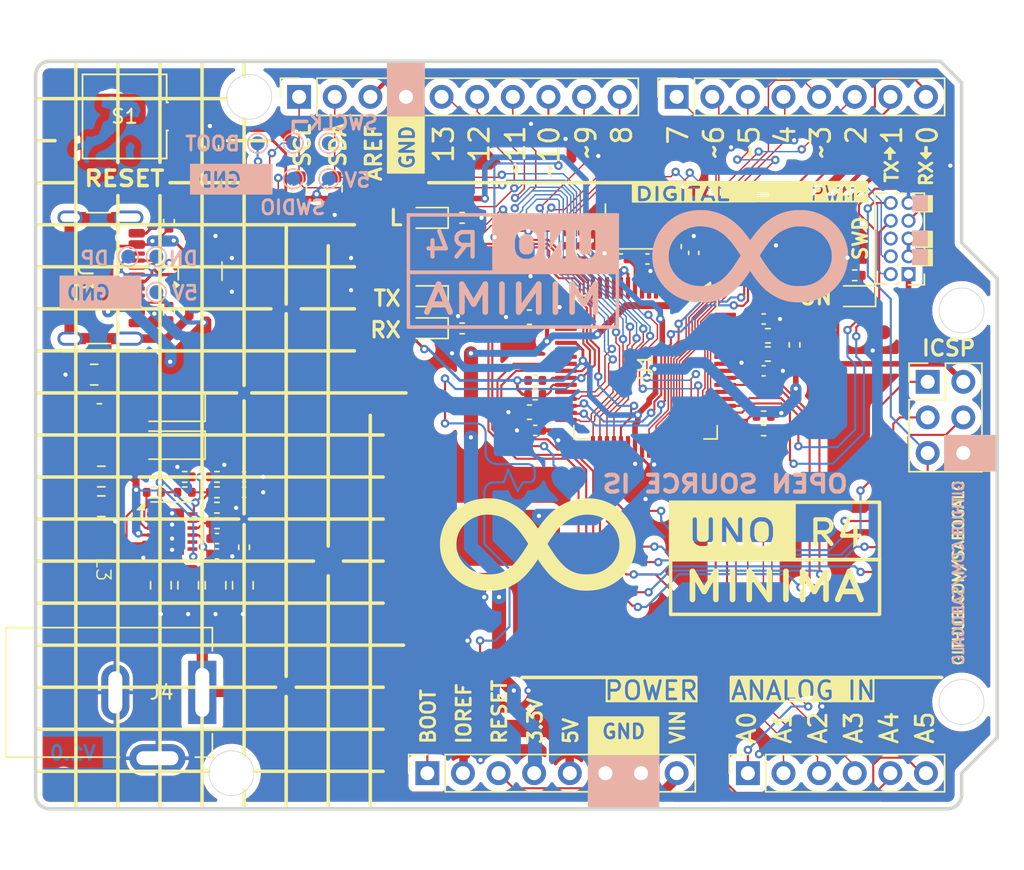
<source format=kicad_pcb>
(kicad_pcb (version 20240108) (generator "pcbnew") (generator_version "8.0")
  (title_block (title "Arduino UNO R4 Minima") (date "2024-05-10") (rev "1") (company "Carlos Sabogal"))
  (layers (0 "F.Cu" signal) (31 "B.Cu" signal) (34 "B.Paste" user) (35 "F.Paste" user) (36 "B.SilkS" user "B.Silkscreen") (37 "F.SilkS" user "F.Silkscreen") (38 "B.Mask" user) (39 "F.Mask" user) (44 "Edge.Cuts" user))
  (net 0 "")
  (net 17 "Net-(U2-PHASE)")
  (net 18 "Net-(U2-BOOT)")
  (net 19 "Net-(D2-K)")
  (net 20 "Net-(U2-FB)")
  (net 21 "Net-(C14-Pad1)")
  (net 22 "GND")
  (net 23 "Net-(U2-SS)")
  (net 24 "Net-(C22-Pad1)")
  (net 25 "Net-(U2-COMP)")
  (net 26 "VCC")
  (net 27 "+5V")
  (net 28 "VBUS")
  (net 29 "Net-(U2-SYNC)")
  (net 30 "Net-(U2-FS)")
  (net 31 "Net-(C13-Pad1)")
  (net 35 "USB_D_P")
  (net 36 "USB_D_N")
  (net 38 "Net-(U1-P213{slash}GTIOC0A{slash}XTAL)")
  (net 39 "Net-(U1-P212{slash}GTIOC0B{slash}EXTAL)")
  (net 40 "+3.3V")
  (net 41 "SHIELD")
  (net 42 "Net-(J3-CC1)")
  (net 43 "Net-(J3-CC2)")
  (net 44 "~{RESET}")
  (net 45 "P108_SWDIO")
  (net 46 "P300_SWCLK")
  (net 47 "Net-(U1-NMI{slash}INPUT_ONLY_P200)")
  (net 48 "MD")
  (net 49 "P204")
  (net 50 "Net-(U1-AVCC0)")
  (net 51 "VREFH0")
  (net 52 "Net-(U1-VCL)")
  (net 53 "Net-(DL1-K)")
  (net 54 "Net-(DL2-K)")
  (net 55 "Net-(DL3-K)")
  (net 56 "Net-(DL4-K)")
  (net 57 "P111_GPT3_A")
  (net 58 "AREF")
  (net 59 "Net-(U1-P407{slash}USB_VBUS{slash}ADTRG0)")
  (net 60 "Net-(R8-Pad2)")
  (net 61 "Net-(U1-GTIOC2A{slash}AN016{slash}P500)")
  (net 62 "P012")
  (net 63 "P013")
  (net 64 "P001_AN01_AMP-")
  (net 65 "P105_IRQ00_GPT1_A")
  (net 66 "P112_GPT3_B")
  (net 67 "P110_SCI9_RXD")
  (net 68 "P100_AN22_SCL")
  (net 69 "P102_SPI0_RSPCK_GPT2_B_CAN0_RX")
  (net 70 "P304_GPT7_A")
  (net 71 "P106_GPT0_B")
  (net 72 "P502_SCI1_RXD")
  (net 73 "P014_AN09_DAC")
  (net 74 "P501_SCI1_TXD")
  (net 75 "P104_IRQ01_GPT1_B")
  (net 76 "P303_GPT7_B")
  (net 77 "P000_AN00_AMP+")
  (net 78 "P101_AN21_SDA")
  (net 79 "P002_AN02_AMPO")
  (net 80 "P301_SCI2_RXD")
  (net 81 "P103_SPI0_SSL_GPT2_A_CAN0_TX")
  (net 82 "P107_GPT0_A")
  (net 83 "P109_SCI9_TXD")
  (net 84 "P302_SCI2_TXD")
  (footprint "Resistor_SMD:R_0402_1005Metric" (layer "F.Cu") (at 127.14894 110.19176)
    (property "Reference" "R18" (hide yes))
    (property "Value" "13.7k")
  )
  (footprint "Capacitor_SMD:C_0805_2012Metric" (layer "F.Cu") (at 125.09716 115.72673 -90)
    (property "Reference" "C16" (hide yes))
    (property "Value" "22u")
  )
  (footprint "Arduino UNO R4 Minima:SW_TS06-667-30-BK-100-G-SMT-TR" (layer "F.Cu") (at 120.5611 82.2706)
    (property "Reference" "S1")
    (property "Value" "TS06-667-30-BK-100-G-SMT-TR")
  )
  (footprint "Arduino UNO R4 Minima:TestPoint_Pad_D0.8mm" (layer "F.Cu") (at 121.24892 107.99173)
    (property "Reference" "TP2" (hide yes))
    (property "Value" "TestPoint")
  )
  (footprint "Resistor_SMD:R_0402_1005Metric" (layer "F.Cu") (at 144.63109 97.39762)
    (property "Reference" "R15" (hide yes))
    (property "Value" "330R")
  )
  (footprint "Package_QFP:LQFP-64_10x10mm_P0.5mm" (layer "F.Cu") (at 157.71108 100.17361 -90)
    (property "Reference" "U1")
    (property "Value" "R7FA4M1AB3CFM#AA0")
  )
  (footprint "Resistor_SMD:R_0603_1608Metric" (layer "F.Cu") (at 135.5471 87.4146 90)
    (property "Reference" "R2" (hide yes))
    (property "Value" "5.1k")
  )
  (footprint "Resistor_SMD:R_0402_1005Metric" (layer "F.Cu") (at 152.6486 90.5076)
    (property "Reference" "R9" (hide yes))
    (property "Value" "5.1k")
  )
  (footprint "LED_SMD:LED_0603_1608Metric" (layer "F.Cu") (at 172.63109 95.09761 180)
    (property "Reference" "DL3" (hide yes))
    (property "Value" "HSMG-C190")
  )
  (footprint "Capacitor_SMD:C_0402_1005Metric" (layer "F.Cu") (at 127.14894 113.49176)
    (property "Reference" "C20" (hide yes))
    (property "Value" "1u")
  )
  (footprint "Capacitor_SMD:C_0805_2012Metric" (layer "F.Cu") (at 123.14717 115.72673 -90)
    (property "Reference" "C15" (hide yes))
    (property "Value" "22u")
  )
  (footprint "Capacitor_SMD:C_0402_1005Metric" (layer "F.Cu") (at 166.1386 96.7236)
    (property "Reference" "C9" (hide yes))
    (property "Value" "1u")
  )
  (footprint "Resistor_SMD:R_0402_1005Metric" (layer "F.Cu") (at 168.33861 98.5736 90)
    (property "Reference" "R4" (hide yes))
    (property "Value" "5.1k")
  )
  (footprint "Capacitor_SMD:C_0805_2012Metric" (layer "F.Cu") (at 128.99539 115.72673 -90)
    (property "Reference" "C18" (hide yes))
    (property "Value" "22u")
  )
  (footprint "Connector_PinHeader_2.54mm:PinHeader_2x03_P2.54mm_Vertical" (layer "F.Cu") (at 177.8331 101.2086)
    (property "Reference" "J1" (hide yes))
    (property "Value" "M20-9980345")
  )
  (footprint "Resistor_SMD:R_0402_1005Metric" (layer "F.Cu") (at 127.14894 107.99176)
    (property "Reference" "R21" (hide yes))
    (property "Value" "100k")
  )
  (footprint "Resistor_SMD:R_0402_1005Metric" (layer "F.Cu") (at 144.6236 95.0976)
    (property "Reference" "R14" (hide yes))
    (property "Value" "330R")
  )
  (footprint "Inductor_SMD:L_0603_1608Metric" (layer "F.Cu") (at 166.43861 99.2236)
    (property "Reference" "L2" (hide yes))
    (property "Value" "BLM18PG471SN1D")
  )
  (footprint "Diode_SMD:D_SOD-123" (layer "F.Cu") (at 123.94894 103.02673 180)
    (property "Reference" "D3" (hide yes))
    (property "Value" "PMEG6020AELRX")
  )
  (footprint "Capacitor_SMD:C_0402_1005Metric" (layer "F.Cu") (at 161.1486 92.0076 90)
    (property "Reference" "C10" (hide yes))
    (property "Value" "100n")
  )
  (footprint "Capacitor_SMD:C_0402_1005Metric" (layer "F.Cu") (at 154.1486 92.0076 90)
    (property "Reference" "C6" (hide yes))
    (property "Value" "100n")
  )
  (footprint "Resistor_SMD:R_0402_1005Metric" (layer "F.Cu") (at 123.7236 96.2826 -90)
    (property "Reference" "R24" (hide yes))
    (property "Value" "5.1k")
  )
  (footprint "Capacitor_SMD:C_0805_2012Metric" (layer "F.Cu") (at 118.39463 100.69519 180)
    (property "Reference" "C21" (hide yes))
    (property "Value" "4.7n")
  )
  (footprint "Resistor_SMD:R_0402_1005Metric" (layer "F.Cu") (at 166.13908 103.67361 180)
    (property "Reference" "R10" (hide yes))
    (property "Value" "100k")
  )
  (footprint "Capacitor_SMD:C_0402_1005Metric" (layer "F.Cu") (at 166.1386 100.4236)
    (property "Reference" "C8" (hide yes))
    (property "Value" "100n")
  )
  (footprint "Capacitor_SMD:C_0402_1005Metric" (layer "F.Cu") (at 129.08394 109.09178)
    (property "Reference" "C22" (hide yes))
    (property "Value" "1n")
  )
  (footprint "Connector_BarrelJack:BarrelJack_Kycon_KLDX-0202-xC_Horizontal" (layer "F.Cu") (at 126.1011 123.3676)
    (property "Reference" "J4")
    (property "Value" "PJ-102AH")
  )
  (footprint "LED_SMD:LED_0603_1608Metric" (layer "F.Cu") (at 142.15109 89.50961 180)
    (property "Reference" "DL4" (hide yes))
    (property "Value" "NTE30007")
  )
  (footprint "Capacitor_SMD:C_0402_1005Metric" (layer "F.Cu") (at 155.9486 92.4426)
    (property "Reference" "C3" (hide yes))
    (property "Value" "15p")
  )
  (footprint "Connector_PinSocket_2.54mm:PinSocket_1x08_P2.54mm_Vertical" (layer "F.Cu") (at 142.1511 129.1336 90)
    (property "Reference" "J2" (hide yes))
    (property "Value" "PPTC081LFBN-RC")
  )
  (footprint "Capacitor_SMD:C_0603_1608Metric" (layer "F.Cu") (at 149.43109 103.37362 180)
    (property "Reference" "C4" (hide yes))
    (property "Value" "4.7u")
  )
  (footprint "Resistor_SMD:R_0402_1005Metric" (layer "F.Cu") (at 166.13908 104.67361)
    (property "Reference" "R26" (hide yes))
    (property "Value" "13.7k")
  )
  (footprint "LED_SMD:LED_0603_1608Metric" (layer "F.Cu") (at 142.15109 95.09761 180)
    (property "Reference" "DL1" (hide yes))
    (property "Value" "NTE30007")
  )
  (footprint "Arduino UNO R4 Minima:TestPoint_Pad_D0.8mm" (layer "F.Cu") (at 129.08394 110.99176)
    (property "Reference" "TP1" (hide yes))
    (property "Value" "TestPoint")
  )
  (footprint "Capacitor_SMD:C_0402_1005Metric" (layer "F.Cu") (at 129.08394 107.99176)
    (property "Reference" "C23" (hide yes))
    (property "Value" "100p")
  )
  (footprint "Connector_PinSocket_2.54mm:PinSocket_1x10_P2.54mm_Vertical" (layer "F.Cu") (at 133.0071 80.8736 90)
    (property "Reference" "J7" (hide yes))
    (property "Value" "PPTC101LFBN-RC")
  )
  (footprint "Capacitor_SMD:C_0402_1005Metric" (layer "F.Cu") (at 121.44892 110.66673 90)
    (property "Reference" "C12" (hide yes))
    (property "Value" "100n")
  )
  (footprint "Resistor_SMD:R_0402_1005Metric" (layer "F.Cu") (at 127.14894 111.29176 180)
    (property "Reference" "R13" (hide yes))
    (property "Value" "100k")
  )
  (footprint "Arduino UNO R4 Minima:PMF42-103MN" (layer "F.Cu") (at 119.04716 114.57508 -90)
    (property "Reference" "L3")
    (property "Value" "10uH 2.3A")
  )
  (footprint "Package_DFN_QFN:DFN-12-1EP_3x4mm_P0.5mm_EP1.7x3.3mm" (layer "F.Cu") (at 123.94894 111.89176)
    (property "Reference" "U2" (hide yes))
    (property "Value" "ISL854102FRZ-T")
  )
  (footprint "Resistor_SMD:R_0402_1005Metric" (layer "F.Cu") (at 123.7236 89.7826 90)
    (property "Reference" "R25" (hide yes))
    (property "Value" "5.1k")
  )
  (footprint "Resistor_SMD:R_0402_1005Metric" (layer "F.Cu") (at 118.76962 102.39518 180)
    (property "Reference" "R23" (hide yes))
    (property "Value" "1M")
  )
  (footprint "Connector_PinHeader_1.27mm:PinHeader_2x05_P1.27mm_Vertical" (layer "F.Cu") (at 176.466 93.524 180)
    (property "Reference" "J8" (hide yes))
    (property "Value" "M52-040023W0545")
  )
  (footprint "Capacitor_SMD:C_0402_1005Metric" (layer "F.Cu") (at 157.8486 92.4426 180)
    (property "Reference" "C1" (hide yes))
    (property "Value" "15p")
  )
  (footprint "Fiducial:Fiducial_1mm_Mask2mm" (layer "F.Cu") (at 116.21109 129.67361)
    (property "Reference" "FID2" (hide yes))
    (property "Value" "Fiducial")
  )
  (footprint "Package_TO_SOT_SMD:SOT-143" (layer "F.Cu") (at 125.9486 93.3076 90)
    (property "Reference" "D4" (hide yes))
    (property "Value" "PRTR5V0U2X,215")
  )
  (footprint "Resistor_SMD:R_0402_1005Metric" (layer "F.Cu") (at 124.84894 107.99176 180)
    (property "Reference" "R22" (hide yes))
    (property "Value" "100k")
  )
  (footprint "Capacitor_SMD:C_0603_1608Metric" (layer "F.Cu") (at 149.43109 96.59761 180)
    (property "Reference" "C7" (hide yes))
    (property "Value" "4.7u")
  )
  (footprint "Resistor_SMD:R_0402_1005Metric" (layer "F.Cu") (at 127.6486 84.5076 -90)
    (property "Reference" "R3" (hide yes))
    (property "Value" "5.1k")
  )
  (footprint "Arduino UNO R4 Minima:TestPoint_Pad_D0.8mm" (layer "F.Cu") (at 120.81394 105.72673)
    (property "Reference" "TP3" (hide yes))
    (property "Value" "TestPoint")
  )
  (footprint "Resistor_SMD:R_0402_1005Metric" (layer "F.Cu") (at 127.14894 109.09176)
    (property "Reference" "R19" (hide yes))
    (property "Value" "249k")
  )
  (footprint "Resistor_SMD:R_0402_1005Metric" (layer "F.Cu") (at 152.1486 92.0076 90)
    (property "Reference" "R8" (hide yes))
    (property "Value" "5.1k")
  )
  (footprint "Capacitor_SMD:C_0805_2012Metric" (layer "F.Cu") (at 127.04539 115.72673 -90)
    (property "Reference" "C17" (hide yes))
    (property "Value" "22u")
  )
  (footprint "Resistor_SMD:R_0402_1005Metric" (layer "F.Cu") (at 124.84894 109.09176 180)
    (property "Reference" "R20" (hide yes))
    (property "Value" "0")
  )
  (footprint "Connector_USB:USB_C_Receptacle_GCT_USB4105-xx-A_16P_TopMnt_Horizontal" (layer "F.Cu") (at 117.7486 93.8076 -90)
    (property "Reference" "J3")
    (property "Value" "USB_C_Receptacle_USB2.0_16P")
  )
  (footprint "Capacitor_SMD:C_0402_1005Metric" (layer "F.Cu") (at 127.14894 112.39176 180)
    (property "Reference" "C14" (hide yes))
    (property "Value" "33p")
  )
  (footprint "Capacitor_SMD:C_0805_2012Metric" (layer "F.Cu") (at 118.90193 110.08238)
    (property "Reference" "C19" (hide yes))
    (property "Value" "22u")
  )
  (footprint "Resistor_SMD:R_0402_1005Metric" (layer "F.Cu") (at 172.63109 93.60762 180)
    (property "Reference" "R16" (hide yes))
    (property "Value" "330R")
  )
  (footprint "Resistor_SMD:R_0402_1005Metric" (layer "F.Cu") (at 149.8486 101.1076)
    (property "Reference" "R6" (hide yes))
    (property "Value" "5.1k")
  )
  (footprint "Capacitor_SMD:C_0402_1005Metric" (layer "F.Cu") (at 126.6486 84.5076 90)
    (property "Reference" "C2" (hide yes))
    (property "Value" "DNP")
  )
  (footprint "Connector_PinSocket_2.54mm:PinSocket_1x06_P2.54mm_Vertical" (layer "F.Cu") (at 165.011 129.1336 90)
    (property "Reference" "J5" (hide yes))
    (property "Value" "PPTC061LFBN-RC")
  )
  (footprint "Diode_SMD:D_SOD-123" (layer "F.Cu") (at 123.94894 105.72673 180)
    (property "Reference" "D2" (hide yes))
    (property "Value" "PMEG6020AELRX")
  )
  (footprint "Capacitor_SMD:C_0805_2012Metric" (layer "F.Cu") (at 118.90193 107.96583)
    (property "Reference" "C13" (hide yes))
    (property "Value" "22u")
  )
  (footprint "Resistor_SMD:R_0402_1005Metric" (layer "F.Cu") (at 144.6306 89.5096)
    (property "Reference" "R17" (hide yes))
    (property "Value" "330R")
  )
  (footprint "Capacitor_SMD:C_0402_1005Metric" (layer "F.Cu") (at 149.84909 104.67362 180)
    (property "Reference" "C5" (hide yes))
    (property "Value" "100n")
  )
  (footprint "Resistor_SMD:R_0402_1005Metric" (layer "F.Cu") (at 129.08394 113.01676 90)
    (property "Reference" "R11" (hide yes))
    (property "Value" "0")
  )
  (footprint "Connector_PinSocket_2.54mm:PinSocket_1x08_P2.54mm_Vertical" (layer "F.Cu") (at 159.9311 80.8736 90)
    (property "Reference" "J6" (hide yes))
    (property "Value" "PPTC081LFBN-RC")
  )
  (footprint "Resistor_SMD:R_0402_1005Metric" (layer "F.Cu") (at 153.1486 92.0076 -90)
    (property "Reference" "R7" (hide yes))
    (property "Value" "5.1k")
  )
  (footprint "Fiducial:Fiducial_1mm_Mask2mm" (layer "F.Cu") (at 174.71108 97.67361)
    (property "Reference" "FID1" (hide yes))
    (property "Value" "Fiducial")
  )
  (footprint "Inductor_SMD:L_0603_1608Metric" (layer "F.Cu") (at 166.43861 97.9236 180)
    (property "Reference" "L1" (hide yes))
    (property "Value" "BLM18PG471SN1D")
  )
  (footprint "Resistor_SMD:R_0603_1608Metric" (layer "F.Cu") (at 133.0071 87.4146 90)
    (property "Reference" "R1" (hide yes))
    (property "Value" "5.1k")
  )
  (footprint "Resistor_SMD:R_0402_1005Metric" (layer "F.Cu") (at 149.8486 102.1076)
    (property "Reference" "R5" (hide yes))
    (property "Value" "5.1k")
  )
  (footprint "LED_SMD:LED_0603_1608Metric" (layer "F.Cu") (at 142.15109 97.38361 180)
    (property "Reference" "DL2" (hide yes))
    (property "Value" "NTE30007")
  )
  (footprint "Crystal:Crystal_SMD_SeikoEpson_FA238-4Pin_3.2x2.5mm" (layer "F.Cu") (at 156.8486 90.1226)
    (property "Reference" "Y1" (hide yes))
    (property "Value" "ECS-160-18-33-JGN-TR")
  )
  (footprint "Resistor_SMD:R_0402_1005Metric" (layer "F.Cu") (at 122.64894 109.09176 180)
    (property "Reference" "R12" (hide yes))
    (property "Value" "0")
  )
  (footprint "Capacitor_SMD:C_0603_1608Metric" (layer "F.Cu") (at 159.7486 91.5576 -90)
    (property "Reference" "C11" (hide yes))
    (property "Value" "4.7u")
  )
  (footprint "TestPoint:TestPoint_Pad_D1.0mm" (layer "B.Cu") (at 122.8261 94.8136 180)
    (property "Reference" "TP4" (hide yes))
    (property "Value" "TestPoint")
  )
  (footprint "TestPoint:TestPoint_Pad_D1.0mm" (layer "B.Cu") (at 130.0461 86.7236 180)
    (property "Reference" "TP13" (hide yes))
    (property "Value" "TestPoint")
  )
  (footprint "TestPoint:TestPoint_Pad_D1.0mm" (layer "B.Cu") (at 120.8261 94.7986 180)
    (property "Reference" "TP7" (hide yes))
    (property "Value" "TestPoint")
  )
  (footprint "TestPoint:TestPoint_Pad_D1.0mm" (layer "B.Cu") (at 120.8261 92.2736 180)
    (property "Reference" "TP6" (hide yes))
    (property "Value" "TestPoint")
  )
  (footprint "TestPoint:TestPoint_Pad_D1.0mm" (layer "B.Cu") (at 135.1261 84.1836 180)
    (property "Reference" "TP14" (hide yes))
    (property "Value" "TestPoint")
  )
  (footprint "Arduino UNO R4 Minima:TestPoint_P204" (layer "B.Cu") (at 152.25604 108.34744 180)
    (property "Reference" "TP12" (hide yes))
    (property "Value" "TestPoint")
  )
  (footprint "TestPoint:TestPoint_Pad_D1.0mm" (layer "B.Cu") (at 130.0461 84.1836 180)
    (property "Reference" "TP11" (hide yes))
    (property "Value" "TestPoint")
  )
  (footprint "TestPoint:TestPoint_Pad_D1.0mm" (layer "B.Cu") (at 132.5861 84.1836 180)
    (property "Reference" "TP9" (hide yes))
    (property "Value" "TestPoint")
  )
  (footprint "TestPoint:TestPoint_Pad_D1.0mm" (layer "B.Cu") (at 135.1261 86.7236 180)
    (property "Reference" "TP10" (hide yes))
    (property "Value" "TestPoint")
  )
  (footprint "TestPoint:TestPoint_Pad_D1.0mm" (layer "B.Cu") (at 132.5861 86.7236 180)
    (property "Reference" "TP8" (hide yes))
    (property "Value" "TestPoint")
  )
  (footprint "TestPoint:TestPoint_Pad_D1.0mm" (layer "B.Cu") (at 122.8261 92.2736 180)
    (property "Reference" "TP5" (hide yes))
    (property "Value" "TestPoint")
  )
  (gr_poly (pts (xy 120.816412 112.650819) (xy 122.076642 112.653399) (xy 121.155832 113.574219) (xy 118.377442 113.574219) (xy 118.377442 112.650819)) (fill solid) (layer "F.Cu") (net 17))
  (gr_poly (pts (xy 119.70517 80.79475) (xy 119.7184 80.79475) (xy 119.7184 80.80137) (xy 119.72501 80.80137) (xy 119.72501 80.80798) (xy 119.74486 80.80798) (xy 119.74486 80.8146) (xy 119.75147 80.8146) (xy 119.75147 80.82121) (xy 119.7647 80.82121) (xy 119.7647 80.82783) (xy 119.78455 80.82783) (xy 119.78455 80.83444) (xy 119.79116 80.83444) (xy 119.79116 80.84106) (xy 119.811 80.84106) (xy 119.811 80.84767) (xy 119.81762 80.84767) (xy 119.81762 80.85428) (xy 119.82423 80.85428) (xy 119.82423 80.8609) (xy 119.83746 80.8609) (xy 119.83746 80.86751) (xy 119.84408 80.86751) (xy 119.84408 80.87413) (xy 119.86392 80.87413) (xy 119.86392 80.88074) (xy 119.88376 80.88074) (xy 119.88376 80.89397) (xy 119.90361 80.89397) (xy 119.90361 80.90059) (xy 119.92345 80.90059) (xy 119.92345 80.9072) (xy 119.93007 80.9072) (xy 119.93007 80.91382) (xy 119.9433 80.91382) (xy 119.9433 80.92043) (xy 119.94991 80.92043) (xy 119.94991 80.92705) (xy 119.95652 80.92705) (xy 119.95652 80.93366) (xy 119.97637 80.93366) (xy 119.97637 80.94027) (xy 119.98298 80.94027) (xy 119.98298 80.94689) (xy 120.00283 80.94689) (xy 120.00283 80.9535) (xy 120.01606 80.9535) (xy 120.01606 80.96012) (xy 120.02267 80.96012) (xy 120.02267 80.96673) (xy 120.04251 80.96673) (xy 120.04251 80.97335) (xy 120.04913 80.97335) (xy 120.04913 80.97996) (xy 120.06236 80.97996) (xy 120.06236 80.98658) (xy 120.06897 80.98658) (xy 120.06897 80.99319) (xy 120.07559 80.99319) (xy 120.07559 80.99981) (xy 120.09543 80.99981) (xy 120.09543 81.00642) (xy 120.11527 81.00642) (xy 120.11527 81.01965) (xy 120.13512 81.01965) (xy 120.13512 81.02626) (xy 120.14173 81.02626) (xy 120.14173 81.03288) (xy 120.16158 81.03288) (xy 120.16158 81.03949) (xy 120.17481 81.03949) (xy 120.17481 81.04611) (xy 120.18142 81.04611) (xy 120.18142 81.05272) (xy 120.18804 81.05272) (xy 120.18804 81.05934) (xy 120.20788 81.05934) (xy 120.20788 81.06595) (xy 120.21449 81.06595) (xy 120.21449 81.07257) (xy 120.23434 81.07257) (xy 120.23434 81.0858) (xy 120.25418 81.0858) (xy 120.25418 81.09241) (xy 120.27402 81.09241) (xy 120.27402 81.09902) (xy 120.28064 81.09902) (xy 120.28064 81.10564) (xy 120.29387 81.10564) (xy 120.29387 81.11225) (xy 120.31371 81.11225) (xy 120.31371 81.11887) (xy 120.32033 81.11887) (xy 120.32033 81.12548) (xy 120.32694 81.12548) (xy 120.32694 81.1321) (xy 120.33356 81.1321) (xy 120.33356 81.13871) (xy 120.34679 81.13871) (xy 120.34679 81.14533) (xy 120.37986 81.14533) (xy 120.37986 81.15194) (xy 120.38647 81.15194) (xy 120.38647 81.15856) (xy 120.41293 81.15856) (xy 120.41293 81.16517) (xy 120.45262 81.16517) (xy 120.45262 81.17178) (xy 120.45923 81.17178) (xy 120.45923 81.1784) (xy 120.52538 81.1784) (xy 120.52538 81.17178) (xy 120.53199 81.17178) (xy 120.53199 81.16517) (xy 120.69736 81.16517) (xy 120.69736 81.15856) (xy 120.86272 81.15856) (xy 120.86272 81.15194) (xy 120.86934 81.15194) (xy 120.86934 81.14533) (xy 121.07439 81.14533) (xy 121.07439 81.15194) (xy 121.081 81.15194) (xy 121.081 81.15856) (xy 121.11408 81.15856) (xy 121.11408 81.16517) (xy 121.14054 81.16517) (xy 121.14054 81.17178) (xy 121.14715 81.17178) (xy 121.14715 81.1784) (xy 121.16038 81.1784) (xy 121.16038 81.18501) (xy 121.16699 81.18501) (xy 121.16699 81.19163) (xy 121.19345 81.19163) (xy 121.19345 81.19824) (xy 121.22652 81.19824) (xy 121.22652 81.20486) (xy 121.23314 81.20486) (xy 121.23314 81.21147) (xy 121.24637 81.21147) (xy 121.24637 81.21809) (xy 121.27944 81.21809) (xy 121.27944 81.23132) (xy 121.31251 81.23132) (xy 121.31251 81.23793) (xy 121.31913 81.23793) (xy 121.31913 81.24455) (xy 121.33236 81.24455) (xy 121.33236 81.25116) (xy 121.36543 81.25116) (xy 121.36543 81.26439) (xy 121.39851 81.26439) (xy 121.39851 81.271) (xy 121.41173 81.271) (xy 121.41173 81.27762) (xy 121.41835 81.27762) (xy 121.41835 81.28423) (xy 121.43819 81.28423) (xy 121.43819 81.29085) (xy 121.44481 81.29085) (xy 121.44481 81.29746) (xy 121.45804 81.29746) (xy 121.45804 81.30408) (xy 121.47126 81.30408) (xy 121.47126 81.32392) (xy 121.47788 81.32392) (xy 121.47788 81.33053) (xy 121.48449 81.33053) (xy 121.48449 81.33715) (xy 121.49111 81.33715) (xy 121.49111 81.35699) (xy 121.50434 81.35699) (xy 121.50434 81.37684) (xy 121.51095 81.37684) (xy 121.51095 81.40991) (xy 121.52418 81.40991) (xy 121.52418 81.42975) (xy 121.5308 81.42975) (xy 121.5308 81.43637) (xy 121.53741 81.43637) (xy 121.53741 81.45621) (xy 121.54402 81.45621) (xy 121.54402 81.46944) (xy 121.55064 81.46944) (xy 121.55064 81.47606) (xy 121.55726 81.47606) (xy 121.55726 81.50913) (xy 121.56387 81.50913) (xy 121.56387 81.52236) (xy 121.57048 81.52236) (xy 121.57048 81.52897) (xy 121.5771 81.52897) (xy 121.5771 81.54882) (xy 121.58371 81.54882) (xy 121.58371 81.55543) (xy 121.59033 81.55543) (xy 121.59033 81.56866) (xy 121.59694 81.56866) (xy 121.59694 81.5885) (xy 121.60356 81.5885) (xy 121.60356 81.59512) (xy 121.61017 81.59512) (xy 121.61017 81.62158) (xy 121.61679 81.62158) (xy 121.61679 81.64142) (xy 121.6234 81.64142) (xy 121.6234 81.64803) (xy 121.63001 81.64803) (xy 121.63001 81.66127) (xy 121.63663 81.66127) (xy 121.63663 81.66788) (xy 121.64324 81.66788) (xy 121.64324 81.68772) (xy 121.64986 81.68772) (xy 121.64986 81.71418) (xy 121.65647 81.71418) (xy 121.65647 81.7208) (xy 121.66309 81.7208) (xy 121.66309 81.74064) (xy 121.6697 81.74064) (xy 121.6697 81.75387) (xy 121.67632 81.75387) (xy 121.67632 81.76048) (xy 121.68293 81.76048) (xy 121.68293 81.78033) (xy 121.68955 81.78033) (xy 121.68955 81.78694) (xy 121.69616 81.78694) (xy 121.69616 81.8134) (xy 121.70277 81.8134) (xy 121.70277 81.88616) (xy 121.69616 81.88616) (xy 121.69616 81.91262) (xy 121.68955 81.91262) (xy 121.68955 81.91923) (xy 121.68293 81.91923) (xy 121.68293 81.93908) (xy 121.67632 81.93908) (xy 121.67632 81.94569) (xy 121.6697 81.94569) (xy 121.6697 81.95892) (xy 121.67632 81.95892) (xy 121.67632 81.96553) (xy 121.6697 81.96553) (xy 121.6697 81.97215) (xy 121.66309 81.97215) (xy 121.66309 81.99199) (xy 121.65647 81.99199) (xy 121.65647 81.99861) (xy 121.64986 81.99861) (xy 121.64986 82.02507) (xy 121.64324 82.02507) (xy 121.64324 82.04491) (xy 121.63001 82.04491) (xy 121.63001 82.07798) (xy 121.6234 82.07798) (xy 121.6234 82.0846) (xy 121.61679 82.0846) (xy 121.61679 82.09783) (xy 121.61017 82.09783) (xy 121.61017 82.1309) (xy 121.59694 82.1309) (xy 121.59694 82.15074) (xy 121.59033 82.15074) (xy 121.59033 82.1772) (xy 121.58371 82.1772) (xy 121.58371 82.18382) (xy 121.5771 82.18382) (xy 121.5771 82.20366) (xy 121.57048 82.20366) (xy 121.57048 82.21027) (xy 121.56387 82.21027) (xy 121.56387 82.2235) (xy 121.57048 82.2235) (xy 121.57048 82.23012) (xy 121.56387 82.23012) (xy 121.56387 82.23673) (xy 121.55726 82.23673) (xy 121.55726 82.25658) (xy 121.55064 82.25658) (xy 121.55064 82.26319) (xy 121.54402 82.26319) (xy 121.54402 82.27642) (xy 121.53741 82.27642) (xy 121.53741 82.29627) (xy 121.5308 82.29627) (xy 121.5308 82.30288) (xy 121.52418 82.30288) (xy 121.52418 82.30949) (xy 121.51757 82.30949) (xy 121.51757 82.31611) (xy 121.51095 82.31611) (xy 121.51095 82.32272) (xy 121.49111 82.32272) (xy 121.49111 82.32934) (xy 121.48449 82.32934) (xy 121.48449 82.33595) (xy 121.47788 82.33595) (xy 121.47788 82.34257) (xy 121.45142 82.34257) (xy 121.45142 82.34918) (xy 121.44481 82.34918) (xy 121.44481 82.3558) (xy 121.37205 82.3558) (xy 121.37205 82.34918) (xy 121.36543 82.34918) (xy 121.36543 82.34257) (xy 121.33236 82.34257) (xy 121.33236 82.32934) (xy 121.29929 82.32934) (xy 121.29929 82.32272) (xy 121.27944 82.32272) (xy 121.27944 82.30949) (xy 121.24637 82.30949) (xy 121.24637 82.30288) (xy 121.21991 82.30288) (xy 121.21991 82.29627) (xy 121.2133 82.29627) (xy 121.2133 82.28965) (xy 121.18684 82.28965) (xy 121.18684 82.28303) (xy 121.18022 82.28303) (xy 121.18022 82.27642) (xy 121.16699 82.27642) (xy 121.16699 82.26981) (xy 121.13392 82.26981) (xy 121.13392 82.26319) (xy 121.12731 82.26319) (xy 121.12731 82.25658) (xy 121.10085 82.25658) (xy 121.10085 82.24996) (xy 121.07439 82.24996) (xy 121.07439 82.24335) (xy 121.06777 82.24335) (xy 121.06777 82.23673) (xy 121.04132 82.23673) (xy 121.04132 82.23012) (xy 121.0347 82.23012) (xy 121.0347 82.2235) (xy 121.01486 82.2235) (xy 121.01486 82.21689) (xy 120.9884 82.21689) (xy 120.9884 82.21027) (xy 120.98179 82.21027) (xy 120.98179 82.20366) (xy 120.95533 82.20366) (xy 120.95533 82.19705) (xy 120.86934 82.19705) (xy 120.86934 82.20366) (xy 120.84949 82.20366) (xy 120.84949 82.21027) (xy 120.84288 82.21027) (xy 120.84288 82.21689) (xy 120.81642 82.21689) (xy 120.81642 82.2235) (xy 120.79658 82.2235) (xy 120.79658 82.23012) (xy 120.78996 82.23012) (xy 120.78996 82.23673) (xy 120.7635 82.23673) (xy 120.7635 82.24335) (xy 120.75689 82.24335) (xy 120.75689 82.24996) (xy 120.74366 82.24996) (xy 120.74366 82.25658) (xy 120.71059 82.25658) (xy 120.71059 82.26981) (xy 120.69074 82.26981) (xy 120.69074 82.27642) (xy 120.65767 82.27642) (xy 120.65767 82.28965) (xy 120.63783 82.28965) (xy 120.63783 82.29627) (xy 120.63121 82.29627) (xy 120.63121 82.30288) (xy 120.60475 82.30288) (xy 120.60475 82.30949) (xy 120.58491 82.30949) (xy 120.58491 82.31611) (xy 120.5783 82.31611) (xy 120.5783 82.32272) (xy 120.55184 82.32272) (xy 120.55184 82.32934) (xy 120.53199 82.32934) (xy 120.53199 82.33595) (xy 120.52538 82.33595) (xy 120.52538 82.34257) (xy 120.49892 82.34257) (xy 120.49892 82.34918) (xy 120.49231 82.34918) (xy 120.49231 82.3558) (xy 120.47908 82.3558) (xy 120.47908 82.36241) (xy 120.446 82.36241) (xy 120.446 82.37564) (xy 120.42616 82.37564) (xy 120.42616 82.38225) (xy 120.39309 82.38225) (xy 120.39309 82.39548) (xy 120.37324 82.39548) (xy 120.37324 82.4021) (xy 120.36663 82.4021) (xy 120.36663 82.40871) (xy 120.34017 82.40871) (xy 120.34017 82.41533) (xy 120.32033 82.41533) (xy 120.32033 82.42194) (xy 120.31371 82.42194) (xy 120.31371 82.42856) (xy 120.29387 82.42856) (xy 120.29387 82.43517) (xy 120.28725 82.43517) (xy 120.28725 82.4484) (xy 120.27402 82.4484) (xy 120.27402 82.46163) (xy 120.26741 82.46163) (xy 120.26741 82.46824) (xy 120.25418 82.46824) (xy 120.25418 82.50793) (xy 120.24757 82.50793) (xy 120.24757 82.51455) (xy 120.24095 82.51455) (xy 120.24095 82.55423) (xy 120.23434 82.55423) (xy 120.23434 82.59392) (xy 120.22772 82.59392) (xy 120.22772 82.60053) (xy 120.22111 82.60053) (xy 120.22111 82.64022) (xy 120.21449 82.64022) (xy 120.21449 82.67991) (xy 120.20126 82.67991) (xy 120.20126 82.7196) (xy 120.19465 82.7196) (xy 120.19465 82.72621) (xy 120.18804 82.72621) (xy 120.18804 82.77913) (xy 120.18142 82.77913) (xy 120.18142 82.81882) (xy 120.16819 82.81882) (xy 120.16819 82.8585) (xy 120.16158 82.8585) (xy 120.16158 82.89158) (xy 120.14835 82.89158) (xy 120.14835 82.92465) (xy 120.14173 82.92465) (xy 120.14173 82.93127) (xy 120.13512 82.93127) (xy 120.13512 82.95772) (xy 120.1285 82.95772) (xy 120.1285 82.97757) (xy 120.11527 82.97757) (xy 120.11527 82.99741) (xy 120.10866 82.99741) (xy 120.10866 83.01725) (xy 120.10205 83.01725) (xy 120.10205 83.02387) (xy 120.09543 83.02387) (xy 120.09543 83.0371) (xy 120.08882 83.0371) (xy 120.08882 83.04371) (xy 120.0822 83.04371) (xy 120.0822 83.06356) (xy 120.07559 83.06356) (xy 120.07559 83.0834) (xy 120.06236 83.0834) (xy 120.06236 83.09663) (xy 120.05574 83.09663) (xy 120.05574 83.10986) (xy 120.04913 83.10986) (xy 120.04913 83.11647) (xy 120.04251 83.11647) (xy 120.04251 83.12309) (xy 120.0359 83.12309) (xy 120.0359 83.1297) (xy 120.02929 83.1297) (xy 120.02929 83.13632) (xy 120.02267 83.13632) (xy 120.02267 83.15616) (xy 120.01606 83.15616) (xy 120.01606 83.16278) (xy 120.00944 83.16278) (xy 120.00944 83.16939) (xy 120.00283 83.16939) (xy 120.00283 83.176) (xy 119.99621 83.176) (xy 119.99621 83.18262) (xy 119.9896 83.18262) (xy 119.9896 83.19585) (xy 119.98298 83.19585) (xy 119.98298 83.20246) (xy 119.97637 83.20246) (xy 119.97637 83.20908) (xy 119.96975 83.20908) (xy 119.96975 83.21569) (xy 119.96314 83.21569) (xy 119.96314 83.22231) (xy 119.95652 83.22231) (xy 119.95652 83.22892) (xy 119.94991 83.22892) (xy 119.94991 83.24877) (xy 119.9433 83.24877) (xy 119.9433 83.25538) (xy 119.93668 83.25538) (xy 119.93668 83.26199) (xy 119.93007 83.26199) (xy 119.93007 83.26861) (xy 119.92345 83.26861) (xy 119.92345 83.27522) (xy 119.91684 83.27522) (xy 119.91684 83.29507) (xy 119.90361 83.29507) (xy 119.90361 83.3083) (xy 119.89699 83.3083) (xy 119.89699 83.31491) (xy 119.88376 83.31491) (xy 119.88376 83.32814) (xy 119.87054 83.32814) (xy 119.87054 83.34798) (xy 119.86392 83.34798) (xy 119.86392 83.3546) (xy 119.8573 83.3546) (xy 119.8573 83.36121) (xy 119.85069 83.36121) (xy 119.85069 83.36783) (xy 119.84408 83.36783) (xy 119.84408 83.38767) (xy 119.83746 83.38767) (xy 119.83746 83.39428) (xy 119.83085 83.39428) (xy 119.83085 83.4009) (xy 119.82423 83.4009) (xy 119.82423 83.40752) (xy 119.81762 83.40752) (xy 119.81762 83.41413) (xy 119.811 83.41413) (xy 119.811 83.42074) (xy 119.80439 83.42074) (xy 119.80439 83.42736) (xy 119.79777 83.42736) (xy 119.79777 83.43397) (xy 119.79116 83.43397) (xy 119.79116 83.4472) (xy 119.78455 83.4472) (xy 119.78455 83.45382) (xy 119.77793 83.45382) (xy 119.77793 83.46043) (xy 119.77132 83.46043) (xy 119.77132 83.46705) (xy 119.7647 83.46705) (xy 119.7647 83.47366) (xy 119.75809 83.47366) (xy 119.75809 83.48028) (xy 119.75147 83.48028) (xy 119.75147 83.48689) (xy 119.74486 83.48689) (xy 119.74486 83.4935) (xy 119.73824 83.4935) (xy 119.73824 83.50012) (xy 119.73163 83.50012) (xy 119.73163 83.50673) (xy 119.72501 83.50673) (xy 119.72501 83.51335) (xy 119.7184 83.51335) (xy 119.7184 83.51996) (xy 119.71179 83.51996) (xy 119.71179 83.52658) (xy 119.70517 83.52658) (xy 119.70517 83.53319) (xy 119.69855 83.53319) (xy 119.69855 83.53981) (xy 119.69194 83.53981) (xy 119.69194 83.54642) (xy 119.68533 83.54642) (xy 119.68533 83.55303) (xy 119.67871 83.55303) (xy 119.67871 83.55965) (xy 119.6721 83.55965) (xy 119.6721 83.56627) (xy 119.66548 83.56627) (xy 119.66548 83.57288) (xy 119.65887 83.57288) (xy 119.65887 83.57949) (xy 119.65225 83.57949) (xy 119.65225 83.58611) (xy 119.64564 83.58611) (xy 119.64564 83.59272) (xy 119.63241 83.59272) (xy 119.63241 83.59934) (xy 119.6258 83.59934) (xy 119.6258 83.60595) (xy 119.61918 83.60595) (xy 119.61918 83.61257) (xy 119.61257 83.61257) (xy 119.61257 83.61918) (xy 119.60595 83.61918) (xy 119.60595 83.6258) (xy 119.59934 83.6258) (xy 119.59934 83.63241) (xy 119.59272 83.63241) (xy 119.59272 83.63903) (xy 119.58611 83.63903) (xy 119.58611 83.64564) (xy 119.57949 83.64564) (xy 119.57949 83.65225) (xy 119.57288 83.65225) (xy 119.57288 83.65887) (xy 119.56626 83.65887) (xy 119.56626 83.66548) (xy 119.54642 83.66548) (xy 119.54642 83.6721) (xy 119.5398 83.6721) (xy 119.5398 83.67871) (xy 119.53319 83.67871) (xy 119.53319 83.68533) (xy 119.52658 83.68533) (xy 119.52658 83.69194) (xy 119.51996 83.69194) (xy 119.51996 83.69856) (xy 119.51335 83.69856) (xy 119.51335 83.70517) (xy 119.50673 83.70517) (xy 119.50673 83.71179) (xy 119.50012 83.71179) (xy 119.50012 83.7184) (xy 119.4935 83.7184) (xy 119.4935 83.72502) (xy 119.48689 83.72502) (xy 119.48689 83.73163) (xy 119.48027 83.73163) (xy 119.48027 83.73824) (xy 119.47366 83.73824) (xy 119.47366 83.74486) (xy 119.46705 83.74486) (xy 119.46705 83.75147) (xy 119.4472 83.75147) (xy 119.4472 83.75809) (xy 119.44059 83.75809) (xy 119.44059 83.77132) (xy 119.42736 83.77132) (xy 119.42736 83.78455) (xy 119.42074 83.78455) (xy 119.42074 83.79116) (xy 119.40751 83.79116) (xy 119.40751 83.80439) (xy 119.39429 83.80439) (xy 119.39429 83.811) (xy 119.38767 83.811) (xy 119.38767 83.82423) (xy 119.37444 83.82423) (xy 119.37444 83.83746) (xy 119.3546 83.83746) (xy 119.3546 83.84408) (xy 119.34798 83.84408) (xy 119.34798 83.85069) (xy 119.34137 83.85069) (xy 119.34137 83.85731) (xy 119.33475 83.85731) (xy 119.33475 83.86392) (xy 119.32814 83.86392) (xy 119.32814 83.87054) (xy 119.32152 83.87054) (xy 119.32152 83.87715) (xy 119.31491 83.87715) (xy 119.31491 83.88377) (xy 119.3083 83.88377) (xy 119.3083 83.89038) (xy 119.30168 83.89038) (xy 119.30168 83.89699) (xy 119.29507 83.89699) (xy 119.29507 83.90361) (xy 119.28845 83.90361) (xy 119.28845 83.91022) (xy 119.26861 83.91022) (xy 119.26861 83.91684) (xy 119.26199 83.91684) (xy 119.26199 83.92345) (xy 119.25538 83.92345) (xy 119.25538 83.93007) (xy 119.24876 83.93007) (xy 119.24876 83.93668) (xy 119.24215 83.93668) (xy 119.24215 83.9433) (xy 119.23554 83.9433) (xy 119.23554 83.94991) (xy 119.22892 83.94991) (xy 119.22892 83.95653) (xy 119.2223 83.95653) (xy 119.2223 83.96314) (xy 119.21569 83.96314) (xy 119.21569 83.96975) (xy 119.20908 83.96975) (xy 119.20908 83.97637) (xy 119.20246 83.97637) (xy 119.20246 83.98298) (xy 119.19585 83.98298) (xy 119.19585 83.9896) (xy 119.18923 83.9896) (xy 119.18923 83.99621) (xy 119.176 83.99621) (xy 119.176 84.00283) (xy 119.16939 84.00283) (xy 119.16939 84.00944) (xy 119.16277 84.00944) (xy 119.16277 84.01606) (xy 119.15616 84.01606) (xy 119.15616 84.02267) (xy 119.14955 84.02267) (xy 119.14955 84.02929) (xy 119.14293 84.02929) (xy 119.14293 84.0359) (xy 119.13632 84.0359) (xy 119.13632 84.04252) (xy 119.1297 84.04252) (xy 119.1297 84.04913) (xy 119.12309 84.04913) (xy 119.12309 84.05574) (xy 119.11647 84.05574) (xy 119.11647 84.06236) (xy 119.10986 84.06236) (xy 119.10986 84.06897) (xy 119.09001 84.06897) (xy 119.09001 84.07559) (xy 119.0834 84.07559) (xy 119.0834 84.0822) (xy 119.07679 84.0822) (xy 119.07679 84.08882) (xy 119.07017 84.08882) (xy 119.07017 84.09543) (xy 119.06355 84.09543) (xy 119.06355 84.10205) (xy 119.05694 84.10205) (xy 119.05694 84.10866) (xy 119.0371 84.10866) (xy 119.0371 84.12189) (xy 119.02387 84.12189) (xy 119.02387 84.1285) (xy 119.01064 84.1285) (xy 119.01064 84.13512) (xy 119.00402 84.13512) (xy 119.00402 84.14173) (xy 118.98418 84.14173) (xy 118.98418 84.14835) (xy 118.97757 84.14835) (xy 118.97757 84.15496) (xy 118.96434 84.15496) (xy 118.96434 84.16158) (xy 118.94449 84.16158) (xy 118.94449 84.16819) (xy 118.93788 84.16819) (xy 118.93788 84.17481) (xy 118.91804 84.17481) (xy 118.91804 84.18142) (xy 118.89158 84.18142) (xy 118.89158 84.18804) (xy 118.88496 84.18804) (xy 118.88496 84.19465) (xy 118.87173 84.19465) (xy 118.87173 84.20127) (xy 118.86512 84.20127) (xy 118.86512 84.20788) (xy 118.83866 84.20788) (xy 118.83866 84.21449) (xy 118.81882 84.21449) (xy 118.81882 84.22111) (xy 118.8122 84.22111) (xy 118.8122 84.22772) (xy 118.78574 84.22772) (xy 118.78574 84.23434) (xy 118.7659 84.23434) (xy 118.7659 84.24095) (xy 118.75929 84.24095) (xy 118.75929 84.24757) (xy 118.73283 84.24757) (xy 118.73283 84.25418) (xy 118.72621 84.25418) (xy 118.72621 84.2608) (xy 118.69975 84.2608) (xy 118.69975 84.26741) (xy 118.67991 84.26741) (xy 118.67991 84.27403) (xy 118.67329 84.27403) (xy 118.67329 84.28064) (xy 118.64684 84.28064) (xy 118.64684 84.28725) (xy 118.62699 84.28725) (xy 118.62699 84.29387) (xy 118.62038 84.29387) (xy 118.62038 84.30048) (xy 118.59392 84.30048) (xy 118.59392 84.3071) (xy 118.5873 84.3071) (xy 118.5873 84.31371) (xy 118.57408 84.31371) (xy 118.57408 84.32033) (xy 118.541 84.32033) (xy 118.541 84.33356) (xy 118.52116 84.33356) (xy 118.52116 84.34017) (xy 118.48809 84.34017) (xy 118.48809 84.3534) (xy 118.46824 84.3534) (xy 118.46824 84.36002) (xy 118.46163 84.36002) (xy 118.46163 84.36663) (xy 118.43517 84.36663) (xy 118.43517 84.37324) (xy 118.41533 84.37324) (xy 118.41533 84.37986) (xy 118.40871 84.37986) (xy 118.40871 84.38647) (xy 118.38887 84.38647) (xy 118.38887 84.39309) (xy 118.37564 84.39309) (xy 118.37564 84.3997) (xy 118.36902 84.3997) (xy 118.36902 84.40632) (xy 118.36241 84.40632) (xy 118.36241 84.41293) (xy 118.35579 84.41293) (xy 118.35579 84.41955) (xy 118.33595 84.41955) (xy 118.33595 84.42616) (xy 118.32934 84.42616) (xy 118.32934 84.43278) (xy 118.32272 84.43278) (xy 118.32272 84.43939) (xy 118.31611 84.43939) (xy 118.31611 84.446) (xy 118.30949 84.446) (xy 118.30949 84.45262) (xy 118.30288 84.45262) (xy 118.30288 84.45923) (xy 118.29626 84.45923) (xy 118.29626 84.46585) (xy 118.28965 84.46585) (xy 118.28965 84.47246) (xy 118.28304 84.47246) (xy 118.28304 84.47908) (xy 118.27642 84.47908) (xy 118.27642 84.48569) (xy 118.2698 84.48569) (xy 118.2698 84.49231) (xy 118.26319 84.49231) (xy 118.26319 84.49892) (xy 118.25658 84.49892) (xy 118.25658 84.51877) (xy 118.24996 84.51877) (xy 118.24996 84.52538) (xy 118.24335 84.52538) (xy 118.24335 84.53199) (xy 118.23673 84.53199) (xy 118.23673 84.53861) (xy 118.23012 84.53861) (xy 118.23012 84.55184) (xy 118.2235 84.55184) (xy 118.2235 84.56507) (xy 118.21027 84.56507) (xy 118.21027 84.5783) (xy 118.20366 84.5783) (xy 118.20366 84.59153) (xy 118.19704 84.59153) (xy 118.19704 84.59814) (xy 118.19043 84.59814) (xy 118.19043 84.60475) (xy 118.18382 84.60475) (xy 118.18382 84.61137) (xy 118.1772 84.61137) (xy 118.1772 84.63121) (xy 118.17059 84.63121) (xy 118.17059 84.63783) (xy 118.16397 84.63783) (xy 118.16397 84.64444) (xy 118.15736 84.64444) (xy 118.15736 84.65106) (xy 118.15074 84.65106) (xy 118.15074 84.66429) (xy 118.14413 84.66429) (xy 118.14413 84.6709) (xy 118.13751 84.6709) (xy 118.13751 84.67752) (xy 118.1309 84.67752) (xy 118.1309 84.68413) (xy 118.12429 84.68413) (xy 118.12429 84.70397) (xy 118.11767 84.70397) (xy 118.11767 84.71059) (xy 118.11105 84.71059) (xy 118.11105 84.7172) (xy 118.10444 84.7172) (xy 118.10444 84.73705) (xy 118.09783 84.73705) (xy 118.09783 84.74366) (xy 118.0846 84.74366) (xy 118.0846 84.75689) (xy 118.07137 84.75689) (xy 118.07137 84.77673) (xy 118.06475 84.77673) (xy 118.06475 84.79658) (xy 118.05814 84.79658) (xy 118.05814 84.80319) (xy 118.05152 84.80319) (xy 118.05152 84.80981) (xy 118.04491 84.80981) (xy 118.04491 84.82304) (xy 118.03829 84.82304) (xy 118.03829 84.82965) (xy 118.03168 84.82965) (xy 118.03168 84.86272) (xy 118.01845 84.86272) (xy 118.01845 84.88257) (xy 118.01184 84.88257) (xy 118.01184 84.90903) (xy 118.00522 84.90903) (xy 118.00522 84.91564) (xy 117.99861 84.91564) (xy 117.99861 84.94871) (xy 117.99199 84.94871) (xy 117.99199 84.97517) (xy 117.98538 84.97517) (xy 117.98538 84.98179) (xy 117.97876 84.98179) (xy 117.97876 85.02147) (xy 117.96554 85.02147) (xy 117.96554 85.05455) (xy 117.95892 85.05455) (xy 117.95892 85.081) (xy 117.9523 85.081) (xy 117.9523 85.08762) (xy 117.94569 85.08762) (xy 117.94569 85.11408) (xy 117.93908 85.11408) (xy 117.93908 85.23314) (xy 117.94569 85.23314) (xy 117.94569 85.2596) (xy 117.9523 85.2596) (xy 117.9523 85.26621) (xy 117.95892 85.26621) (xy 117.95892 85.29267) (xy 117.96554 85.29267) (xy 117.96554 85.32574) (xy 117.97876 85.32574) (xy 117.97876 85.35882) (xy 117.98538 85.35882) (xy 117.98538 85.36543) (xy 117.99199 85.36543) (xy 117.99199 85.37866) (xy 117.99861 85.37866) (xy 117.99861 85.41174) (xy 118.01184 85.41174) (xy 118.01184 85.51757) (xy 117.99861 85.51757) (xy 117.99861 85.53741) (xy 117.99199 85.53741) (xy 117.99199 85.55725) (xy 117.98538 85.55725) (xy 117.98538 85.56387) (xy 117.97876 85.56387) (xy 117.97876 85.57049) (xy 117.97215 85.57049) (xy 117.97215 85.5771) (xy 117.96554 85.5771) (xy 117.96554 85.58371) (xy 117.94569 85.58371) (xy 117.94569 85.59033) (xy 117.93908 85.59033) (xy 117.93908 85.59694) (xy 117.93246 85.59694) (xy 117.93246 85.60356) (xy 117.91262 85.60356) (xy 117.91262 85.61017) (xy 117.80679 85.61017) (xy 117.80679 85.60356) (xy 117.78033 85.60356) (xy 117.78033 85.59694) (xy 117.77371 85.59694) (xy 117.77371 85.59033) (xy 117.7671 85.59033) (xy 117.7671 85.58371) (xy 117.76048 85.58371) (xy 117.76048 85.5771) (xy 117.75387 85.5771) (xy 117.75387 85.57049) (xy 117.74725 85.57049) (xy 117.74725 85.56387) (xy 117.74064 85.56387) (xy 117.74064 85.55725) (xy 117.73402 85.55725) (xy 117.73402 85.55064) (xy 117.72741 85.55064) (xy 117.72741 85.5308) (xy 117.72079 85.5308) (xy 117.72079 85.52418) (xy 117.71418 85.52418) (xy 117.71418 85.51095) (xy 117.70757 85.51095) (xy 117.70757 85.50434) (xy 117.70095 85.50434) (xy 117.70095 85.47788) (xy 117.69434 85.47788) (xy 117.69434 85.45804) (xy 117.68772 85.45804) (xy 117.68772 85.45142) (xy 117.68111 85.45142) (xy 117.68111 85.42496) (xy 117.67449 85.42496) (xy 117.67449 85.40512) (xy 117.66788 85.40512) (xy 117.66788 85.3985) (xy 117.66126 85.3985) (xy 117.66126 85.37205) (xy 117.65465 85.37205) (xy 117.65465 85.36543) (xy 117.64803 85.36543) (xy 117.64803 85.34559) (xy 117.64142 85.34559) (xy 117.64142 85.31913) (xy 117.6348 85.31913) (xy 117.6348 85.31252) (xy 117.62819 85.31252) (xy 117.62819 85.28606) (xy 117.62158 85.28606) (xy 117.62158 85.26621) (xy 117.61496 85.26621) (xy 117.61496 85.2596) (xy 117.60835 85.2596) (xy 117.60835 85.23314) (xy 117.60173 85.23314) (xy 117.60173 85.22653) (xy 117.59512 85.22653) (xy 117.59512 85.15377) (xy 117.60173 85.15377) (xy 117.60173 85.14715) (xy 117.60835 85.14715) (xy 117.60835 85.11408) (xy 117.62158 85.11408) (xy 117.62158 85.081) (xy 117.62819 85.081) (xy 117.62819 85.05455) (xy 117.6348 85.05455) (xy 117.6348 85.04793) (xy 117.64142 85.04793) (xy 117.64142 85.00824) (xy 117.64803 85.00824) (xy 117.64803 85.00163) (xy 117.65465 85.00163) (xy 117.65465 84.99502) (xy 117.64803 84.99502) (xy 117.64803 84.98179) (xy 117.65465 84.98179) (xy 117.65465 84.97517) (xy 117.66126 84.97517) (xy 117.66126 84.94871) (xy 117.66788 84.94871) (xy 117.66788 84.9421) (xy 117.67449 84.9421) (xy 117.67449 84.91564) (xy 117.68111 84.91564) (xy 117.68111 84.88257) (xy 117.69434 84.88257) (xy 117.69434 84.84949) (xy 117.70095 84.84949) (xy 117.70095 84.80319) (xy 117.70757 84.80319) (xy 117.70757 84.79658) (xy 117.71418 84.79658) (xy 117.71418 84.77012) (xy 117.70757 84.77012) (xy 117.70757 84.7635) (xy 117.70095 84.7635) (xy 117.70095 84.72382) (xy 117.69434 84.72382) (xy 117.69434 84.70397) (xy 117.68111 84.70397) (xy 117.68111 84.68413) (xy 117.67449 84.68413) (xy 117.67449 84.67752) (xy 117.66788 84.67752) (xy 117.66788 84.6709) (xy 117.66126 84.6709) (xy 117.66126 84.65106) (xy 117.65465 84.65106) (xy 117.65465 84.64444) (xy 117.64803 84.64444) (xy 117.64803 84.63121) (xy 117.64142 84.63121) (xy 117.64142 84.61798) (xy 117.62819 84.61798) (xy 117.62819 84.59814) (xy 117.62158 84.59814) (xy 117.62158 84.5783) (xy 117.61496 84.5783) (xy 117.61496 84.57168) (xy 117.60835 84.57168) (xy 117.60835 84.56507) (xy 117.60173 84.56507) (xy 117.60173 84.55845) (xy 117.59512 84.55845) (xy 117.59512 84.54522) (xy 117.5885 84.54522) (xy 117.5885 84.53861) (xy 117.58189 84.53861) (xy 117.58189 84.53199) (xy 117.57527 84.53199) (xy 117.57527 84.51215) (xy 117.56866 84.51215) (xy 117.56866 84.49231) (xy 117.55543 84.49231) (xy 117.55543 84.47908) (xy 117.5422 84.47908) (xy 117.5422 84.47246) (xy 117.53559 84.47246) (xy 117.53559 84.45923) (xy 117.52236 84.45923) (xy 117.52236 84.446) (xy 117.48267 84.446) (xy 117.48267 84.45923) (xy 117.46283 84.45923) (xy 117.46283 84.46585) (xy 117.45621 84.46585) (xy 117.45621 84.47246) (xy 117.43637 84.47246) (xy 117.43637 84.47908) (xy 117.42975 84.47908) (xy 117.42975 84.48569) (xy 117.42314 84.48569) (xy 117.42314 84.49231) (xy 117.41652 84.49231) (xy 117.41652 84.49892) (xy 117.40991 84.49892) (xy 117.40991 84.50554) (xy 117.40329 84.50554) (xy 117.40329 84.51215) (xy 117.39668 84.51215) (xy 117.39668 84.51877) (xy 117.39007 84.51877) (xy 117.39007 84.52538) (xy 117.38345 84.52538) (xy 117.38345 84.54522) (xy 117.37684 84.54522) (xy 117.37684 84.55184) (xy 117.37022 84.55184) (xy 117.37022 84.55845) (xy 117.36361 84.55845) (xy 117.36361 84.56507) (xy 117.35699 84.56507) (xy 117.35699 84.57168) (xy 117.35038 84.57168) (xy 117.35038 84.5783) (xy 117.34376 84.5783) (xy 117.34376 84.58491) (xy 117.33715 84.58491) (xy 117.33715 84.59153) (xy 117.33053 84.59153) (xy 117.33053 84.60475) (xy 117.32392 84.60475) (xy 117.32392 84.61798) (xy 117.31069 84.61798) (xy 117.31069 84.63121) (xy 117.30408 84.63121) (xy 117.30408 84.63783) (xy 117.29085 84.63783) (xy 117.29085 84.65767) (xy 117.28423 84.65767) (xy 117.28423 84.66429) (xy 117.27762 84.66429) (xy 117.27762 84.6709) (xy 117.271 84.6709) (xy 117.271 84.67752) (xy 117.26439 84.67752) (xy 117.26439 84.68413) (xy 117.25777 84.68413) (xy 117.25777 84.69074) (xy 117.25116 84.69074) (xy 117.25116 84.71059) (xy 117.24454 84.71059) (xy 117.24454 84.7172) (xy 117.23793 84.7172) (xy 117.23793 84.72382) (xy 117.23132 84.72382) (xy 117.23132 84.73043) (xy 117.2247 84.73043) (xy 117.2247 84.73705) (xy 117.21809 84.73705) (xy 117.21809 84.74366) (xy 117.19824 84.74366) (xy 117.19824 84.75028) (xy 117.19163 84.75028) (xy 117.19163 84.75689) (xy 117.17178 84.75689) (xy 117.17178 84.7635) (xy 117.13871 84.7635) (xy 117.13871 84.77012) (xy 117.1321 84.77012) (xy 117.1321 84.77673) (xy 117.09902 84.77673) (xy 117.09902 84.7635) (xy 117.05934 84.7635) (xy 117.05934 84.75689) (xy 117.03949 84.75689) (xy 117.03949 84.75028) (xy 117.03288 84.75028) (xy 117.03288 84.74366) (xy 117.01303 84.74366) (xy 117.01303 84.73705) (xy 117.00642 84.73705) (xy 117.00642 84.72382) (xy 116.99319 84.72382) (xy 116.99319 84.71059) (xy 116.98658 84.71059) (xy 116.98658 84.69736) (xy 116.97996 84.69736) (xy 116.97996 84.69074) (xy 116.97335 84.69074) (xy 116.97335 84.6709) (xy 116.96673 84.6709) (xy 116.96673 84.66429) (xy 116.96012 84.66429) (xy 116.96012 84.57168) (xy 116.96673 84.57168) (xy 116.96673 84.56507) (xy 116.97335 84.56507) (xy 116.97335 84.54522) (xy 116.97996 84.54522) (xy 116.97996 84.53861) (xy 116.98658 84.53861) (xy 116.98658 84.52538) (xy 116.99319 84.52538) (xy 116.99319 84.51215) (xy 117.00642 84.51215) (xy 117.00642 84.49892) (xy 117.01303 84.49892) (xy 117.01303 84.48569) (xy 117.01965 84.48569) (xy 117.01965 84.47908) (xy 117.02626 84.47908) (xy 117.02626 84.47246) (xy 117.03288 84.47246) (xy 117.03288 84.46585) (xy 117.03949 84.46585) (xy 117.03949 84.45923) (xy 117.04611 84.45923) (xy 117.04611 84.45262) (xy 117.05272 84.45262) (xy 117.05272 84.446) (xy 117.05934 84.446) (xy 117.05934 84.42616) (xy 117.06595 84.42616) (xy 117.06595 84.41955) (xy 117.07257 84.41955) (xy 117.07257 84.41293) (xy 117.07918 84.41293) (xy 117.07918 84.40632) (xy 117.08579 84.40632) (xy 117.08579 84.3997) (xy 117.09241 84.3997) (xy 117.09241 84.39309) (xy 117.09902 84.39309) (xy 117.09902 84.37986) (xy 117.10564 84.37986) (xy 117.10564 84.37324) (xy 117.11225 84.37324) (xy 117.11225 84.36663) (xy 117.11887 84.36663) (xy 117.11887 84.36002) (xy 117.12548 84.36002) (xy 117.12548 84.3534) (xy 117.1321 84.3534) (xy 117.1321 84.34679) (xy 117.13871 84.34679) (xy 117.13871 84.34017) (xy 117.14533 84.34017) (xy 117.14533 84.32033) (xy 117.15194 84.32033) (xy 117.15194 84.31371) (xy 117.15855 84.31371) (xy 117.15855 84.3071) (xy 117.16517 84.3071) (xy 117.16517 84.30048) (xy 117.17178 84.30048) (xy 117.17178 84.29387) (xy 117.1784 84.29387) (xy 117.1784 84.28725) (xy 117.18501 84.28725) (xy 117.18501 84.26741) (xy 117.19824 84.26741) (xy 117.19824 84.2608) (xy 117.20486 84.2608) (xy 117.20486 84.24757) (xy 117.21809 84.24757) (xy 117.21809 84.23434) (xy 117.2247 84.23434) (xy 117.2247 84.22772) (xy 117.23793 84.22772) (xy 117.23793 84.21449) (xy 117.25116 84.21449) (xy 117.25116 84.20788) (xy 117.27762 84.20788) (xy 117.27762 84.20127) (xy 117.28423 84.20127) (xy 117.28423 84.19465) (xy 117.29746 84.19465) (xy 117.29746 84.18804) (xy 117.30408 84.18804) (xy 117.30408 84.18142) (xy 117.32392 84.18142) (xy 117.32392 84.17481) (xy 117.35038 84.17481) (xy 117.35038 84.16819) (xy 117.35699 84.16819) (xy 117.35699 84.16158) (xy 117.37684 84.16158) (xy 117.37684 84.15496) (xy 117.40329 84.15496) (xy 117.40329 84.14835) (xy 117.40991 84.14835) (xy 117.40991 84.14173) (xy 117.42975 84.14173) (xy 117.42975 84.1285) (xy 117.46283 84.1285) (xy 117.46283 84.12189) (xy 117.48267 84.12189) (xy 117.48267 84.10866) (xy 117.50251 84.10866) (xy 117.50251 84.10205) (xy 117.52897 84.10205) (xy 117.52897 84.09543) (xy 117.53559 84.09543) (xy 117.53559 84.08882) (xy 117.55543 84.08882) (xy 117.55543 84.0822) (xy 117.56204 84.0822) (xy 117.56204 84.07559) (xy 117.56866 84.07559) (xy 117.56866 84.06897) (xy 117.5885 84.06897) (xy 117.5885 84.05574) (xy 117.60835 84.05574) (xy 117.60835 84.04913) (xy 117.62819 84.04913) (xy 117.62819 84.0359) (xy 117.64803 84.0359) (xy 117.64803 84.02929) (xy 117.65465 84.02929) (xy 117.65465 84.02267) (xy 117.67449 84.02267) (xy 117.67449 84.01606) (xy 117.69434 84.01606) (xy 117.69434 84.00283) (xy 117.71418 84.00283) (xy 117.71418 83.99621) (xy 117.73402 83.99621) (xy 117.73402 83.98298) (xy 117.75387 83.98298) (xy 117.75387 83.97637) (xy 117.76048 83.97637) (xy 117.76048 83.96975) (xy 117.78033 83.96975) (xy 117.78033 83.96314) (xy 117.78694 83.96314) (xy 117.78694 83.93007) (xy 117.80017 83.93007) (xy 117.80017 83.85069) (xy 117.79355 83.85069) (xy 117.79355 83.84408) (xy 117.78694 83.84408) (xy 117.78694 83.83746) (xy 117.79355 83.83746) (xy 117.79355 83.83085) (xy 117.80017 83.83085) (xy 117.80017 83.78455) (xy 117.80679 83.78455) (xy 117.80679 83.7647) (xy 117.8134 83.7647) (xy 117.8134 83.75809) (xy 117.82001 83.75809) (xy 117.82001 83.75147) (xy 117.82663 83.75147) (xy 117.82663 83.74486) (xy 117.83324 83.74486) (xy 117.83324 83.73163) (xy 117.83986 83.73163) (xy 117.83986 83.7184) (xy 117.8597 83.7184) (xy 117.8597 83.71179) (xy 117.86632 83.71179) (xy 117.86632 83.70517) (xy 117.88616 83.70517) (xy 117.88616 83.69856) (xy 117.93246 83.69856) (xy 117.93246 83.69194) (xy 117.93908 83.69194) (xy 117.93908 83.68533) (xy 117.96554 83.68533) (xy 117.96554 83.69194) (xy 117.97215 83.69194) (xy 117.97215 83.69856) (xy 118.03168 83.69856) (xy 118.03168 83.70517) (xy 118.07798 83.70517) (xy 118.07798 83.71179) (xy 118.0846 83.71179) (xy 118.0846 83.7184) (xy 118.15736 83.7184) (xy 118.15736 83.72502) (xy 118.16397 83.72502) (xy 118.16397 83.73163) (xy 118.18382 83.73163) (xy 118.18382 83.72502) (xy 118.19043 83.72502) (xy 118.19043 83.7184) (xy 118.24996 83.7184) (xy 118.24996 83.71179) (xy 118.25658 83.71179) (xy 118.25658 83.70517) (xy 118.29626 83.70517) (xy 118.29626 83.69856) (xy 118.31611 83.69856) (xy 118.31611 83.69194) (xy 118.32272 83.69194) (xy 118.32272 83.68533) (xy 118.34918 83.68533) (xy 118.34918 83.67871) (xy 118.37564 83.67871) (xy 118.37564 83.6721) (xy 118.38225 83.6721) (xy 118.38225 83.66548) (xy 118.40871 83.66548) (xy 118.40871 83.65887) (xy 118.41533 83.65887) (xy 118.41533 83.65225) (xy 118.43517 83.65225) (xy 118.43517 83.64564) (xy 118.46163 83.64564) (xy 118.46163 83.63903) (xy 118.46824 83.63903) (xy 118.46824 83.63241) (xy 118.4947 83.63241) (xy 118.4947 83.6258) (xy 118.52777 83.6258) (xy 118.52777 83.61257) (xy 118.56085 83.61257) (xy 118.56085 83.60595) (xy 118.56746 83.60595) (xy 118.56746 83.59934) (xy 118.58069 83.59934) (xy 118.58069 83.59272) (xy 118.61376 83.59272) (xy 118.61376 83.57949) (xy 118.64684 83.57949) (xy 118.64684 83.57288) (xy 118.67329 83.57288) (xy 118.67329 83.56627) (xy 118.67991 83.56627) (xy 118.67991 83.55965) (xy 118.68652 83.55965) (xy 118.68652 83.55303) (xy 118.69314 83.55303) (xy 118.69314 83.54642) (xy 118.70637 83.54642) (xy 118.70637 83.53981) (xy 118.7196 83.53981) (xy 118.7196 83.52658) (xy 118.73283 83.52658) (xy 118.73283 83.51996) (xy 118.73944 83.51996) (xy 118.73944 83.50012) (xy 118.74605 83.50012) (xy 118.74605 83.4935) (xy 118.75267 83.4935) (xy 118.75267 83.46705) (xy 118.75929 83.46705) (xy 118.75929 83.43397) (xy 118.77251 83.43397) (xy 118.77251 83.41413) (xy 118.77913 83.41413) (xy 118.77913 83.40752) (xy 118.78574 83.40752) (xy 118.78574 83.38106) (xy 118.79236 83.38106) (xy 118.79236 83.34798) (xy 118.80559 83.34798) (xy 118.80559 83.31491) (xy 118.8122 83.31491) (xy 118.8122 83.3083) (xy 118.81882 83.3083) (xy 118.81882 83.30168) (xy 118.8122 83.30168) (xy 118.8122 83.28845) (xy 118.81882 83.28845) (xy 118.81882 83.28184) (xy 118.82543 83.28184) (xy 118.82543 83.25538) (xy 118.83204 83.25538) (xy 118.83204 83.24877) (xy 118.83866 83.24877) (xy 118.83866 83.22892) (xy 118.84527 83.22892) (xy 118.84527 83.20246) (xy 118.85189 83.20246) (xy 118.85189 83.19585) (xy 118.8585 83.19585) (xy 118.8585 83.16939) (xy 118.86512 83.16939) (xy 118.86512 83.14293) (xy 118.87173 83.14293) (xy 118.87173 83.13632) (xy 118.87835 83.13632) (xy 118.87835 83.10324) (xy 118.89158 83.10324) (xy 118.89158 83.07017) (xy 118.89819 83.07017) (xy 118.89819 83.05694) (xy 118.9048 83.05694) (xy 118.9048 83.05033) (xy 118.91142 83.05033) (xy 118.91142 83.01725) (xy 118.91804 83.01725) (xy 118.91804 82.9908) (xy 118.92465 82.9908) (xy 118.92465 82.98418) (xy 118.93126 82.98418) (xy 118.93126 82.95772) (xy 118.93788 82.95772) (xy 118.93788 82.95111) (xy 118.94449 82.95111) (xy 118.94449 82.92465) (xy 118.95111 82.92465) (xy 118.95111 82.89819) (xy 118.95772 82.89819) (xy 118.95772 82.89158) (xy 118.96434 82.89158) (xy 118.96434 82.87173) (xy 118.97095 82.87173) (xy 118.97095 82.86512) (xy 118.97757 82.86512) (xy 118.97757 82.8585) (xy 118.97095 82.8585) (xy 118.97095 82.84528) (xy 118.97757 82.84528) (xy 118.97757 82.83866) (xy 118.98418 82.83866) (xy 118.98418 82.8122) (xy 118.9908 82.8122) (xy 118.9908 82.80559) (xy 118.99741 82.80559) (xy 118.99741 82.77913) (xy 119.00402 82.77913) (xy 119.00402 82.75928) (xy 119.01064 82.75928) (xy 119.01064 82.75267) (xy 119.01725 82.75267) (xy 119.01725 82.73283) (xy 119.02387 82.73283) (xy 119.02387 82.72621) (xy 119.03048 82.72621) (xy 119.03048 82.7196) (xy 119.0371 82.7196) (xy 119.0371 82.71298) (xy 119.04371 82.71298) (xy 119.04371 82.70637) (xy 119.05033 82.70637) (xy 119.05033 82.69975) (xy 119.05694 82.69975) (xy 119.05694 82.69314) (xy 119.06355 82.69314) (xy 119.06355 82.68653) (xy 119.07017 82.68653) (xy 119.07017 82.67991) (xy 119.09001 82.67991) (xy 119.09001 82.6733) (xy 119.10986 82.6733) (xy 119.10986 82.66007) (xy 119.1297 82.66007) (xy 119.1297 82.65345) (xy 119.13632 82.65345) (xy 119.13632 82.64684) (xy 119.14293 82.64684) (xy 119.14293 82.64022) (xy 119.16277 82.64022) (xy 119.16277 82.63361) (xy 119.16939 82.63361) (xy 119.16939 82.62699) (xy 119.18262 82.62699) (xy 119.18262 82.62038) (xy 119.18923 82.62038) (xy 119.18923 82.61377) (xy 119.19585 82.61377) (xy 119.19585 82.60715) (xy 119.21569 82.60715) (xy 119.21569 82.60053) (xy 119.2223 82.60053) (xy 119.2223 82.59392) (xy 119.23554 82.59392) (xy 119.23554 82.58731) (xy 119.24876 82.58731) (xy 119.24876 82.57408) (xy 119.26861 82.57408) (xy 119.26861 82.56746) (xy 119.28845 82.56746) (xy 119.28845 82.56085) (xy 119.29507 82.56085) (xy 119.29507 82.55423) (xy 119.30168 82.55423) (xy 119.30168 82.54762) (xy 119.3083 82.54762) (xy 119.3083 82.541) (xy 119.32152 82.541) (xy 119.32152 82.53439) (xy 119.34137 82.53439) (xy 119.34137 82.52777) (xy 119.34798 82.52777) (xy 119.34798 82.52116) (xy 119.3546 82.52116) (xy 119.3546 82.51455) (xy 119.36121 82.51455) (xy 119.36121 82.50793) (xy 119.36783 82.50793) (xy 119.36783 82.50132) (xy 119.37444 82.50132) (xy 119.37444 82.4947) (xy 119.38105 82.4947) (xy 119.38105 82.48809) (xy 119.38767 82.48809) (xy 119.38767 82.48147) (xy 119.39429 82.48147) (xy 119.39429 82.46163) (xy 119.4009 82.46163) (xy 119.4009 82.45502) (xy 119.40751 82.45502) (xy 119.40751 82.44178) (xy 119.41413 82.44178) (xy 119.41413 82.43517) (xy 119.42074 82.43517) (xy 119.42074 82.38225) (xy 119.42736 82.38225) (xy 119.42736 82.33595) (xy 119.43397 82.33595) (xy 119.43397 82.32934) (xy 119.44059 82.32934) (xy 119.44059 82.27642) (xy 119.4472 82.27642) (xy 119.4472 82.23012) (xy 119.45382 82.23012) (xy 119.45382 82.2235) (xy 119.46043 82.2235) (xy 119.46043 82.1772) (xy 119.46705 82.1772) (xy 119.46705 82.17059) (xy 119.47366 82.17059) (xy 119.47366 82.11106) (xy 119.48027 82.11106) (xy 119.48027 82.05814) (xy 119.48689 82.05814) (xy 119.48689 82.05152) (xy 119.4935 82.05152) (xy 119.4935 82.00522) (xy 119.50012 82.00522) (xy 119.50012 81.95231) (xy 119.51335 81.95231) (xy 119.51335 81.89939) (xy 119.51996 81.89939) (xy 119.51996 81.89277) (xy 119.52658 81.89277) (xy 119.52658 81.84647) (xy 119.53319 81.84647) (xy 119.53319 81.82663) (xy 121.29267 81.82663) (xy 121.29267 81.83324) (xy 121.29267 81.87955) (xy 121.29929 81.87955) (xy 121.29929 81.89277) (xy 121.3059 81.89277) (xy 121.3059 81.89939) (xy 121.32574 81.89939) (xy 121.32574 81.906) (xy 121.38527 81.906) (xy 121.38527 81.89939) (xy 121.39189 81.89939) (xy 121.39189 81.89277) (xy 121.3985 81.89277) (xy 121.3985 81.88616) (xy 121.40512 81.88616) (xy 121.40512 81.8134) (xy 121.3985 81.8134) (xy 121.3985 81.80679) (xy 121.39189 81.80679) (xy 121.39189 81.80017) (xy 121.38527 81.80017) (xy 121.38527 81.79356) (xy 121.32574 81.79356) (xy 121.32574 81.80017) (xy 121.3059 81.80017) (xy 121.3059 81.80679) (xy 121.29929 81.80679) (xy 121.29929 81.82663) (xy 121.29267 81.82663) (xy 119.53319 81.82663) (xy 119.52658 81.82663) (xy 119.52658 81.79356) (xy 119.51335 81.79356) (xy 119.51335 81.78033) (xy 119.50012 81.78033) (xy 119.50012 81.77371) (xy 119.4935 81.77371) (xy 119.4935 81.76048) (xy 119.47366 81.76048) (xy 119.47366 81.75387) (xy 119.46705 81.75387) (xy 119.46705 81.74725) (xy 119.45382 81.74725) (xy 119.45382 81.75387) (xy 119.4472 81.75387) (xy 119.4472 81.74725) (xy 119.44059 81.74725) (xy 119.44059 81.74064) (xy 119.40751 81.74064) (xy 119.40751 81.72741) (xy 119.37444 81.72741) (xy 119.37444 81.7208) (xy 119.33475 81.7208) (xy 119.33475 81.70757) (xy 119.30168 81.70757) (xy 119.30168 81.70095) (xy 119.29507 81.70095) (xy 119.29507 81.69434) (xy 119.26861 81.69434) (xy 119.26861 81.68772) (xy 119.24215 81.68772) (xy 119.24215 81.68111) (xy 119.23554 81.68111) (xy 119.23554 81.67449) (xy 119.19585 81.67449) (xy 119.19585 81.66788) (xy 119.16939 81.66788) (xy 119.16939 81.66127) (xy 119.16277 81.66127) (xy 119.16277 81.65465) (xy 119.13632 81.65465) (xy 119.13632 81.64803) (xy 119.1297 81.64803) (xy 119.1297 81.64142) (xy 119.10324 81.64142) (xy 119.10324 81.63481) (xy 119.06355 81.63481) (xy 119.06355 81.62819) (xy 119.05694 81.62819) (xy 119.05694 81.62158) (xy 119.02387 81.62158) (xy 119.02387 81.61496) (xy 118.99741 81.61496) (xy 118.99741 81.60835) (xy 118.9908 81.60835) (xy 118.9908 81.60173) (xy 118.97757 81.60173) (xy 118.97757 81.59512) (xy 118.97095 81.59512) (xy 118.97095 81.5885) (xy 118.96434 81.5885) (xy 118.96434 81.58189) (xy 118.94449 81.58189) (xy 118.94449 81.56205) (xy 118.93788 81.56205) (xy 118.93788 81.55543) (xy 118.93126 81.55543) (xy 118.93126 81.54882) (xy 118.92465 81.54882) (xy 118.92465 81.5422) (xy 118.91804 81.5422) (xy 118.91804 81.52897) (xy 118.91142 81.52897) (xy 118.91142 81.4033) (xy 118.91804 81.4033) (xy 118.91804 81.35038) (xy 118.92465 81.35038) (xy 118.92465 81.34376) (xy 118.93126 81.34376) (xy 118.93126 81.30408) (xy 118.94449 81.30408) (xy 118.94449 81.26439) (xy 118.95111 81.26439) (xy 118.95111 81.2247) (xy 118.95772 81.2247) (xy 118.95772 81.21809) (xy 118.96434 81.21809) (xy 118.96434 81.16517) (xy 118.97095 81.16517) (xy 118.97095 81.1321) (xy 118.97757 81.1321) (xy 118.97757 81.12548) (xy 118.98418 81.12548) (xy 118.98418 81.0858) (xy 118.9908 81.0858) (xy 118.9908 81.07918) (xy 118.99741 81.07918) (xy 118.99741 81.03949) (xy 119.00402 81.03949) (xy 119.00402 81.01965) (xy 119.01725 81.01965) (xy 119.01725 81.00642) (xy 119.02387 81.00642) (xy 119.02387 80.99981) (xy 119.0371 80.99981) (xy 119.0371 80.98658) (xy 119.05033 80.98658) (xy 119.05033 80.97996) (xy 119.05694 80.97996) (xy 119.05694 80.96673) (xy 119.07679 80.96673) (xy 119.07679 80.96012) (xy 119.0834 80.96012) (xy 119.0834 80.9535) (xy 119.09663 80.9535) (xy 119.09663 80.96012) (xy 119.10324 80.96012) (xy 119.10324 80.9535) (xy 119.10986 80.9535) (xy 119.10986 80.94689) (xy 119.14293 80.94689) (xy 119.14293 80.93366) (xy 119.176 80.93366) (xy 119.176 80.92705) (xy 119.21569 80.92705) (xy 119.21569 80.91382) (xy 119.24876 80.91382) (xy 119.24876 80.9072) (xy 119.25538 80.9072) (xy 119.25538 80.90059) (xy 119.28184 80.90059) (xy 119.28184 80.89397) (xy 119.3083 80.89397) (xy 119.3083 80.88736) (xy 119.31491 80.88736) (xy 119.31491 80.88074) (xy 119.34137 80.88074) (xy 119.34137 80.87413) (xy 119.37444 80.87413) (xy 119.37444 80.8609) (xy 119.40751 80.8609) (xy 119.40751 80.85428) (xy 119.41413 80.85428) (xy 119.41413 80.84767) (xy 119.44059 80.84767) (xy 119.44059 80.84106) (xy 119.48027 80.84106) (xy 119.48027 80.83444) (xy 119.48689 80.83444) (xy 119.48689 80.82783) (xy 119.51335 80.82783) (xy 119.51335 80.82121) (xy 119.5398 80.82121) (xy 119.5398 80.8146) (xy 119.54642 80.8146) (xy 119.54642 80.80798) (xy 119.57288 80.80798) (xy 119.57288 80.80137) (xy 119.57949 80.80137) (xy 119.57949 80.79475) (xy 119.60595 80.79475) (xy 119.60595 80.78814) (xy 119.70517 80.78814)) (fill solid) (layer "B.Cu"))
  (gr_poly (pts (xy 119.56626 85.92767) (xy 119.57288 85.92767) (xy 119.57288 85.93429) (xy 119.57949 85.93429) (xy 119.57949 85.95413) (xy 119.58611 85.95413) (xy 119.58611 85.96736) (xy 119.59272 85.96736) (xy 119.59272 85.97397) (xy 119.59934 85.97397) (xy 119.59934 86.05335) (xy 119.59272 86.05335) (xy 119.59272 86.05996) (xy 119.58611 86.05996) (xy 119.58611 86.08642) (xy 119.57949 86.08642) (xy 119.57949 86.09304) (xy 119.57288 86.09304) (xy 119.57288 86.09965) (xy 119.56626 86.09965) (xy 119.56626 86.1195) (xy 119.55965 86.1195) (xy 119.55965 86.12611) (xy 119.55304 86.12611) (xy 119.55304 86.13272) (xy 119.54642 86.13272) (xy 119.54642 86.13934) (xy 119.52658 86.13934) (xy 119.52658 86.14595) (xy 119.51996 86.14595) (xy 119.51996 86.15257) (xy 119.50673 86.15257) (xy 119.50673 86.15918) (xy 119.50012 86.15918) (xy 119.50012 86.1658) (xy 119.47366 86.1658) (xy 119.47366 86.17241) (xy 119.43397 86.17241) (xy 119.43397 86.17903) (xy 119.42736 86.17903) (xy 119.42736 86.18564) (xy 119.40751 86.18564) (xy 119.40751 86.19225) (xy 119.4009 86.19225) (xy 119.4009 86.19887) (xy 119.39429 86.19887) (xy 119.39429 86.19225) (xy 119.38105 86.19225) (xy 119.38105 86.19887) (xy 119.37444 86.19887) (xy 119.37444 86.20549) (xy 119.3546 86.20549) (xy 119.3546 86.2121) (xy 119.34798 86.2121) (xy 119.34798 86.21871) (xy 119.32152 86.21871) (xy 119.32152 86.22533) (xy 119.30168 86.22533) (xy 119.30168 86.23856) (xy 119.26861 86.23856) (xy 119.26861 86.24517) (xy 119.25538 86.24517) (xy 119.25538 86.25179) (xy 119.24876 86.25179) (xy 119.24876 86.2584) (xy 119.21569 86.2584) (xy 119.21569 86.27163) (xy 119.19585 86.27163) (xy 119.19585 86.27825) (xy 119.16939 86.27825) (xy 119.16939 86.28486) (xy 119.16277 86.28486) (xy 119.16277 86.29147) (xy 119.14293 86.29147) (xy 119.14293 86.29809) (xy 119.12309 86.29809) (xy 119.12309 86.31132) (xy 119.10324 86.31132) (xy 119.10324 86.31793) (xy 119.09663 86.31793) (xy 119.09663 86.32455) (xy 119.07679 86.32455) (xy 119.07679 86.33116) (xy 119.06355 86.33116) (xy 119.06355 86.33778) (xy 119.05694 86.33778) (xy 119.05694 86.34439) (xy 119.0371 86.34439) (xy 119.0371 86.351) (xy 119.03048 86.351) (xy 119.03048 86.35762) (xy 119.02387 86.35762) (xy 119.02387 86.351) (xy 119.01064 86.351) (xy 119.01064 86.35762) (xy 119.00402 86.35762) (xy 119.00402 86.36424) (xy 118.98418 86.36424) (xy 118.98418 86.37085) (xy 118.97757 86.37085) (xy 118.97757 86.37746) (xy 118.96434 86.37746) (xy 118.96434 86.38408) (xy 118.94449 86.38408) (xy 118.94449 86.39069) (xy 118.93788 86.39069) (xy 118.93788 86.39731) (xy 118.91804 86.39731) (xy 118.91804 86.40392) (xy 118.9048 86.40392) (xy 118.9048 86.41054) (xy 118.89819 86.41054) (xy 118.89819 86.41715) (xy 118.87835 86.41715) (xy 118.87835 86.42377) (xy 118.87173 86.42377) (xy 118.87173 86.43038) (xy 118.8585 86.43038) (xy 118.8585 86.437) (xy 118.83866 86.437) (xy 118.83866 86.44361) (xy 118.83204 86.44361) (xy 118.83204 86.45022) (xy 118.80559 86.45022) (xy 118.80559 86.45684) (xy 118.78574 86.45684) (xy 118.78574 86.46345) (xy 118.77913 86.46345) (xy 118.77913 86.47007) (xy 118.7659 86.47007) (xy 118.7659 86.47668) (xy 118.75929 86.47668) (xy 118.75929 86.4833) (xy 118.73944 86.4833) (xy 118.73944 86.48991) (xy 118.7196 86.48991) (xy 118.7196 86.50314) (xy 118.69975 86.50314) (xy 118.69975 86.50975) (xy 118.67991 86.50975) (xy 118.67991 86.51637) (xy 118.67329 86.51637) (xy 118.67329 86.52299) (xy 118.66007 86.52299) (xy 118.66007 86.5296) (xy 118.65345 86.5296) (xy 118.65345 86.53621) (xy 118.62699 86.53621) (xy 118.62699 86.54283) (xy 118.52777 86.54283) (xy 118.52777 86.53621) (xy 118.51454 86.53621) (xy 118.51454 86.5296) (xy 118.50793 86.5296) (xy 118.50793 86.52299) (xy 118.48809 86.52299) (xy 118.48809 86.51637) (xy 118.48147 86.51637) (xy 118.48147 86.50975) (xy 118.46824 86.50975) (xy 118.46824 86.49653) (xy 118.46163 86.49653) (xy 118.46163 86.48991) (xy 118.45501 86.48991) (xy 118.45501 86.4833) (xy 118.4484 86.4833) (xy 118.4484 86.47668) (xy 118.44179 86.47668) (xy 118.44179 86.47007) (xy 118.43517 86.47007) (xy 118.43517 86.44361) (xy 118.42855 86.44361) (xy 118.42855 86.437) (xy 118.42194 86.437) (xy 118.42194 86.38408) (xy 118.41533 86.38408) (xy 118.41533 86.29147) (xy 118.4021 86.29147) (xy 118.4021 86.20549) (xy 118.39548 86.20549) (xy 118.39548 86.19887) (xy 118.38887 86.19887) (xy 118.38887 86.1195) (xy 118.38225 86.1195) (xy 118.38225 85.99382) (xy 118.38887 85.99382) (xy 118.38887 85.97397) (xy 118.4021 85.97397) (xy 118.4021 85.95413) (xy 118.40871 85.95413) (xy 118.40871 85.94752) (xy 118.41533 85.94752) (xy 118.41533 85.9409) (xy 118.42194 85.9409) (xy 118.42194 85.93429) (xy 118.42855 85.93429) (xy 118.42855 85.92767) (xy 118.43517 85.92767) (xy 118.43517 85.92106) (xy 118.44179 85.92106) (xy 118.44179 85.91444) (xy 118.4484 85.91444) (xy 118.4484 85.90783) (xy 118.46824 85.90783) (xy 118.46824 85.90121) (xy 118.4947 85.90121) (xy 118.4947 85.8946) (xy 118.50132 85.8946) (xy 118.50132 85.88799) (xy 118.58069 85.88799) (xy 118.58069 85.8946) (xy 118.5873 85.8946) (xy 118.5873 85.90121) (xy 118.82543 85.90121) (xy 118.82543 85.90783) (xy 119.24876 85.90783) (xy 119.24876 85.90121) (xy 119.3083 85.90121) (xy 119.3083 85.8946) (xy 119.31491 85.8946) (xy 119.31491 85.88799) (xy 119.34137 85.88799) (xy 119.34137 85.88137) (xy 119.34798 85.88137) (xy 119.34798 85.87475) (xy 119.36121 85.87475) (xy 119.36121 85.88137) (xy 119.36783 85.88137) (xy 119.36783 85.87475) (xy 119.37444 85.87475) (xy 119.37444 85.86814) (xy 119.40751 85.86814) (xy 119.40751 85.85491) (xy 119.46705 85.85491) (xy 119.46705 85.86153) (xy 119.47366 85.86153) (xy 119.47366 85.86814) (xy 119.50012 85.86814) (xy 119.50012 85.87475) (xy 119.51996 85.87475) (xy 119.51996 85.88137) (xy 119.52658 85.88137) (xy 119.52658 85.88799) (xy 119.54642 85.88799) (xy 119.54642 85.90121) (xy 119.55304 85.90121) (xy 119.55304 85.90783) (xy 119.56626 85.90783) (xy 119.56626 85.92106)) (fill solid) (layer "B.Cu"))
  (gr_poly (pts (xy 120.64444 84.69736) (xy 120.64444 84.65767) (xy 120.63783 84.65767) (xy 120.63783 84.49231) (xy 120.64444 84.49231) (xy 120.64444 84.47246) (xy 120.65106 84.47246) (xy 120.65106 84.46585) (xy 120.65767 84.46585) (xy 120.65767 84.45923) (xy 120.66429 84.45923) (xy 120.66429 84.43939) (xy 120.67751 84.43939) (xy 120.67751 84.41955) (xy 120.68413 84.41955) (xy 120.68413 84.41293) (xy 120.69074 84.41293) (xy 120.69074 84.40632) (xy 120.69736 84.40632) (xy 120.69736 84.38647) (xy 120.71059 84.38647) (xy 120.71059 84.36663) (xy 120.7172 84.36663) (xy 120.7172 84.36002) (xy 120.72382 84.36002) (xy 120.72382 84.3534) (xy 120.73043 84.3534) (xy 120.73043 84.33356) (xy 120.73705 84.33356) (xy 120.73705 84.32694) (xy 120.74366 84.32694) (xy 120.74366 84.31371) (xy 120.75027 84.31371) (xy 120.75027 84.30048) (xy 120.7635 84.30048) (xy 120.7635 84.28064) (xy 120.77012 84.28064) (xy 120.77012 84.2608) (xy 120.77673 84.2608) (xy 120.77673 84.25418) (xy 120.78335 84.25418) (xy 120.78335 84.24757) (xy 120.78996 84.24757) (xy 120.78996 84.24095) (xy 120.79658 84.24095) (xy 120.79658 84.22772) (xy 120.80319 84.22772) (xy 120.80319 84.20788) (xy 120.80981 84.20788) (xy 120.80981 84.20127) (xy 120.81642 84.20127) (xy 120.81642 84.19465) (xy 120.82304 84.19465) (xy 120.82304 84.17481) (xy 120.83626 84.17481) (xy 120.83626 84.16158) (xy 120.84949 84.16158) (xy 120.84949 84.15496) (xy 120.85611 84.15496) (xy 120.85611 84.14173) (xy 120.86934 84.14173) (xy 120.86934 84.1285) (xy 120.88918 84.1285) (xy 120.88918 84.12189) (xy 120.91564 84.12189) (xy 120.91564 84.11528) (xy 120.92225 84.11528) (xy 120.92225 84.10866) (xy 120.99501 84.10866) (xy 120.99501 84.12189) (xy 121.02809 84.12189) (xy 121.02809 84.1285) (xy 121.04132 84.1285) (xy 121.04132 84.13512) (xy 121.04793 84.13512) (xy 121.04793 84.14173) (xy 121.05455 84.14173) (xy 121.05455 84.14835) (xy 121.06116 84.14835) (xy 121.06116 84.15496) (xy 121.06777 84.15496) (xy 121.06777 84.16158) (xy 121.07439 84.16158) (xy 121.07439 84.16819) (xy 121.081 84.16819) (xy 121.081 84.17481) (xy 121.08762 84.17481) (xy 121.08762 84.18142) (xy 121.09423 84.18142) (xy 121.09423 84.18804) (xy 121.10085 84.18804) (xy 121.10085 84.19465) (xy 121.12069 84.19465) (xy 121.12069 84.20127) (xy 121.12731 84.20127) (xy 121.12731 84.20788) (xy 121.13392 84.20788) (xy 121.13392 84.21449) (xy 121.14054 84.21449) (xy 121.14054 84.22111) (xy 121.14715 84.22111) (xy 121.14715 84.22772) (xy 121.15376 84.22772) (xy 121.15376 84.23434) (xy 121.16038 84.23434) (xy 121.16038 84.24095) (xy 121.16699 84.24095) (xy 121.16699 84.24757) (xy 121.17361 84.24757) (xy 121.17361 84.25418) (xy 121.18022 84.25418) (xy 121.18022 84.2608) (xy 121.18684 84.2608) (xy 121.18684 84.26741) (xy 121.19345 84.26741) (xy 121.19345 84.27403) (xy 121.20007 84.27403) (xy 121.20007 84.28064) (xy 121.20668 84.28064) (xy 121.20668 84.28725) (xy 121.2133 84.28725) (xy 121.2133 84.29387) (xy 121.21991 84.29387) (xy 121.21991 84.30048) (xy 121.22652 84.30048) (xy 121.22652 84.3071) (xy 121.23314 84.3071) (xy 121.23314 84.31371) (xy 121.23976 84.31371) (xy 121.23976 84.33356) (xy 121.24637 84.33356) (xy 121.24637 84.34679) (xy 121.25298 84.34679) (xy 121.25298 84.3534) (xy 121.2596 84.3534) (xy 121.2596 84.45923) (xy 121.25298 84.45923) (xy 121.25298 84.46585) (xy 121.24637 84.46585) (xy 121.24637 84.49892) (xy 121.23976 84.49892) (xy 121.23976 84.53861) (xy 121.23314 84.53861) (xy 121.23314 84.54522) (xy 121.22652 84.54522) (xy 121.22652 84.58491) (xy 121.21991 84.58491) (xy 121.21991 84.63783) (xy 121.20668 84.63783) (xy 121.20668 84.71059) (xy 121.20007 84.71059) (xy 121.20007 84.7172) (xy 121.19345 84.7172) (xy 121.19345 85.01486) (xy 121.20007 85.01486) (xy 121.20007 85.02147) (xy 121.20668 85.02147) (xy 121.20668 85.14715) (xy 121.2133 85.14715) (xy 121.2133 85.15377) (xy 121.21991 85.15377) (xy 121.21991 85.2596) (xy 121.2133 85.2596) (xy 121.2133 85.26621) (xy 121.20668 85.26621) (xy 121.20668 85.29267) (xy 121.20007 85.29267) (xy 121.20007 85.29929) (xy 121.19345 85.29929) (xy 121.19345 85.3059) (xy 121.18684 85.3059) (xy 121.18684 85.31252) (xy 121.18022 85.31252) (xy 121.18022 85.31913) (xy 121.17361 85.31913) (xy 121.17361 85.32574) (xy 121.16699 85.32574) (xy 121.16699 85.33236) (xy 121.16038 85.33236) (xy 121.16038 85.33897) (xy 121.15376 85.33897) (xy 121.15376 85.34559) (xy 121.14715 85.34559) (xy 121.14715 85.3522) (xy 121.14054 85.3522) (xy 121.14054 85.35882) (xy 121.12069 85.35882) (xy 121.12069 85.37205) (xy 121.00163 85.37205) (xy 121.00163 85.36543) (xy 120.99501 85.36543) (xy 120.99501 85.35882) (xy 120.95533 85.35882) (xy 120.95533 85.3522) (xy 120.94871 85.3522) (xy 120.94871 85.34559) (xy 120.93548 85.34559) (xy 120.93548 85.3522) (xy 120.92887 85.3522) (xy 120.92887 85.34559) (xy 120.92225 85.34559) (xy 120.92225 85.33897) (xy 120.88257 85.33897) (xy 120.88257 85.33236) (xy 120.87595 85.33236) (xy 120.87595 85.32574) (xy 120.83626 85.32574) (xy 120.83626 85.31913) (xy 120.79658 85.31913) (xy 120.79658 85.31252) (xy 120.78996 85.31252) (xy 120.78996 85.3059) (xy 120.7635 85.3059) (xy 120.7635 85.29929) (xy 120.75689 85.29929) (xy 120.75689 85.29267) (xy 120.74366 85.29267) (xy 120.74366 85.28606) (xy 120.73043 85.28606) (xy 120.73043 85.27283) (xy 120.7172 85.27283) (xy 120.7172 85.26621) (xy 120.71059 85.26621) (xy 120.71059 85.25299) (xy 120.69736 85.25299) (xy 120.69736 85.23314) (xy 120.69074 85.23314) (xy 120.69074 85.2133) (xy 120.68413 85.2133) (xy 120.68413 85.20668) (xy 120.67751 85.20668) (xy 120.67751 85.11408) (xy 120.66429 85.11408) (xy 120.66429 84.95533) (xy 120.65767 84.95533) (xy 120.65767 84.80981) (xy 120.65106 84.80981) (xy 120.65106 84.80319) (xy 120.64444 84.80319) (xy 120.64444 84.70397)) (fill solid) (layer "B.Cu"))
  (gr_rect (start 146.875179 89.22486) (end 148.182639 93.468821) (stroke (width 0.1)) (fill solid) (layer "B.SilkS"))
  (gr_rect (start 153.65 127.9) (end 158.65 131.5) (stroke (width 0.1)) (fill solid) (layer "B.SilkS"))
  (gr_rect (start 115.9668 94.1379) (end 116.459 95.6056) (stroke (width 0.1)) (fill solid) (layer "B.SilkS"))
  (gr_rect (start 125.2728 87.503) (end 128.9 87.8008) (stroke (width 0.1)) (fill solid) (layer "B.SilkS"))
  (gr_rect (start 125.2728 85.6996) (end 125.7858 87.503) (stroke (width 0.1)) (fill solid) (layer "B.SilkS"))
  (gr_line (start 132.588 83.2612) (end 132.588 82.6342) (stroke (width 0.25)) (layer "B.SilkS"))
  (gr_rect (start 119.5324 94.1379) (end 121.7168 95.5802) (stroke (width 0.1)) (fill solid) (layer "B.SilkS"))
  (gr_rect (start 128.9 85.9) (end 131.063999 87.8008) (stroke (width 0.1)) (fill solid) (layer "B.SilkS"))
  (gr_rect (start 125.7858 85.6996) (end 131.063999 86.0552) (stroke (width 0.1)) (fill solid) (layer "B.SilkS"))
  (gr_rect (start 176.75 90.45) (end 177.8 91.5) (stroke (width 0.1)) (fill solid) (layer "B.SilkS"))
  (gr_rect (start 148.182639 89.22486) (end 154.2536 90.169283) (stroke (width 0.1)) (fill solid) (layer "B.SilkS"))
  (gr_rect (start 154.2656 89.22486) (end 155.775194 93.468821) (stroke (width 0.1)) (fill solid) (layer "B.SilkS"))
  (gr_line (start 132.588 82.6274) (end 133.5532 82.626859) (stroke (width 0.25)) (layer "B.SilkS"))
  (gr_poly (pts (xy 161.6456 88.9508) (xy 161.77102 88.952145) (xy 161.833452 88.953804) (xy 161.895761 88.956393) (xy 161.957992 88.960118) (xy 162.020193 88.965184) (xy 162.082408 88.971794) (xy 162.144686 88.980154) (xy 162.177253 88.984835) (xy 162.295417 89.003925) (xy 162.412515 89.026433) (xy 162.52849 89.052364) (xy 162.643287 89.081729) (xy 162.756848 89.114535) (xy 162.869118 89.15079) (xy 162.980041 89.190502) (xy 163.089559 89.23368) (xy 163.197617 89.280332) (xy 163.304158 89.330466) (xy 163.409126 89.384089) (xy 163.512465 89.441212) (xy 163.614117 89.50184) (xy 163.714028 89.565984) (xy 163.812141 89.63365) (xy 163.908398 89.704847) (xy 163.925438 89.717838) (xy 163.97952 89.759944) (xy 164.032871 89.802969) (xy 164.085466 89.846911) (xy 164.137279 89.891768) (xy 164.188287 89.937537) (xy 164.238465 89.984216) (xy 164.287787 90.031801) (xy 164.336229 90.080291) (xy 164.375288 90.11932) (xy 164.41447 90.158224) (xy 164.45301 90.196526) (xy 164.472314 90.215609) (xy 164.485777 90.229121) (xy 164.499097 90.24272) (xy 164.512278 90.256416) (xy 164.52532 90.270225) (xy 164.538228 90.284158) (xy 164.551005 90.298231) (xy 164.563652 90.312455) (xy 164.576172 90.326845) (xy 164.588557 90.340978) (xy 164.601118 90.354942) (xy 164.6138 90.368799) (xy 164.626543 90.382611) (xy 164.639816 90.39752) (xy 164.652856 90.412578) (xy 164.665692 90.427774) (xy 164.678354 90.4431) (xy 164.70327 90.474098) (xy 164.72784 90.505496) (xy 164.746861 90.529693) (xy 164.766143 90.553632) (xy 164.785697 90.577352) (xy 164.805534 90.600892) (xy 164.85478 90.66092) (xy 164.902865 90.722023) (xy 164.949921 90.784035) (xy 164.996082 90.846788) (xy 165.041481 90.910113) (xy 165.086249 90.973843) (xy 165.174429 91.101847) (xy 165.216994 91.044003) (xy 165.230289 91.025914) (xy 165.250769 90.997834) (xy 165.271104 90.96966) (xy 165.311401 90.913034) (xy 165.333964 90.881548) (xy 165.356815 90.850274) (xy 165.403202 90.788234) (xy 165.45021 90.726657) (xy 165.497485 90.665285) (xy 165.511597 90.64697) (xy 165.55205 90.595357) (xy 165.593162 90.544341) (xy 165.634929 90.493859) (xy 165.677346 90.443849) (xy 165.695719 90.422207) (xy 165.713993 90.400482) (xy 165.751712 90.356447) (xy 165.790079 90.313039) (xy 165.829024 90.270188) (xy 165.868482 90.22782) (xy 165.908386 90.185863) (xy 165.948666 90.144246) (xy 166.030092 90.061737) (xy 166.053163 90.038543) (xy 166.069452 90.022438) (xy 166.085851 90.006514) (xy 166.102371 89.990765) (xy 166.119027 89.975184) (xy 166.135831 89.959764) (xy 166.152795 89.944497) (xy 166.169931 89.929377) (xy 166.187254 89.914397) (xy 166.217507 89.88759) (xy 166.247707 89.861288) (xy 166.278183 89.835419) (xy 166.308932 89.80995) (xy 166.339951 89.784845) (xy 166.371235 89.76007) (xy 166.402783 89.735592) (xy 166.43459 89.711375) (xy 166.466655 89.687385) (xy 166.485861 89.673056) (xy 166.538985 89.634299) (xy 166.592681 89.596622) (xy 166.646971 89.560002) (xy 166.701879 89.524415) (xy 166.757429 89.489838) (xy 166.813644 89.456248) (xy 166.870548 89.423621) (xy 166.928166 89.391934) (xy 166.941451 89.384681) (xy 166.954698 89.377364) (xy 166.981116 89.362589) (xy 167.072831 89.31381) (xy 167.166805 89.268045) (xy 167.262824 89.225309) (xy 167.36068 89.185617) (xy 167.460162 89.148984) (xy 167.561059 89.115424) (xy 167.66316 89.084953) (xy 167.766254 89.057586) (xy 167.870132 89.033338) (xy 167.974582 89.012224) (xy 168.079395 88.994258) (xy 168.184358 88.979456) (xy 168.289262 88.967833) (xy 168.393896 88.959404) (xy 168.49805 88.954183) (xy 168.601513 88.952186) (xy 168.634468 88.952036) (xy 168.703189 88.951862) (xy 168.754448 88.951619) (xy 168.805708 88.951231) (xy 168.877284 88.951637) (xy 168.948704 88.953509) (xy 169.019973 88.956923) (xy 169.091094 88.961956) (xy 169.16207 88.968683) (xy 169.232904 88.977182) (xy 169.3036 88.987529) (xy 169.374161 88.999799) (xy 169.404338 89.005388) (xy 169.513314 89.027797) (xy 169.621409 89.05332) (xy 169.728549 89.082051) (xy 169.834658 89.11408) (xy 169.939661 89.149499) (xy 170.043484 89.188401) (xy 170.14605 89.230876) (xy 170.247285 89.277016) (xy 170.272818 89.289162) (xy 170.375119 89.340295) (xy 170.475629 89.394789) (xy 170.574208 89.452641) (xy 170.67071 89.513847) (xy 170.764993 89.578405) (xy 170.856915 89.646312) (xy 170.94633 89.717565) (xy 170.990054 89.754445) (xy 171.033097 89.79216) (xy 171.056018 89.812453) (xy 171.088297 89.841505) (xy 171.12041 89.870741) (xy 171.148855 89.896423) (xy 171.182875 89.92756) (xy 171.199619 89.943272) (xy 171.216125 89.959186) (xy 171.232346 89.97538) (xy 171.248235 89.991934) (xy 171.263747 90.008926) (xy 171.278835 90.026437) (xy 171.285259 90.033862) (xy 171.29175 90.041216) (xy 171.304903 90.055752) (xy 171.318233 90.070128) (xy 171.331679 90.084427) (xy 171.353521 90.108028) (xy 171.374921 90.131896) (xy 171.395911 90.156039) (xy 171.416523 90.180463) (xy 171.436791 90.205176) (xy 171.456747 90.230183) (xy 171.476424 90.255492) (xy 171.495854 90.28111) (xy 171.509394 90.299152) (xy 171.579903 90.397229) (xy 171.647201 90.498127) (xy 171.711122 90.601666) (xy 171.7715 90.707666) (xy 171.828169 90.815947) (xy 171.880965 90.926327) (xy 171.929721 91.038627) (xy 171.974273 91.152666) (xy 172.014453 91.268264) (xy 172.050098 91.385241) (xy 172.08104 91.503415) (xy 172.107115 91.622607) (xy 172.128157 91.742636) (xy 172.144 91.863321) (xy 172.15448 91.984483) (xy 172.159429 92.105941) (xy 172.159971 92.134275) (xy 172.159188 92.286506) (xy 172.151948 92.437842) (xy 172.138251 92.588083) (xy 172.118101 92.737026) (xy 172.091499 92.884471) (xy 172.058447 93.030216) (xy 172.018947 93.17406) (xy 171.973001 93.315801) (xy 171.920611 93.455238) (xy 171.861779 93.592169) (xy 171.796507 93.726395) (xy 171.724797 93.857712) (xy 171.646651 93.985919) (xy 171.562071 94.110816) (xy 171.471059 94.232201) (xy 171.373616 94.349872) (xy 171.357416 94.368733) (xy 171.321338 94.41006) (xy 171.284794 94.450972) (xy 171.247691 94.49136) (xy 171.209936 94.531117) (xy 171.171438 94.570133) (xy 171.132104 94.608301) (xy 171.091842 94.645513) (xy 171.05056 94.681659) (xy 171.024912 94.704375) (xy 170.957064 94.76222) (xy 170.88741 94.817875) (xy 170.816088 94.871407) (xy 170.743239 94.92288) (xy 170.669003 94.972359) (xy 170.59352 95.01991) (xy 170.51693 95.065599) (xy 170.439372 95.109491) (xy 170.416155 95.122315) (xy 170.313474 95.176119) (xy 170.209618 95.225797) (xy 170.104634 95.271441) (xy 169.998569 95.313142) (xy 169.891469 95.350992) (xy 169.783381 95.385083) (xy 169.674352 95.415507) (xy 169.564427 95.442355) (xy 169.453654 95.465719) (xy 169.342078 95.48569) (xy 169.229747 95.502361) (xy 169.116707 95.515824) (xy 169.003005 95.526169) (xy 168.888686 95.533489) (xy 168.773798 95.537875) (xy 168.658388 95.53942) (xy 168.62194 95.539538) (xy 168.585494 95.539778) (xy 168.439228 95.537959) (xy 168.294061 95.530023) (xy 168.149849 95.515788) (xy 168.006449 95.495076) (xy 167.86372 95.467706) (xy 167.721518 95.4335) (xy 167.579701 95.392277) (xy 167.438125 95.343857) (xy 167.296649 95.288061) (xy 167.15513 95.22471) (xy 167.013424 95.153622) (xy 166.87139 95.07462) (xy 166.728884 94.987522) (xy 166.585764 94.89215) (xy 166.441887 94.788323) (xy 166.297111 94.675862) (xy 166.288182 94.667808) (xy 166.279209 94.659801) (xy 166.270165 94.651876) (xy 166.261024 94.644064) (xy 166.238791 94.624779) (xy 166.216965 94.605071) (xy 166.195482 94.585007) (xy 166.174276 94.564654) (xy 166.132428 94.52334) (xy 166.090893 94.481661) (xy 166.037851 94.428675) (xy 165.997581 94.388225) (xy 165.977634 94.367877) (xy 165.957875 94.347368) (xy 165.938351 94.32664) (xy 165.919109 94.305635) (xy 165.900196 94.284294) (xy 165.881661 94.26256) (xy 165.855535 94.232375) (xy 165.805705 94.173811) (xy 165.756586 94.114752) (xy 165.70817 94.055184) (xy 165.660451 93.995091) (xy 165.613419 93.934458) (xy 165.567068 93.873272) (xy 165.52139 93.811516) (xy 165.476378 93.749177) (xy 165.466377 93.735334) (xy 165.456317 93.721536) (xy 165.43606 93.694039) (xy 165.410089 93.65836) (xy 165.384564 93.622416) (xy 165.359432 93.586228) (xy 165.334644 93.549819) (xy 165.285896 93.476423) (xy 165.237914 93.402401) (xy 165.227315 93.386006) (xy 165.19857 93.341326) (xy 165.194136 93.333913) (xy 165.192267 93.330883) (xy 165.190565 93.328244) (xy 165.188983 93.325952) (xy 165.187472 93.323962) (xy 165.185985 93.32223) (xy 165.184472 93.32071) (xy 165.182887 93.319358) (xy 165.18118 93.31813) (xy 165.179304 93.31698) (xy 165.177211 93.315865) (xy 165.174851 93.314739) (xy 165.172178 93.313559) (xy 165.165698 93.310853) (xy 165.159111 93.329399) (xy 165.156765 93.334678) (xy 165.154348 93.339854) (xy 165.149311 93.349932) (xy 165.144009 93.359714) (xy 165.138454 93.369282) (xy 165.132657 93.378717) (xy 165.126629 93.388099) (xy 165.120381 93.397511) (xy 165.113924 93.407033) (xy 165.103703 93.422071) (xy 165.070746 93.470199) (xy 165.047922 93.503604) (xy 164.963517 93.626051) (xy 164.920797 93.686911) (xy 164.877567 93.747416) (xy 164.863166 93.767402) (xy 164.812437 93.836456) (xy 164.7607 93.90459) (xy 164.707865 93.971873) (xy 164.653841 94.038374) (xy 164.641842 94.053119) (xy 164.62995 94.067948) (xy 164.606353 94.097757) (xy 164.580972 94.129161) (xy 164.555247 94.160271) (xy 164.529199 94.191106) (xy 164.502849 94.221681) (xy 164.476219 94.252014) (xy 164.44933 94.28212) (xy 164.394858 94.341721) (xy 164.370944 94.367678) (xy 164.347177 94.393767) (xy 164.29482 94.450795) (xy 164.268258 94.478915) (xy 164.241335 94.506669) (xy 164.213972 94.533978) (xy 164.18609 94.560765) (xy 164.15761 94.586951) (xy 164.128453 94.612458) (xy 164.113653 94.625604) (xy 164.09904 94.638936) (xy 164.084552 94.652404) (xy 164.070127 94.66596) (xy 164.048234 94.686206) (xy 164.026107 94.706052) (xy 164.003742 94.725536) (xy 163.981134 94.744692) (xy 163.958281 94.763556) (xy 163.935179 94.782165) (xy 163.911823 94.800552) (xy 163.888211 94.818755) (xy 163.877843 94.826791) (xy 163.867523 94.834891) (xy 163.846972 94.851203) (xy 163.765171 94.913669) (xy 163.681311 94.973333) (xy 163.595503 95.030169) (xy 163.507856 95.084151) (xy 163.418481 95.135255) (xy 163.327485 95.183455) (xy 163.234981 95.228727) (xy 163.141076 95.271044) (xy 163.04588 95.310382) (xy 162.949505 95.346716) (xy 162.852058 95.38002) (xy 162.75365 95.410269) (xy 162.65439 95.437439) (xy 162.554389 95.461503) (xy 162.453755 95.482436) (xy 162.352599 95.500214) (xy 162.319643 95.505482) (xy 162.293398 95.509347) (xy 162.267138 95.513029) (xy 162.240854 95.516531) (xy 162.214536 95.51986) (xy 162.194215 95.522363) (xy 162.142848 95.527761) (xy 162.091485 95.531936) (xy 162.040113 95.535036) (xy 161.988719 95.53721) (xy 161.937288 95.538605) (xy 161.885807 95.53937) (xy 161.782642 95.539599) (xy 161.737482 95.539554) (xy 161.692323 95.539659) (xy 161.54308 95.538633) (xy 161.468463 95.536715) (xy 161.393899 95.533577) (xy 161.319427 95.529007) (xy 161.245083 95.522792) (xy 161.170907 95.514721) (xy 161.096936 95.50458) (xy 161.066854 95.500103) (xy 160.958983 95.48179) (xy 160.851644 95.460286) (xy 160.744959 95.435586) (xy 160.639051 95.407685) (xy 160.534039 95.376578) (xy 160.430047 95.34226) (xy 160.327195 95.304725) (xy 160.225605 95.26397) (xy 160.125399 95.219988) (xy 160.026699 95.172775) (xy 159.929626 95.122326) (xy 159.834301 95.068635) (xy 159.740847 95.011699) (xy 159.649385 94.95151) (xy 159.560037 94.888066) (xy 159.472923 94.82136) (xy 159.457 94.8088) (xy 159.42801 94.785633) (xy 159.399324 94.762211) (xy 159.37093 94.738517) (xy 159.342814 94.714533) (xy 159.314965 94.690242) (xy 159.287369 94.665628) (xy 159.260014 94.640673) (xy 159.232887 94.615361) (xy 159.223119 94.606322) (xy 159.213292 94.597355) (xy 159.203414 94.588446) (xy 159.193489 94.579579) (xy 159.178347 94.565982) (xy 159.163429 94.552326) (xy 159.148747 94.538546) (xy 159.134317 94.524575) (xy 159.12015 94.510346) (xy 159.106261 94.495795) (xy 159.092663 94.480855) (xy 159.079369 94.465459) (xy 159.072854 94.457962) (xy 159.066276 94.450532) (xy 159.05296 94.435833) (xy 159.039475 94.421287) (xy 159.025875 94.406819) (xy 159.004044 94.383204) (xy 158.982679 94.359314) (xy 158.961733 94.335148) (xy 158.941163 94.310706) (xy 158.920923 94.285987) (xy 158.900968 94.260993) (xy 158.881254 94.235721) (xy 158.861736 94.210172) (xy 158.847479 94.191554) (xy 158.791976 94.116655) (xy 158.738868 94.040371) (xy 158.688155 93.962746) (xy 158.639841 93.883822) (xy 158.593927 93.803645) (xy 158.550416 93.722256) (xy 158.509308 93.639701) (xy 158.470605 93.556021) (xy 158.434311 93.471262) (xy 158.400426 93.385467) (xy 158.368952 93.298679) (xy 158.339891 93.210941) (xy 158.313246 93.122298) (xy 158.289018 93.032793) (xy 158.267209 92.94247) (xy 158.24782 92.851371) (xy 158.241728 92.821224) (xy 158.2298 92.752941) (xy 158.219744 92.684557) (xy 158.21149 92.61606) (xy 158.204966 92.547434) (xy 158.2001 92.478666) (xy 158.196823 92.409744) (xy 158.195062 92.340652) (xy 158.194746 92.271379) (xy 158.194763 92.247161) (xy 159.361957 92.247161) (xy 159.364241 92.347076) (xy 159.371214 92.446868) (xy 159.382882 92.546323) (xy 159.389285 92.585932) (xy 159.396424 92.625226) (xy 159.404312 92.664249) (xy 159.412962 92.703044) (xy 159.422389 92.741656) (xy 159.432606 92.780128) (xy 159.443625 92.818504) (xy 159.455461 92.856829) (xy 159.462956 92.880366) (xy 159.477544 92.923436) (xy 159.493092 92.966009) (xy 159.509586 93.008087) (xy 159.527015 93.049675) (xy 159.545367 93.090775) (xy 159.56463 93.13139) (xy 159.584792 93.171526) (xy 159.60584 93.211184) (xy 159.627763 93.250368) (xy 159.650549 93.289081) (xy 159.674186 93.327328) (xy 159.698662 93.36511) (xy 159.723964 93.402433) (xy 159.750081 93.439298) (xy 159.777001 93.47571) (xy 159.804711 93.511672) (xy 159.822446 93.534524) (xy 159.837619 93.553318) (xy 159.853026 93.57187) (xy 159.868648 93.59021) (xy 159.884466 93.608368) (xy 159.900462 93.626371) (xy 159.916615 93.64425) (xy 159.949322 93.679749) (xy 159.965544 93.697254) (xy 159.979677 93.712003) (xy 159.994009 93.726447) (xy 160.008539 93.740619) (xy 160.023265 93.754552) (xy 160.038186 93.768277) (xy 160.053301 93.781827) (xy 160.06861 93.795236) (xy 160.084111 93.808535) (xy 160.108633 93.829919) (xy 160.186984 93.893535) (xy 160.268024 93.953328) (xy 160.351579 94.009261) (xy 160.43748 94.061299) (xy 160.525554 94.109408) (xy 160.615631 94.153551) (xy 160.707538 94.193694) (xy 160.801104 94.2298) (xy 160.896158 94.261835) (xy 160.992528 94.289764) (xy 161.090042 94.31355) (xy 161.18853 94.333158) (xy 161.28782 94.348554) (xy 161.38774 94.359701) (xy 161.488119 94.366564) (xy 161.588785 94.369108) (xy 161.621441 94.369259) (xy 161.689525 94.369432) (xy 161.740528 94.369676) (xy 161.791531 94.370063) (xy 161.857298 94.369734) (xy 161.92278 94.368043) (xy 161.988004 94.364783) (xy 162.052994 94.359747) (xy 162.117776 94.352726) (xy 162.182375 94.343512) (xy 162.246816 94.331898) (xy 162.311125 94.317676) (xy 162.339482 94.310893) (xy 162.427665 94.286851) (xy 162.514605 94.258793) (xy 162.600215 94.226871) (xy 162.684407 94.191236) (xy 162.767095 94.152042) (xy 162.848192 94.10944) (xy 162.92761 94.063583) (xy 163.005263 94.014623) (xy 163.081064 93.962711) (xy 163.154926 93.908) (xy 163.226761 93.850642) (xy 163.296483 93.79079) (xy 163.364005 93.728595) (xy 163.429239 93.664209) (xy 163.492099 93.597786) (xy 163.552498 93.529476) (xy 163.565421 93.514743) (xy 163.578513 93.500178) (xy 163.604987 93.47129) (xy 163.619727 93.454692) (xy 163.634194 93.437912) (xy 163.648425 93.420967) (xy 163.662459 93.403873) (xy 163.690084 93.369308) (xy 163.717368 93.334353) (xy 163.72987 93.318332) (xy 163.74246 93.302387) (xy 163.755139 93.286515) (xy 163.767914 93.27071) (xy 163.793087 93.239365) (xy 163.817877 93.207782) (xy 163.842325 93.175974) (xy 163.866468 93.143952) (xy 163.913999 93.079321) (xy 163.960786 93.013991) (xy 163.975307 92.993642) (xy 164.024754 92.923414) (xy 164.073395 92.852638) (xy 164.168644 92.709711) (xy 164.26182 92.565406) (xy 164.353692 92.420266) (xy 164.369688 92.394874) (xy 164.416993 92.319311) (xy 164.431531 92.296159) (xy 164.444961 92.274529) (xy 164.456736 92.255649) (xy 164.460988 92.247948) (xy 164.465045 92.240361) (xy 164.468897 92.232816) (xy 164.472532 92.225244) (xy 164.475937 92.217572) (xy 164.479102 92.209731) (xy 164.48059 92.205724) (xy 164.481896 92.201985) (xy 165.864198 92.201985) (xy 165.949516 92.341683) (xy 166.036308 92.480332) (xy 166.124631 92.618006) (xy 166.21454 92.754782) (xy 166.227749 92.774667) (xy 166.330016 92.925832) (xy 166.382227 93.000643) (xy 166.435313 93.074815) (xy 166.48939 93.148255) (xy 166.544576 93.220868) (xy 166.600988 93.292561) (xy 166.658741 93.363241) (xy 166.671459 93.37858) (xy 166.698725 93.411171) (xy 166.726261 93.44351) (xy 166.754111 93.475559) (xy 166.782321 93.507276) (xy 166.810936 93.538624) (xy 166.840002 93.569563) (xy 166.869565 93.600053) (xy 166.899669 93.630056) (xy 166.903755 93.634253) (xy 166.907032 93.637673) (xy 166.908474 93.639217) (xy 166.909842 93.640719) (xy 166.911179 93.642229) (xy 166.912527 93.643796) (xy 166.91393 93.645472) (xy 166.91543 93.647306) (xy 166.918893 93.651653) (xy 166.923257 93.65724) (xy 166.928864 93.664469) (xy 166.932682 93.669008) (xy 166.936544 93.673434) (xy 166.940452 93.677755) (xy 166.944406 93.681981) (xy 166.95245 93.690188) (xy 166.960678 93.698133) (xy 166.96909 93.705892) (xy 166.977687 93.713543) (xy 166.995441 93.728828) (xy 167.002994 93.735483) (xy 167.010485 93.742194) (xy 167.025315 93.75576) (xy 167.04 93.769485) (xy 167.054606 93.783328) (xy 167.110992 93.834789) (xy 167.169107 93.884171) (xy 167.228878 93.931432) (xy 167.290231 93.976534) (xy 167.353092 94.019436) (xy 167.417386 94.060096) (xy 167.483039 94.098476) (xy 167.549977 94.134534) (xy 167.618127 94.168231) (xy 167.687414 94.199526) (xy 167.757764 94.228378) (xy 167.829102 94.254748) (xy 167.901356 94.278594) (xy 167.97445 94.299877) (xy 168.048311 94.318557) (xy 168.122864 94.334592) (xy 168.143233 94.338596) (xy 168.160618 94.34166) (xy 168.178019 94.344533) (xy 168.195446 94.347256) (xy 168.212905 94.349872) (xy 168.244515 94.354622) (xy 168.287827 94.359816) (xy 168.331156 94.363681) (xy 168.374509 94.366406) (xy 168.417896 94.368182) (xy 168.461324 94.3692) (xy 168.504803 94.369651) (xy 168.591944 94.369611) (xy 168.642798 94.36959) (xy 168.693651 94.369722) (xy 168.787786 94.368883) (xy 168.834665 94.367658) (xy 168.881464 94.365776) (xy 168.928219 94.363146) (xy 168.974965 94.359679) (xy 169.021735 94.355284) (xy 169.068566 94.349872) (xy 169.097994 94.34615) (xy 169.115243 94.34364) (xy 169.132445 94.340965) (xy 169.149622 94.33813) (xy 169.166793 94.335138) (xy 169.191567 94.33073) (xy 169.266564 94.315372) (xy 169.341246 94.29749) (xy 169.415484 94.277101) (xy 169.489153 94.254219) (xy 169.562123 94.228862) (xy 169.634267 94.201044) (xy 169.705458 94.170782) (xy 169.775567 94.138092) (xy 169.844468 94.10299) (xy 169.912033 94.065491) (xy 169.978134 94.025612) (xy 170.042643 93.983369) (xy 170.105433 93.938778) (xy 170.166376 93.891854) (xy 170.225344 93.842613) (xy 170.282211 93.791072) (xy 170.29937 93.776303) (xy 170.316589 93.761604) (xy 170.345348 93.735785) (xy 170.373302 93.709377) (xy 170.400496 93.682367) (xy 170.426977 93.654744) (xy 170.452791 93.626495) (xy 170.477983 93.597607) (xy 170.502599 93.568068) (xy 170.526685 93.537866) (xy 170.539859 93.521282) (xy 170.564575 93.489711) (xy 170.588667 93.457971) (xy 170.612111 93.425964) (xy 170.634883 93.39359) (xy 170.656959 93.360752) (xy 170.678316 93.327351) (xy 170.698928 93.293289) (xy 170.718773 93.258466) (xy 170.730297 93.237874) (xy 170.75309 93.195871) (xy 170.774855 93.153659) (xy 170.795607 93.111164) (xy 170.815359 93.068308) (xy 170.834126 93.025016) (xy 170.851923 92.98121) (xy 170.868766 92.936815) (xy 170.884667 92.891754) (xy 170.892131 92.869832) (xy 170.921488 92.773503) (xy 170.945621 92.676243) (xy 170.964595 92.578235) (xy 170.978474 92.479665) (xy 170.987323 92.380717) (xy 170.991206 92.281576) (xy 170.990189 92.182426) (xy 170.984335 92.083451) (xy 170.97371 91.984837) (xy 170.958379 91.886767) (xy 170.938404 91.789427) (xy 170.913852 91.693001) (xy 170.884787 91.597674) (xy 170.851274 91.503629) (xy 170.813377 91.411053) (xy 170.77116 91.320129) (xy 170.754957 91.288701) (xy 170.738182 91.257661) (xy 170.720847 91.227005) (xy 170.702961 91.196726) (xy 170.684536 91.166816) (xy 170.665582 91.137271) (xy 170.626129 91.079248) (xy 170.584686 91.022607) (xy 170.541337 90.967298) (xy 170.496169 90.913271) (xy 170.449264 90.860476) (xy 170.437414 90.847192) (xy 170.425763 90.833784) (xy 170.414249 90.820258) (xy 170.40281 90.806622) (xy 170.329481 90.728327) (xy 170.251439 90.654897) (xy 170.169056 90.586296) (xy 170.082701 90.52249) (xy 169.992748 90.463441) (xy 169.899565 90.409116) (xy 169.803526 90.359478) (xy 169.705 90.314491) (xy 169.604358 90.274121) (xy 169.501972 90.238332) (xy 169.398213 90.207089) (xy 169.293452 90.180355) (xy 169.18806 90.158095) (xy 169.082408 90.140275) (xy 168.976866 90.126858) (xy 168.871807 90.117808) (xy 168.739188 90.114001) (xy 168.607638 90.116717) (xy 168.47731 90.125879) (xy 168.348359 90.141408) (xy 168.220937 90.163228) (xy 168.0952 90.191261) (xy 167.971302 90.22543) (xy 167.849395 90.265656) (xy 167.729634 90.311863) (xy 167.612174 90.363973) (xy 167.497168 90.421909) (xy 167.384769 90.485592) (xy 167.275133 90.554945) (xy 167.168413 90.629892) (xy 167.064762 90.710354) (xy 166.964336 90.796254) (xy 166.945426 90.812972) (xy 166.924627 90.831663) (xy 166.904037 90.850535) (xy 166.883634 90.869578) (xy 166.863398 90.888785) (xy 166.823344 90.927651) (xy 166.783708 90.967059) (xy 166.759953 90.990711) (xy 166.743428 91.007395) (xy 166.727078 91.024182) (xy 166.710902 91.041089) (xy 166.694898 91.058134) (xy 166.679063 91.075334) (xy 166.663394 91.092707) (xy 166.64789 91.11027) (xy 166.632548 91.128041) (xy 166.605127 91.159214) (xy 166.561815 91.209278) (xy 166.519293 91.259886) (xy 166.498342 91.285438) (xy 166.477604 91.311178) (xy 166.457085 91.337123) (xy 166.43679 91.36329) (xy 166.406785 91.402206) (xy 166.352963 91.472512) (xy 166.300115 91.54339) (xy 166.274127 91.579136) (xy 166.248468 91.615135) (xy 166.223166 91.651425) (xy 166.19825 91.688043) (xy 166.190224 91.699849) (xy 166.182147 91.711616) (xy 166.165869 91.735068) (xy 166.128067 91.789875) (xy 166.090755 91.845004) (xy 166.05382 91.900388) (xy 166.017148 91.955957) (xy 165.995338 91.989074) (xy 165.961247 92.041553) (xy 165.927999 92.094432) (xy 165.895635 92.147859) (xy 165.879798 92.174825) (xy 165.864198 92.201985) (xy 164.481896 92.201985) (xy 164.482013 92.201648) (xy 164.483371 92.197494) (xy 164.48466 92.193253) (xy 164.483052 92.187304) (xy 164.481703 92.182637) (xy 164.481067 92.18066) (xy 164.480425 92.178853) (xy 164.479752 92.177167) (xy 164.479026 92.175553) (xy 164.478222 92.173959) (xy 164.477317 92.172338) (xy 164.476287 92.170638) (xy 164.475108 92.168809) (xy 164.472207 92.164568) (xy 164.468426 92.159215) (xy 164.456502 92.140216) (xy 164.443187 92.120129) (xy 164.429634 92.0989) (xy 164.40923 92.067427) (xy 164.388617 92.036091) (xy 164.367948 92.004338) (xy 164.354809 91.984436) (xy 164.341565 91.964606) (xy 164.314857 91.925092) (xy 164.266823 91.853963) (xy 164.160906 91.699097) (xy 164.106953 91.622263) (xy 164.052132 91.546035) (xy 163.996289 91.470568) (xy 163.939269 91.396016) (xy 163.88092 91.322535) (xy 163.821086 91.250279) (xy 163.808961 91.235945) (xy 163.752715 91.170145) (xy 163.72431 91.137554) (xy 163.695619 91.10524) (xy 163.666567 91.073256) (xy 163.637081 91.041655) (xy 163.607086 91.01049) (xy 163.576508 90.979814) (xy 163.571224 90.97437) (xy 163.566056 90.968909) (xy 163.560992 90.963414) (xy 163.556018 90.957869) (xy 163.551123 90.952258) (xy 163.546292 90.946564) (xy 163.541514 90.940771) (xy 163.536775 90.934862) (xy 163.532519 90.929926) (xy 163.528222 90.925101) (xy 163.519503 90.915751) (xy 163.51061 90.906737) (xy 163.501537 90.897987) (xy 163.492281 90.889428) (xy 163.482833 90.880985) (xy 163.473189 90.872587) (xy 163.463343 90.86416) (xy 163.457253 90.858744) (xy 163.451267 90.853274) (xy 163.445372 90.847748) (xy 163.439552 90.842162) (xy 163.433791 90.836515) (xy 163.428076 90.830803) (xy 163.41672 90.819173) (xy 163.403222 90.805866) (xy 163.389434 90.792945) (xy 163.37539 90.780352) (xy 163.361124 90.768028) (xy 163.346673 90.755914) (xy 163.332069 90.743952) (xy 163.302548 90.720247) (xy 163.29131 90.711168) (xy 163.280111 90.702043) (xy 163.257784 90.683702) (xy 163.229903 90.66121) (xy 163.201791 90.639221) (xy 163.173418 90.617717) (xy 163.144752 90.596681) (xy 163.115762 90.576094) (xy 163.086418 90.555939) (xy 163.056688 90.536198) (xy 163.026542 90.516854) (xy 163.011015 90.507014) (xy 162.982449 90.489319) (xy 162.953678 90.472) (xy 162.924715 90.455002) (xy 162.895573 90.438272) (xy 162.875889 90.427056) (xy 162.805483 90.389118) (xy 162.734159 90.353977) (xy 162.661963 90.321561) (xy 162.588939 90.291797) (xy 162.515133 90.264613) (xy 162.44059 90.239936) (xy 162.365354 90.217695) (xy 162.28947 90.197818) (xy 162.212983 90.180232) (xy 162.135939 90.164865) (xy 162.058381 90.151644) (xy 161.980355 90.140498) (xy 161.901906 90.131355) (xy 161.823078 90.124141) (xy 161.743917 90.118786) (xy 161.664467 90.115216) (xy 161.63459 90.114091) (xy 161.522667 90.114776) (xy 161.411093 90.120962) (xy 161.300097 90.132575) (xy 161.18991 90.149541) (xy 161.080761 90.171788) (xy 160.972879 90.19924) (xy 160.866494 90.231824) (xy 160.761835 90.269467) (xy 160.659132 90.312095) (xy 160.558614 90.359633) (xy 160.460512 90.412009) (xy 160.365054 90.469149) (xy 160.272471 90.530978) (xy 160.182991 90.597423) (xy 160.096845 90.66841) (xy 160.014261 90.743866) (xy 159.997672 90.759734) (xy 159.969561 90.787082) (xy 159.941968 90.814662) (xy 159.91493 90.842582) (xy 159.888484 90.870952) (xy 159.862668 90.899878) (xy 159.837518 90.929468) (xy 159.813072 90.959831) (xy 159.789367 90.991074) (xy 159.781333 91.001901) (xy 159.773238 91.012678) (xy 159.756928 91.034146) (xy 159.698668 91.116246) (xy 159.645037 91.200997) (xy 159.59604 91.288184) (xy 159.551681 91.377595) (xy 159.511966 91.469017) (xy 159.476898 91.562235) (xy 159.446483 91.657037) (xy 159.420725 91.753209) (xy 159.399629 91.850539) (xy 159.383199 91.948812) (xy 159.371441 92.047816) (xy 159.364359 92.147336) (xy 159.361957 92.247161) (xy 158.194763 92.247161) (xy 158.194778 92.226228) (xy 158.19458 92.181078) (xy 158.195323 92.111487) (xy 158.197713 92.042057) (xy 158.201779 91.97279) (xy 158.207554 91.90369) (xy 158.215069 91.834758) (xy 158.224355 91.765996) (xy 158.235444 91.697408) (xy 158.248366 91.628997) (xy 158.25514 91.594958) (xy 158.277935 91.491692) (xy 158.304178 91.389468) (xy 158.333813 91.288354) (xy 158.366781 91.188421) (xy 158.403024 91.089737) (xy 158.442486 90.992371) (xy 158.485109 90.896394) (xy 158.530835 90.801874) (xy 158.579606 90.708881) (xy 158.631365 90.617483) (xy 158.686054 90.52775) (xy 158.743616 90.439752) (xy 158.803992 90.353557) (xy 158.867126 90.269234) (xy 158.93296 90.186854) (xy 159.001436 90.106485) (xy 159.022923 90.082031) (xy 159.059912 90.041143) (xy 159.097417 90.00043) (xy 159.135545 89.960129) (xy 159.174404 89.920475) (xy 159.214101 89.881705) (xy 159.254743 89.844055) (xy 159.275452 89.825724) (xy 159.296438 89.807762) (xy 159.317715 89.790197) (xy 159.339294 89.77306) (xy 159.346471 89.767322) (xy 159.353522 89.761504) (xy 159.360468 89.75561) (xy 159.36733 89.74964) (xy 159.374128 89.743596) (xy 159.380882 89.73748) (xy 159.394342 89.725038) (xy 159.508047 89.629117) (xy 159.627265 89.539693) (xy 159.751524 89.456731) (xy 159.880352 89.380197) (xy 160.013278 89.310057) (xy 160.14983 89.246276) (xy 160.289536 89.188821) (xy 160.431925 89.137656) (xy 160.576524 89.092747) (xy 160.722862 89.054061) (xy 160.870467 89.021562) (xy 161.018867 88.995217) (xy 161.167591 88.974991) (xy 161.316167 88.96085) (xy 161.464124 88.95276) (xy 161.610988 88.950686)) (stroke (width -0.000001)) (fill solid) (layer "B.SilkS"))
  (gr_rect (start 176.75 87.95) (end 177.8 89) (stroke (width 0.1)) (fill solid) (layer "B.SilkS"))
  (gr_rect (start 139.32 78.482575) (end 141.92 82.232575) (stroke (width 0.1)) (fill solid) (layer "B.SilkS"))
  (gr_rect (start 179.0492 105.0476) (end 182.64 107.54) (stroke (width 0.1)) (fill solid) (layer "B.SilkS"))
  (gr_rect (start 115.9668 95.5548) (end 121.7168 95.9236) (stroke (width 0.1)) (fill solid) (layer "B.SilkS"))
  (gr_rect (start 140.8 93.3936) (end 155.7 97.3) (stroke (width 0.25)) (fill none) (layer "B.SilkS"))
  (gr_rect (start 148.182639 92.583151) (end 154.2536 93.468821) (stroke (width 0.1)) (fill solid) (layer "B.SilkS"))
  (gr_rect (start 140.8 89.3) (end 146.8996 93.3936) (stroke (width 0.25)) (fill none) (layer "B.SilkS"))
  (gr_rect (start 115.9668 93.6736) (end 121.7168 94.1379) (stroke (width 0.1)) (fill solid) (layer "B.SilkS"))
  (gr_rect (start 176.75 91.78) (end 177.8 92.83) (stroke (width 0.1)) (fill solid) (layer "B.SilkS"))
  (gr_line (start 114.2 108) (end 121 108) (stroke (width 0.25)) (layer "F.SilkS"))
  (gr_line (start 114.2 129) (end 126.6 129) (stroke (width 0.25)) (layer "F.SilkS"))
  (gr_rect (start 139.32 82.239984) (end 141.92 82.910175) (stroke (width 0.1)) (fill solid) (layer "F.SilkS"))
  (gr_line (start 114.2 126) (end 139 126) (stroke (width 0.25)) (layer "F.SilkS"))
  (gr_line (start 129.08394 79.4) (end 129.08394 78.4) (stroke (width 0.25)) (layer "F.SilkS"))
  (gr_line (start 129.08394 101.46) (end 129.08394 82.42) (stroke (width 0.25)) (layer "F.SilkS"))
  (gr_line (start 178.83 122.3) (end 163.83 122.3) (stroke (width 0.25)) (layer "F.SilkS"))
  (gr_line (start 129.08394 110.62) (end 129.08394 102.57) (stroke (width 0.25)) (layer "F.SilkS"))
  (gr_rect (start 159.5 113.8936) (end 174.4 117.8) (stroke (width 0.25)) (fill none) (layer "F.SilkS"))
  (gr_rect (start 157.6738 125.128646) (end 158.65 127.7568) (stroke (width 0.1)) (fill solid) (layer "F.SilkS"))
  (gr_line (start 114.2 81) (end 127.85 81) (stroke (width 0.25)) (layer "F.SilkS"))
  (gr_line (start 121.6 108) (end 139 108) (stroke (width 0.25)) (layer "F.SilkS"))
  (gr_rect (start 168.3004 109.8) (end 174.4 113.8936) (stroke (width 0.25)) (fill none) (layer "F.SilkS"))
  (gr_line (start 114.2 93) (end 136.95 93) (stroke (width 0.25)) (layer "F.SilkS"))
  (gr_line (start 132.08394 131.6) (end 132.08394 123.66) (stroke (width 0.25)) (layer "F.SilkS"))
  (gr_line (start 114.2 90) (end 136.95 90) (stroke (width 0.25)) (layer "F.SilkS"))
  (gr_rect (start 153.65 130.5) (end 158.65 131.5) (stroke (width 0.1)) (fill solid) (layer "F.SilkS"))
  (gr_poly (pts (xy 175.143382 84.476587) (xy 174.752 84.8868) (xy 175.054482 84.8868) (xy 175.054482 85.331893) (xy 175.206882 85.331893) (xy 175.206882 84.8868) (xy 175.514 84.882987)) (stroke (width 0.1)) (fill solid) (layer "F.SilkS"))
  (gr_poly (pts (xy 146.504638 109.520112) (xy 146.630058 109.521457) (xy 146.69249 109.523116) (xy 146.754799 109.525705) (xy 146.81703 109.52943) (xy 146.879231 109.534496) (xy 146.941446 109.541106) (xy 147.003724 109.549466) (xy 147.036291 109.554147) (xy 147.154455 109.573237) (xy 147.271553 109.595745) (xy 147.387528 109.621676) (xy 147.502325 109.651041) (xy 147.615886 109.683847) (xy 147.728156 109.720102) (xy 147.839079 109.759814) (xy 147.948597 109.802992) (xy 148.056655 109.849644) (xy 148.163196 109.899778) (xy 148.268164 109.953401) (xy 148.371503 110.010524) (xy 148.473155 110.071152) (xy 148.573066 110.135296) (xy 148.671179 110.202962) (xy 148.767436 110.274159) (xy 148.784476 110.28715) (xy 148.838558 110.329256) (xy 148.891909 110.372281) (xy 148.944504 110.416223) (xy 148.996317 110.46108) (xy 149.047325 110.506849) (xy 149.097503 110.553528) (xy 149.146825 110.601113) (xy 149.195267 110.649603) (xy 149.234326 110.688632) (xy 149.273508 110.727536) (xy 149.312048 110.765838) (xy 149.331352 110.784921) (xy 149.344815 110.798433) (xy 149.358135 110.812032) (xy 149.371316 110.825728) (xy 149.384358 110.839537) (xy 149.397266 110.85347) (xy 149.410043 110.867543) (xy 149.42269 110.881767) (xy 149.43521 110.896157) (xy 149.447595 110.91029) (xy 149.460156 110.924254) (xy 149.472838 110.938111) (xy 149.485581 110.951923) (xy 149.498854 110.966832) (xy 149.511894 110.98189) (xy 149.52473 110.997086) (xy 149.537392 111.012412) (xy 149.562308 111.04341) (xy 149.586878 111.074808) (xy 149.605899 111.099005) (xy 149.625181 111.122944) (xy 149.644735 111.146664) (xy 149.664572 111.170204) (xy 149.713818 111.230232) (xy 149.761903 111.291335) (xy 149.808959 111.353347) (xy 149.85512 111.4161) (xy 149.900519 111.479425) (xy 149.945287 111.543155) (xy 150.033467 111.671159) (xy 150.076032 111.613315) (xy 150.089327 111.595226) (xy 150.109807 111.567146) (xy 150.130142 111.538972) (xy 150.170439 111.482346) (xy 150.193002 111.45086) (xy 150.215853 111.419586) (xy 150.26224 111.357546) (xy 150.309248 111.295969) (xy 150.356523 111.234597) (xy 150.370635 111.216282) (xy 150.411088 111.164669) (xy 150.4522 111.113653) (xy 150.493967 111.063171) (xy 150.536384 111.013161) (xy 150.554757 110.991519) (xy 150.573031 110.969794) (xy 150.61075 110.925759) (xy 150.649117 110.882351) (xy 150.688062 110.8395) (xy 150.72752 110.797132) (xy 150.767424 110.755175) (xy 150.807704 110.713558) (xy 150.88913 110.631049) (xy 150.912201 110.607855) (xy 150.92849 110.59175) (xy 150.944889 110.575826) (xy 150.961409 110.560077) (xy 150.978065 110.544496) (xy 150.994869 110.529076) (xy 151.011833 110.513809) (xy 151.028969 110.498689) (xy 151.046292 110.483709) (xy 151.076545 110.456902) (xy 151.106745 110.4306) (xy 151.137221 110.404731) (xy 151.16797 110.379262) (xy 151.198989 110.354157) (xy 151.230273 110.329382) (xy 151.261821 110.304904) (xy 151.293628 110.280687) (xy 151.325693 110.256697) (xy 151.344899 110.242368) (xy 151.398023 110.203611) (xy 151.451719 110.165934) (xy 151.506009 110.129314) (xy 151.560917 110.093727) (xy 151.616467 110.05915) (xy 151.672682 110.02556) (xy 151.729586 109.992933) (xy 151.787204 109.961246) (xy 151.800489 109.953993) (xy 151.813736 109.946676) (xy 151.840154 109.931901) (xy 151.931869 109.883122) (xy 152.025843 109.837357) (xy 152.121862 109.794621) (xy 152.219718 109.754929) (xy 152.3192 109.718296) (xy 152.420097 109.684736) (xy 152.522198 109.654265) (xy 152.625292 109.626898) (xy 152.72917 109.60265) (xy 152.83362 109.581536) (xy 152.938433 109.56357) (xy 153.043396 109.548768) (xy 153.1483 109.537145) (xy 153.252934 109.528716) (xy 153.357088 109.523495) (xy 153.460551 109.521498) (xy 153.493506 109.521348) (xy 153.562227 109.521174) (xy 153.613486 109.520931) (xy 153.664746 109.520543) (xy 153.736322 109.520949) (xy 153.807742 109.522821) (xy 153.879011 109.526235) (xy 153.950132 109.531268) (xy 154.021108 109.537995) (xy 154.091942 109.546494) (xy 154.162638 109.556841) (xy 154.233199 109.569111) (xy 154.263376 109.5747) (xy 154.372352 109.597109) (xy 154.480447 109.622632) (xy 154.587587 109.651363) (xy 154.693696 109.683392) (xy 154.798699 109.718811) (xy 154.902522 109.757713) (xy 155.005088 109.800188) (xy 155.106323 109.846328) (xy 155.131856 109.858474) (xy 155.234157 109.909607) (xy 155.334667 109.964101) (xy 155.433246 110.021953) (xy 155.529748 110.083159) (xy 155.624031 110.147717) (xy 155.715953 110.215624) (xy 155.805368 110.286877) (xy 155.849092 110.323757) (xy 155.892135 110.361472) (xy 155.915056 110.381765) (xy 155.947335 110.410817) (xy 155.979448 110.440053) (xy 156.007893 110.465735) (xy 156.041913 110.496872) (xy 156.058657 110.512584) (xy 156.075163 110.528498) (xy 156.091384 110.544692) (xy 156.107273 110.561246) (xy 156.122785 110.578238) (xy 156.137873 110.595749) (xy 156.144297 110.603174) (xy 156.150788 110.610528) (xy 156.163941 110.625064) (xy 156.177271 110.63944) (xy 156.190717 110.653739) (xy 156.212559 110.67734) (xy 156.233959 110.701208) (xy 156.254949 110.725351) (xy 156.275561 110.749775) (xy 156.295829 110.774488) (xy 156.315785 110.799495) (xy 156.335462 110.824804) (xy 156.354892 110.850422) (xy 156.368432 110.868464) (xy 156.438941 110.966541) (xy 156.506239 111.067439) (xy 156.57016 111.170978) (xy 156.630538 111.276978) (xy 156.687207 111.385259) (xy 156.740003 111.495639) (xy 156.788759 111.607939) (xy 156.833311 111.721978) (xy 156.873491 111.837576) (xy 156.909136 111.954553) (xy 156.940078 112.072727) (xy 156.966153 112.191919) (xy 156.987195 112.311948) (xy 157.003038 112.432633) (xy 157.013518 112.553795) (xy 157.018467 112.675253) (xy 157.019009 112.703587) (xy 157.018226 112.855818) (xy 157.010986 113.007154) (xy 156.997289 113.157395) (xy 156.977139 113.306338) (xy 156.950537 113.453783) (xy 156.917485 113.599528) (xy 156.877985 113.743372) (xy 156.832039 113.885113) (xy 156.779649 114.02455) (xy 156.720817 114.161481) (xy 156.655545 114.295707) (xy 156.583835 114.427024) (xy 156.505689 114.555231) (xy 156.421109 114.680128) (xy 156.330097 114.801513) (xy 156.232654 114.919184) (xy 156.216454 114.938045) (xy 156.180376 114.979372) (xy 156.143832 115.020284) (xy 156.106729 115.060672) (xy 156.068974 115.100429) (xy 156.030476 115.139445) (xy 155.991142 115.177613) (xy 155.95088 115.214825) (xy 155.909598 115.250971) (xy 155.88395 115.273687) (xy 155.816102 115.331532) (xy 155.746448 115.387187) (xy 155.675126 115.440719) (xy 155.602277 115.492192) (xy 155.528041 115.541671) (xy 155.452558 115.589222) (xy 155.375968 115.634911) (xy 155.29841 115.678803) (xy 155.275193 115.691627) (xy 155.172512 115.745431) (xy 155.068656 115.795109) (xy 154.963672 115.840753) (xy 154.857607 115.882454) (xy 154.750507 115.920304) (xy 154.642419 115.954395) (xy 154.53339 115.984819) (xy 154.423465 116.011667) (xy 154.312692 116.035031) (xy 154.201116 116.055002) (xy 154.088785 116.071673) (xy 153.975745 116.085136) (xy 153.862043 116.095481) (xy 153.747724 116.102801) (xy 153.632836 116.107187) (xy 153.517426 116.108732) (xy 153.480978 116.10885) (xy 153.444532 116.10909) (xy 153.298266 116.107271) (xy 153.153099 116.099335) (xy 153.008887 116.0851) (xy 152.865487 116.064388) (xy 152.722758 116.037018) (xy 152.580556 116.002812) (xy 152.438739 115.961589) (xy 152.297163 115.913169) (xy 152.155687 115.857373) (xy 152.014168 115.794022) (xy 151.872462 115.722934) (xy 151.730428 115.643932) (xy 151.587922 115.556834) (xy 151.444802 115.461462) (xy 151.300925 115.357635) (xy 151.156149 115.245174) (xy 151.14722 115.23712) (xy 151.138247 115.229113) (xy 151.129203 115.221188) (xy 151.120062 115.213376) (xy 151.097829 115.194091) (xy 151.076003 115.174383) (xy 151.05452 115.154319) (xy 151.033314 115.133966) (xy 150.991466 115.092652) (xy 150.949931 115.050973) (xy 150.896889 114.997987) (xy 150.856619 114.957537) (xy 150.836672 114.937189) (xy 150.816913 114.91668) (xy 150.797389 114.895952) (xy 150.778147 114.874947) (xy 150.759234 114.853606) (xy 150.740699 114.831872) (xy 150.714573 114.801687) (xy 150.664743 114.743123) (xy 150.615624 114.684064) (xy 150.567208 114.624496) (xy 150.519489 114.564403) (xy 150.472457 114.50377) (xy 150.426106 114.442584) (xy 150.380428 114.380828) (xy 150.335416 114.318489) (xy 150.325415 114.304646) (xy 150.315355 114.290848) (xy 150.295098 114.263351) (xy 150.269127 114.227672) (xy 150.243602 114.191728) (xy 150.21847 114.15554) (xy 150.193682 114.119131) (xy 150.144934 114.045735) (xy 150.096952 113.971713) (xy 150.086353 113.955318) (xy 150.057608 113.910638) (xy 150.053174 113.903225) (xy 150.051305 113.900195) (xy 150.049603 113.897556) (xy 150.048021 113.895264) (xy 150.04651 113.893274) (xy 150.045023 113.891542) (xy 150.04351 113.890022) (xy 150.041925 113.88867) (xy 150.040218 113.887442) (xy 150.038342 113.886292) (xy 150.036249 113.885177) (xy 150.033889 113.884051) (xy 150.031216 113.882871) (xy 150.024736 113.880165) (xy 150.018149 113.898711) (xy 150.015803 113.90399) (xy 150.013386 113.909166) (xy 150.008349 113.919244) (xy 150.003047 113.929026) (xy 149.997492 113.938594) (xy 149.991695 113.948029) (xy 149.985667 113.957411) (xy 149.979419 113.966823) (xy 149.972962 113.976345) (xy 149.962741 113.991383) (xy 149.929784 114.039511) (xy 149.90696 114.072916) (xy 149.822555 114.195363) (xy 149.779835 114.256223) (xy 149.736605 114.316728) (xy 149.722204 114.336714) (xy 149.671475 114.405768) (xy 149.619738 114.473902) (xy 149.566903 114.541185) (xy 149.512879 114.607686) (xy 149.50088 114.622431) (xy 149.488988 114.63726) (xy 149.465391 114.667069) (xy 149.44001 114.698473) (xy 149.414285 114.729583) (xy 149.388237 114.760418) (xy 149.361887 114.790993) (xy 149.335257 114.821326) (xy 149.308368 114.851432) (xy 149.253896 114.911033) (xy 149.229982 114.93699) (xy 149.206215 114.963079) (xy 149.153858 115.020107) (xy 149.127296 115.048227) (xy 149.100373 115.075981) (xy 149.07301 115.10329) (xy 149.045128 115.130077) (xy 149.016648 115.156263) (xy 148.987491 115.18177) (xy 148.972691 115.194916) (xy 148.958078 115.208248) (xy 148.94359 115.221716) (xy 148.929165 115.235272) (xy 148.907272 115.255518) (xy 148.885145 115.275364) (xy 148.86278 115.294848) (xy 148.840172 115.314004) (xy 148.817319 115.332868) (xy 148.794217 115.351477) (xy 148.770861 115.369864) (xy 148.747249 115.388067) (xy 148.736881 115.396103) (xy 148.726561 115.404203) (xy 148.70601 115.420515) (xy 148.624209 115.482981) (xy 148.540349 115.542645) (xy 148.454541 115.599481) (xy 148.366894 115.653463) (xy 148.277519 115.704567) (xy 148.186523 115.752767) (xy 148.094019 115.798039) (xy 148.000114 115.840356) (xy 147.904918 115.879694) (xy 147.808543 115.916028) (xy 147.711096 115.949332) (xy 147.612688 115.979581) (xy 147.513428 116.006751) (xy 147.413427 116.030815) (xy 147.312793 116.051748) (xy 147.211637 116.069526) (xy 147.178681 116.074794) (xy 147.152436 116.078659) (xy 147.126176 116.082341) (xy 147.099892 116.085843) (xy 147.073574 116.089172) (xy 147.053253 116.091675) (xy 147.001886 116.097073) (xy 146.950523 116.101248) (xy 146.899151 116.104348) (xy 146.847757 116.106522) (xy 146.796326 116.107917) (xy 146.744845 116.108682) (xy 146.64168 116.108911) (xy 146.59652 116.108866) (xy 146.551361 116.108971) (xy 146.402118 116.107945) (xy 146.327501 116.106027) (xy 146.252937 116.102889) (xy 146.178465 116.098319) (xy 146.104121 116.092104) (xy 146.029945 116.084033) (xy 145.955974 116.073892) (xy 145.925892 116.069415) (xy 145.818021 116.051102) (xy 145.710682 116.029598) (xy 145.603997 116.004898) (xy 145.498089 115.976997) (xy 145.393077 115.94589) (xy 145.289085 115.911572) (xy 145.186233 115.874037) (xy 145.084643 115.833282) (xy 144.984437 115.7893) (xy 144.885737 115.742087) (xy 144.788664 115.691638) (xy 144.693339 115.637947) (xy 144.599885 115.581011) (xy 144.508423 115.520822) (xy 144.419075 115.457378) (xy 144.331961 115.390672) (xy 144.316038 115.378112) (xy 144.287048 115.354945) (xy 144.258362 115.331523) (xy 144.229968 115.307829) (xy 144.201852 115.283845) (xy 144.174003 115.259554) (xy 144.146407 115.23494) (xy 144.119052 115.209985) (xy 144.091925 115.184673) (xy 144.082157 115.175634) (xy 144.07233 115.166667) (xy 144.062452 115.157758) (xy 144.052527 115.148891) (xy 144.037385 115.135294) (xy 144.022467 115.121638) (xy 144.007785 115.107858) (xy 143.993355 115.093887) (xy 143.979188 115.079658) (xy 143.965299 115.065107) (xy 143.951701 115.050167) (xy 143.938407 115.034771) (xy 143.931892 115.027274) (xy 143.925314 115.019844) (xy 143.911998 115.005145) (xy 143.898513 114.990599) (xy 143.884913 114.976131) (xy 143.863082 114.952516) (xy 143.841717 114.928626) (xy 143.820771 114.90446) (xy 143.800201 114.880018) (xy 143.779961 114.855299) (xy 143.760006 114.830305) (xy 143.740292 114.805033) (xy 143.720774 114.779484) (xy 143.706517 114.760866) (xy 143.651014 114.685967) (xy 143.597906 114.609683) (xy 143.547193 114.532058) (xy 143.498879 114.453134) (xy 143.452965 114.372957) (xy 143.409454 114.291568) (xy 143.368346 114.209013) (xy 143.329643 114.125333) (xy 143.293349 114.040574) (xy 143.259464 113.954779) (xy 143.22799 113.867991) (xy 143.198929 113.780253) (xy 143.172284 113.69161) (xy 143.148056 113.602105) (xy 143.126247 113.511782) (xy 143.106858 113.420683) (xy 143.100766 113.390536) (xy 143.088838 113.322253) (xy 143.078782 113.253869) (xy 143.070528 113.185372) (xy 143.064004 113.116746) (xy 143.059138 113.047978) (xy 143.055861 112.979056) (xy 143.0541 112.909964) (xy 143.053784 112.840691) (xy 143.053801 112.816473) (xy 144.220995 112.816473) (xy 144.223279 112.916388) (xy 144.230252 113.01618) (xy 144.24192 113.115635) (xy 144.248323 113.155244) (xy 144.255462 113.194538) (xy 144.26335 113.233561) (xy 144.272 113.272356) (xy 144.281427 113.310968) (xy 144.291644 113.34944) (xy 144.302663 113.387816) (xy 144.314499 113.426141) (xy 144.321994 113.449678) (xy 144.336582 113.492748) (xy 144.35213 113.535321) (xy 144.368624 113.577399) (xy 144.386053 113.618987) (xy 144.404405 113.660087) (xy 144.423668 113.700702) (xy 144.44383 113.740838) (xy 144.464878 113.780496) (xy 144.486801 113.81968) (xy 144.509587 113.858393) (xy 144.533224 113.89664) (xy 144.5577 113.934422) (xy 144.583002 113.971745) (xy 144.609119 114.00861) (xy 144.636039 114.045022) (xy 144.663749 114.080984) (xy 144.681484 114.103836) (xy 144.696657 114.12263) (xy 144.712064 114.141182) (xy 144.727686 114.159522) (xy 144.743504 114.17768) (xy 144.7595 114.195683) (xy 144.775653 114.213562) (xy 144.80836 114.249061) (xy 144.824582 114.266566) (xy 144.838715 114.281315) (xy 144.853047 114.295759) (xy 144.867577 114.309931) (xy 144.882303 114.323864) (xy 144.897224 114.337589) (xy 144.912339 114.351139) (xy 144.927648 114.364548) (xy 144.943149 114.377847) (xy 144.967671 114.399231) (xy 145.046022 114.462847) (xy 145.127062 114.52264) (xy 145.210617 114.578573) (xy 145.296518 114.630611) (xy 145.384592 114.67872) (xy 145.474669 114.722863) (xy 145.566576 114.763006) (xy 145.660142 114.799112) (xy 145.755196 114.831147) (xy 145.851566 114.859076) (xy 145.94908 114.882862) (xy 146.047568 114.90247) (xy 146.146858 114.917866) (xy 146.246778 114.929013) (xy 146.347157 114.935876) (xy 146.447823 114.93842) (xy 146.480479 114.938571) (xy 146.548563 114.938744) (xy 146.599566 114.938988) (xy 146.650569 114.939375) (xy 146.716336 114.939046) (xy 146.781818 114.937355) (xy 146.847042 114.934095) (xy 146.912032 114.929059) (xy 146.976814 114.922038) (xy 147.041413 114.912824) (xy 147.105854 114.90121) (xy 147.170163 114.886988) (xy 147.19852 114.880205) (xy 147.286703 114.856163) (xy 147.373643 114.828105) (xy 147.459253 114.796183) (xy 147.543445 114.760548) (xy 147.626133 114.721354) (xy 147.70723 114.678752) (xy 147.786648 114.632895) (xy 147.864301 114.583935) (xy 147.940102 114.532023) (xy 148.013964 114.477312) (xy 148.085799 114.419954) (xy 148.155521 114.360102) (xy 148.223043 114.297907) (xy 148.288277 114.233521) (xy 148.351137 114.167098) (xy 148.411536 114.098788) (xy 148.424459 114.084055) (xy 148.437551 114.06949) (xy 148.464025 114.040602) (xy 148.478765 114.024004) (xy 148.493232 114.007224) (xy 148.507463 113.990279) (xy 148.521497 113.973185) (xy 148.549122 113.93862) (xy 148.576406 113.903665) (xy 148.588908 113.887644) (xy 148.601498 113.871699) (xy 148.614177 113.855827) (xy 148.626952 113.840022) (xy 148.652125 113.808677) (xy 148.676915 113.777094) (xy 148.701363 113.745286) (xy 148.725506 113.713264) (xy 148.773037 113.648633) (xy 148.819824 113.583303) (xy 148.834345 113.562954) (xy 148.883792 113.492726) (xy 148.932433 113.42195) (xy 149.027682 113.279023) (xy 149.120858 113.134718) (xy 149.21273 112.989578) (xy 149.228726 112.964186) (xy 149.276031 112.888623) (xy 149.290569 112.865471) (xy 149.303999 112.843841) (xy 149.315774 112.824961) (xy 149.320026 112.81726) (xy 149.324083 112.809673) (xy 149.327935 112.802128) (xy 149.33157 112.794556) (xy 149.334975 112.786884) (xy 149.33814 112.779043) (xy 149.339628 112.775036) (xy 149.340934 112.771297) (xy 150.723236 112.771297) (xy 150.808554 112.910995) (xy 150.895346 113.049644) (xy 150.983669 113.187318) (xy 151.073578 113.324094) (xy 151.086787 113.343979) (xy 151.189054 113.495144) (xy 151.241265 113.569955) (xy 151.294351 113.644127) (xy 151.348428 113.717567) (xy 151.403614 113.79018) (xy 151.460026 113.861873) (xy 151.517779 113.932553) (xy 151.530497 113.947892) (xy 151.557763 113.980483) (xy 151.585299 114.012822) (xy 151.613149 114.044871) (xy 151.641359 114.076588) (xy 151.669974 114.107936) (xy 151.69904 114.138875) (xy 151.728603 114.169365) (xy 151.758707 114.199368) (xy 151.762793 114.203565) (xy 151.76607 114.206985) (xy 151.767512 114.208529) (xy 151.76888 114.210031) (xy 151.770217 114.211541) (xy 151.771565 114.213108) (xy 151.772968 114.214784) (xy 151.774468 114.216618) (xy 151.777931 114.220965) (xy 151.782295 114.226552) (xy 151.787902 114.233781) (xy 151.79172 114.23832) (xy 151.795582 114.242746) (xy 151.79949 114.247067) (xy 151.803444 114.251293) (xy 151.811488 114.2595) (xy 151.819716 114.267445) (xy 151.828128 114.275204) (xy 151.836725 114.282855) (xy 151.854479 114.29814) (xy 151.862032 114.304795) (xy 151.869523 114.311506) (xy 151.884353 114.325072) (xy 151.899038 114.338797) (xy 151.913644 114.35264) (xy 151.97003 114.404101) (xy 152.028145 114.453483) (xy 152.087916 114.500744) (xy 152.149269 114.545846) (xy 152.21213 114.588748) (xy 152.276424 114.629408) (xy 152.342077 114.667788) (xy 152.409015 114.703846) (xy 152.477165 114.737543) (xy 152.546452 114.768838) (xy 152.616802 114.79769) (xy 152.68814 114.82406) (xy 152.760394 114.847906) (xy 152.833488 114.869189) (xy 152.907349 114.887869) (xy 152.981902 114.903904) (xy 153.002271 114.907908) (xy 153.019656 114.910972) (xy 153.037057 114.913845) (xy 153.054484 114.916568) (xy 153.071943 114.919184) (xy 153.103553 114.923934) (xy 153.146865 114.929128) (xy 153.190194 114.932993) (xy 153.233547 114.935718) (xy 153.276934 114.937494) (xy 153.320362 114.938512) (xy 153.363841 114.938963) (xy 153.450982 114.938923) (xy 153.501836 114.938902) (xy 153.552689 114.939034) (xy 153.646824 114.938195) (xy 153.693703 114.93697) (xy 153.740502 114.935088) (xy 153.787257 114.932458) (xy 153.834003 114.928991) (xy 153.880773 114.924596) (xy 153.927604 114.919184) (xy 153.957032 114.915462) (xy 153.974281 114.912952) (xy 153.991483 114.910277) (xy 154.00866 114.907442) (xy 154.025831 114.90445) (xy 154.050605 114.900042) (xy 154.125602 114.884684) (xy 154.200284 114.866802) (xy 154.274522 114.846413) (xy 154.348191 114.823531) (xy 154.421161 114.798174) (xy 154.493305 114.770356) (xy 154.564496 114.740094) (xy 154.634605 114.707404) (xy 154.703506 114.672302) (xy 154.771071 114.634803) (xy 154.837172 114.594924) (xy 154.901681 114.552681) (xy 154.964471 114.50809) (xy 155.025414 114.461166) (xy 155.084382 114.411925) (xy 155.141249 114.360384) (xy 155.158408 114.345615) (xy 155.175627 114.330916) (xy 155.204386 114.305097) (xy 155.23234 114.278689) (xy 155.259534 114.251679) (xy 155.286015 114.224056) (xy 155.311829 114.195807) (xy 155.337021 114.166919) (xy 155.361637 114.13738) (xy 155.385723 114.107178) (xy 155.398897 114.090594) (xy 155.423613 114.059023) (xy 155.447705 114.027283) (xy 155.471149 113.995276) (xy 155.493921 113.962902) (xy 155.515997 113.930064) (xy 155.537354 113.896663) (xy 155.557966 113.862601) (xy 155.577811 113.827778) (xy 155.589335 113.807186) (xy 155.612128 113.765183) (xy 155.633893 113.722971) (xy 155.654645 113.680476) (xy 155.674397 113.63762) (xy 155.693164 113.594328) (xy 155.710961 113.550522) (xy 155.727804 113.506127) (xy 155.743705 113.461066) (xy 155.751169 113.439144) (xy 155.780526 113.342815) (xy 155.804659 113.245555) (xy 155.823633 113.147547) (xy 155.837512 113.048977) (xy 155.846361 112.950029) (xy 155.850244 112.850888) (xy 155.849227 112.751738) (xy 155.843373 112.652763) (xy 155.832748 112.554149) (xy 155.817417 112.456079) (xy 155.797442 112.358739) (xy 155.77289 112.262313) (xy 155.743825 112.166986) (xy 155.710312 112.072941) (xy 155.672415 111.980365) (xy 155.630198 111.889441) (xy 155.613995 111.858013) (xy 155.59722 111.826973) (xy 155.579885 111.796317) (xy 155.561999 111.766038) (xy 155.543574 111.736128) (xy 155.52462 111.706583) (xy 155.485167 111.64856) (xy 155.443724 111.591919) (xy 155.400375 111.53661) (xy 155.355207 111.482583) (xy 155.308302 111.429788) (xy 155.296452 111.416504) (xy 155.284801 111.403096) (xy 155.273287 111.38957) (xy 155.261848 111.375934) (xy 155.188519 111.297639) (xy 155.110477 111.224209) (xy 155.028094 111.155608) (xy 154.941739 111.091802) (xy 154.851786 111.032753) (xy 154.758603 110.978428) (xy 154.662564 110.92879) (xy 154.564038 110.883803) (xy 154.463396 110.843433) (xy 154.36101 110.807644) (xy 154.257251 110.776401) (xy 154.15249 110.749667) (xy 154.047098 110.727407) (xy 153.941446 110.709587) (xy 153.835904 110.69617) (xy 153.730845 110.68712) (xy 153.598226 110.683313) (xy 153.466676 110.686029) (xy 153.336348 110.695191) (xy 153.207397 110.71072) (xy 153.079975 110.73254) (xy 152.954238 110.760573) (xy 152.83034 110.794742) (xy 152.708433 110.834968) (xy 152.588672 110.881175) (xy 152.471212 110.933285) (xy 152.356206 110.991221) (xy 152.243807 111.054904) (xy 152.134171 111.124257) (xy 152.027451 111.199204) (xy 151.9238 111.279666) (xy 151.823374 111.365566) (xy 151.804464 111.382284) (xy 151.783665 111.400975) (xy 151.763075 111.419847) (xy 151.742672 111.43889) (xy 151.722436 111.458097) (xy 151.682382 111.496963) (xy 151.642746 111.536371) (xy 151.618991 111.560023) (xy 151.602466 111.576707) (xy 151.586116 111.593494) (xy 151.56994 111.610401) (xy 151.553936 111.627446) (xy 151.538101 111.644646) (xy 151.522432 111.662019) (xy 151.506928 111.679582) (xy 151.491586 111.697353) (xy 151.464165 111.728526) (xy 151.420853 111.77859) (xy 151.378331 111.829198) (xy 151.35738 111.85475) (xy 151.336642 111.88049) (xy 151.316123 111.906435) (xy 151.295828 111.932602) (xy 151.265823 111.971518) (xy 151.212001 112.041824) (xy 151.159153 112.112702) (xy 151.133165 112.148448) (xy 151.107506 112.184447) (xy 151.082204 112.220737) (xy 151.057288 112.257355) (xy 151.049262 112.269161) (xy 151.041185 112.280928) (xy 151.024907 112.30438) (xy 150.987105 112.359187) (xy 150.949793 112.414316) (xy 150.912858 112.4697) (xy 150.876186 112.525269) (xy 150.854376 112.558386) (xy 150.820285 112.610865) (xy 150.787037 112.663744) (xy 150.754673 112.717171) (xy 150.738836 112.744137) (xy 150.723236 112.771297) (xy 149.340934 112.771297) (xy 149.341051 112.77096) (xy 149.342409 112.766806) (xy 149.343698 112.762565) (xy 149.34209 112.756616) (xy 149.340741 112.751949) (xy 149.340105 112.749972) (xy 149.339463 112.748165) (xy 149.33879 112.746479) (xy 149.338064 112.744865) (xy 149.33726 112.743271) (xy 149.336355 112.74165) (xy 149.335325 112.73995) (xy 149.334146 112.738121) (xy 149.331245 112.73388) (xy 149.327464 112.728527) (xy 149.31554 112.709528) (xy 149.302225 112.689441) (xy 149.288672 112.668212) (xy 149.268268 112.636739) (xy 149.247655 112.605403) (xy 149.226986 112.57365) (xy 149.213847 112.553748) (xy 149.200603 112.533918) (xy 149.173895 112.494404) (xy 149.125861 112.423275) (xy 149.019944 112.268409) (xy 148.965991 112.191575) (xy 148.91117 112.115347) (xy 148.855327 112.03988) (xy 148.798307 111.965328) (xy 148.739958 111.891847) (xy 148.680124 111.819591) (xy 148.667999 111.805257) (xy 148.611753 111.739457) (xy 148.583348 111.706866) (xy 148.554657 111.674552) (xy 148.525605 111.642568) (xy 148.496119 111.610967) (xy 148.466124 111.579802) (xy 148.435546 111.549126) (xy 148.430262 111.543682) (xy 148.425094 111.538221) (xy 148.42003 111.532726) (xy 148.415056 111.527181) (xy 148.410161 111.52157) (xy 148.40533 111.515876) (xy 148.400552 111.510083) (xy 148.395813 111.504174) (xy 148.391557 111.499238) (xy 148.38726 111.494413) (xy 148.378541 111.485063) (xy 148.369648 111.476049) (xy 148.360575 111.467299) (xy 148.351319 111.45874) (xy 148.341871 111.450297) (xy 148.332227 111.441899) (xy 148.322381 111.433472) (xy 148.316291 111.428056) (xy 148.310305 111.422586) (xy 148.30441 111.41706) (xy 148.29859 111.411474) (xy 148.292829 111.405827) (xy 148.287114 111.400115) (xy 148.275758 111.388485) (xy 148.26226 111.375178) (xy 148.248472 111.362257) (xy 148.234428 111.349664) (xy 148.220162 111.33734) (xy 148.205711 111.325226) (xy 148.191107 111.313264) (xy 148.161586 111.289559) (xy 148.150348 111.28048) (xy 148.139149 111.271355) (xy 148.116822 111.253014) (xy 148.088941 111.230522) (xy 148.060829 111.208533) (xy 148.032456 111.187029) (xy 148.00379 111.165993) (xy 147.9748 111.145406) (xy 147.945456 111.125251) (xy 147.915726 111.10551) (xy 147.88558 111.086166) (xy 147.870053 111.076326) (xy 147.841487 111.058631) (xy 147.812716 111.041312) (xy 147.783753 111.024314) (xy 147.754611 111.007584) (xy 147.734927 110.996368) (xy 147.664521 110.95843) (xy 147.593197 110.923289) (xy 147.521001 110.890873) (xy 147.447977 110.861109) (xy 147.374171 110.833925) (xy 147.299628 110.809248) (xy 147.224392 110.787007) (xy 147.148508 110.76713) (xy 147.072021 110.749544) (xy 146.994977 110.734177) (xy 146.917419 110.720956) (xy 146.839393 110.70981) (xy 146.760944 110.700667) (xy 146.682116 110.693453) (xy 146.602955 110.688098) (xy 146.523505 110.684528) (xy 146.493628 110.683403) (xy 146.381705 110.684088) (xy 146.270131 110.690274) (xy 146.159135 110.701887) (xy 146.048948 110.718853) (xy 145.939799 110.7411) (xy 145.831917 110.768552) (xy 145.725532 110.801136) (xy 145.620873 110.838779) (xy 145.51817 110.881407) (xy 145.417652 110.928945) (xy 145.31955 110.981321) (xy 145.224092 111.038461) (xy 145.131509 111.10029) (xy 145.042029 111.166735) (xy 144.955883 111.237722) (xy 144.873299 111.313178) (xy 144.85671 111.329046) (xy 144.828599 111.356394) (xy 144.801006 111.383974) (xy 144.773968 111.411894) (xy 144.747522 111.440264) (xy 144.721706 111.46919) (xy 144.696556 111.49878) (xy 144.67211 111.529143) (xy 144.648405 111.560386) (xy 144.640371 111.571213) (xy 144.632276 111.58199) (xy 144.615966 111.603458) (xy 144.557706 111.685558) (xy 144.504075 111.770309) (xy 144.455078 111.857496) (xy 144.410719 111.946907) (xy 144.371004 112.038329) (xy 144.335936 112.131547) (xy 144.305521 112.226349) (xy 144.279763 112.322521) (xy 144.258667 112.419851) (xy 144.242237 112.518124) (xy 144.230479 112.617128) (xy 144.223397 112.716648) (xy 144.220995 112.816473) (xy 143.053801 112.816473) (xy 143.053816 112.79554) (xy 143.053618 112.75039) (xy 143.054361 112.680799) (xy 143.056751 112.611369) (xy 143.060817 112.542102) (xy 143.066592 112.473002) (xy 143.074107 112.40407) (xy 143.083393 112.335308) (xy 143.094482 112.26672) (xy 143.107404 112.198309) (xy 143.114178 112.16427) (xy 143.136973 112.061004) (xy 143.163216 111.95878) (xy 143.192851 111.857666) (xy 143.225819 111.757733) (xy 143.262062 111.659049) (xy 143.301524 111.561683) (xy 143.344147 111.465706) (xy 143.389873 111.371186) (xy 143.438644 111.278193) (xy 143.490403 111.186795) (xy 143.545092 111.097062) (xy 143.602654 111.009064) (xy 143.66303 110.922869) (xy 143.726164 110.838546) (xy 143.791998 110.756166) (xy 143.860474 110.675797) (xy 143.881961 110.651343) (xy 143.91895 110.610455) (xy 143.956455 110.569742) (xy 143.994583 110.529441) (xy 144.033442 110.489787) (xy 144.073139 110.451017) (xy 144.113781 110.413367) (xy 144.13449 110.395036) (xy 144.155476 110.377074) (xy 144.176753 110.359509) (xy 144.198332 110.342372) (xy 144.205509 110.336634) (xy 144.21256 110.330816) (xy 144.219506 110.324922) (xy 144.226368 110.318952) (xy 144.233166 110.312908) (xy 144.23992 110.306792) (xy 144.25338 110.29435) (xy 144.367085 110.198429) (xy 144.486303 110.109005) (xy 144.610562 110.026043) (xy 144.73939 109.949509) (xy 144.872316 109.879369) (xy 145.008868 109.815588) (xy 145.148574 109.758133) (xy 145.290963 109.706968) (xy 145.435562 109.662059) (xy 145.5819 109.623373) (xy 145.729505 109.590874) (xy 145.877905 109.564529) (xy 146.026629 109.544303) (xy 146.175205 109.530162) (xy 146.323162 109.522072) (xy 146.470026 109.519998)) (stroke (width -0.000001)) (fill solid) (layer "F.SilkS"))
  (gr_line (start 129.63 102) (end 140.63 102) (stroke (width 0.25)) (layer "F.SilkS"))
  (gr_line (start 129.7811 129) (end 139 129) (stroke (width 0.25)) (layer "F.SilkS"))
  (gr_line (start 114.2 117) (end 139 117) (stroke (width 0.25)) (layer "F.SilkS"))
  (gr_line (start 120.08394 85.55) (end 120.08394 78.4) (stroke (width 0.25)) (layer "F.SilkS"))
  (gr_line (start 132.08394 122.22) (end 132.08394 96.35) (stroke (width 0.25)) (layer "F.SilkS"))
  (gr_line (start 127.9 84) (end 130.9 84) (stroke (width 0.25)) (layer "F.SilkS"))
  (gr_poly (pts (xy 177.6984 85.289387) (xy 178.089782 84.879174) (xy 177.7873 84.879174) (xy 177.7873 84.434081) (xy 177.6349 84.434081) (xy 177.6349 84.879174) (xy 177.327782 84.882987)) (stroke (width 0.1)) (fill solid) (layer "F.SilkS"))
  (gr_rect (start 160.9464 109.72486) (end 167.017361 110.669283) (stroke (width 0.1)) (fill solid) (layer "F.SilkS"))
  (gr_line (start 114.2 102) (end 128.55 102) (stroke (width 0.25)) (layer "F.SilkS"))
  (gr_rect (start 139.32 85.994735) (end 141.92 86.304735) (stroke (width 0.1)) (fill solid) (layer "F.SilkS"))
  (gr_line (start 132.08394 95.66) (end 132.091743 90.00092) (stroke (width 0.25)) (layer "F.SilkS"))
  (gr_rect (start 173.46458 86.977584) (end 173.536239 88.351584) (stroke (width 0.1)) (fill solid) (layer "F.SilkS"))
  (gr_line (start 114.2 99) (end 136.95 99) (stroke (width 0.25)) (layer "F.SilkS"))
  (gr_line (start 123.08394 131.6) (end 123.08394 87.92) (stroke (width 0.25)) (layer "F.SilkS"))
  (gr_rect (start 139.32 78.482575) (end 141.92 79.482575) (stroke (width 0.1)) (fill solid) (layer "F.SilkS"))
  (gr_rect (start 154.598096 125.128646) (end 157.6738 125.4276) (stroke (width 0.1)) (fill solid) (layer "F.SilkS"))
  (gr_rect (start 177.0156 90.4748) (end 178.1556 91.6148) (stroke (width 0.1)) (fill solid) (layer "F.SilkS"))
  (gr_rect (start 154.598096 126.792622) (end 157.6738 127.7568) (stroke (width 0.1)) (fill solid) (layer "F.SilkS"))
  (gr_line (start 132.805599 123) (end 139 123) (stroke (width 0.25)) (layer "F.SilkS"))
  (gr_line (start 123.08394 85.55) (end 123.08394 78.4) (stroke (width 0.25)) (layer "F.SilkS"))
  (gr_line (start 126.08394 131.6) (end 126.08394 78.4) (stroke (width 0.25)) (layer "F.SilkS"))
  (gr_line (start 114.2 84) (end 115.6 84) (stroke (width 0.25)) (layer "F.SilkS"))
  (gr_line (start 114.2 87) (end 117.07 87) (stroke (width 0.25)) (layer "F.SilkS"))
  (gr_rect (start 177.0156 91.7791) (end 178.1556 92.9191) (stroke (width 0.1)) (fill solid) (layer "F.SilkS"))
  (gr_rect (start 160.9464 113.083151) (end 167.017361 113.968821) (stroke (width 0.1)) (fill solid) (layer "F.SilkS"))
  (gr_line (start 135.08394 131.6) (end 135.08394 115.05) (stroke (width 0.25)) (layer "F.SilkS"))
  (gr_line (start 114.2 120) (end 140.45 120) (stroke (width 0.25)) (layer "F.SilkS"))
  (gr_line (start 135.08394 112.92) (end 135.08394 91.5) (stroke (width 0.25)) (layer "F.SilkS"))
  (gr_line (start 123.8 87) (end 130.8 87) (stroke (width 0.25)) (layer "F.SilkS"))
  (gr_rect (start 159.424806 109.72486) (end 160.9344 113.968821) (stroke (width 0.1)) (fill solid) (layer "F.SilkS"))
  (gr_line (start 133.16 96) (end 136.95 96) (stroke (width 0.25)) (layer "F.SilkS"))
  (gr_line (start 129.46 111) (end 139 111) (stroke (width 0.25)) (layer "F.SilkS"))
  (gr_line (start 114.2 111) (end 128.7 111) (stroke (width 0.25)) (layer "F.SilkS"))
  (gr_line (start 114.2 114) (end 134.03 114) (stroke (width 0.25)) (layer "F.SilkS"))
  (gr_rect (start 141.420967 82.910175) (end 141.92 85.994735) (stroke (width 0.1)) (fill solid) (layer "F.SilkS"))
  (gr_line (start 138.08394 131.6) (end 138.08394 103.6) (stroke (width 0.25)) (layer "F.SilkS"))
  (gr_rect (start 139.32 82.910175) (end 139.926367 85.994735) (stroke (width 0.1)) (fill solid) (layer "F.SilkS"))
  (gr_line (start 161.3 122.3) (end 148.9 122.3) (stroke (width 0.25)) (layer "F.SilkS"))
  (gr_line (start 120.08394 131.6) (end 120.08394 87.92) (stroke (width 0.25)) (layer "F.SilkS"))
  (gr_rect (start 153.65 125.128646) (end 154.598096 127.7568) (stroke (width 0.1)) (fill solid) (layer "F.SilkS"))
  (gr_line (start 114.2 123) (end 131.323929 123) (stroke (width 0.25)) (layer "F.SilkS"))
  (gr_line (start 129.08394 131.6) (end 129.08394 130.37) (stroke (width 0.25)) (layer "F.SilkS"))
  (gr_line (start 117.08394 131.6) (end 117.08394 78.4) (stroke (width 0.25)) (layer "F.SilkS"))
  (gr_rect (start 156.781596 87.131984) (end 157.060804 88.370763) (stroke (width 0.1)) (fill solid) (layer "F.SilkS"))
  (gr_line (start 114.2 96) (end 131 96) (stroke (width 0.25)) (layer "F.SilkS"))
  (gr_rect (start 179.1 105.060342) (end 182.64 107.578628) (stroke (width 0.1)) (fill solid) (layer "F.SilkS"))
  (gr_line (start 136.17 114) (end 139 114) (stroke (width 0.25)) (layer "F.SilkS"))
  (gr_line (start 114.2 105) (end 139 105) (stroke (width 0.25)) (layer "F.SilkS"))
  (gr_rect (start 177.0156 87.9348) (end 178.1556 89.0748) (stroke (width 0.1)) (fill solid) (layer "F.SilkS"))
  (gr_line (start 173.45 87) (end 142.25 87) (stroke (width 0.25)) (layer "F.SilkS"))
  (gr_line (start 129.08394 127.9) (end 129.08394 111.4) (stroke (width 0.25)) (layer "F.SilkS"))
  (gr_rect (start 163.768031 87.131984) (end 165.571239 88.361665) (stroke (width 0.1)) (fill solid) (layer "F.SilkS"))
  (gr_rect (start 167.017361 109.72486) (end 168.324821 113.968821) (stroke (width 0.1)) (fill solid) (layer "F.SilkS"))
  (gr_line (start 180.2511 129.1336) (end 180.2511 130.6736) (stroke (width 0.254)) (layer "Edge.Cuts"))
  (gr_line (start 182.7911 93.8276) (end 182.7911 126.5936) (stroke (width 0.254)) (layer "Edge.Cuts"))
  (gr_line (start 180.2511 91.2876) (end 182.7911 93.8276) (stroke (width 0.254)) (layer "Edge.Cuts"))
  (gr_arc (start 114.2111 79.3336) (mid 114.503993 78.626493) (end 115.2111 78.3336) (stroke (width 0.254)) (layer "Edge.Cuts"))
  (gr_line (start 178.7271 78.3336) (end 180.2511 79.8576) (stroke (width 0.254)) (layer "Edge.Cuts"))
  (gr_line (start 182.7911 126.5936) (end 180.2511 129.1336) (stroke (width 0.254)) (layer "Edge.Cuts"))
  (gr_line (start 179.2511 131.6736) (end 115.2111 131.6736) (stroke (width 0.254)) (layer "Edge.Cuts"))
  (gr_circle (center 180.2511 124.0536) (end 181.8511 124.0536) (stroke (width 0.05)) (fill none) (layer "Edge.Cuts"))
  (gr_line (start 114.2111 130.6736) (end 114.2111 79.3336) (stroke (width 0.254)) (layer "Edge.Cuts"))
  (gr_circle (center 180.2511 96.1136) (end 181.8511 96.1136) (stroke (width 0.05)) (fill none) (layer "Edge.Cuts"))
  (gr_arc (start 115.2111 131.6736) (mid 114.503993 131.380707) (end 114.2111 130.6736) (stroke (width 0.254)) (layer "Edge.Cuts"))
  (gr_arc (start 180.2511 130.6736) (mid 179.958205 131.380705) (end 179.2511 131.6736) (stroke (width 0.254)) (layer "Edge.Cuts"))
  (gr_line (start 180.2511 79.8576) (end 180.2511 91.2876) (stroke (width 0.254)) (layer "Edge.Cuts"))
  (gr_circle (center 128.1811 129.1336) (end 129.7811 129.1336) (stroke (width 0.05)) (fill none) (layer "Edge.Cuts"))
  (gr_line (start 115.2111 78.3336) (end 178.7271 78.3336) (stroke (width 0.254)) (layer "Edge.Cuts"))
  (gr_circle (center 129.4511 80.8736) (end 131.0511 80.8736) (stroke (width 0.05)) (fill none) (layer "Edge.Cuts"))
  (gr_text "V1.0" (at 118.618 127.1016 0) (layer "B.Cu") (effects (font (size 1 1) (thickness 0.2)) (justify left top mirror)))
  (gr_text "SWCLK" (at 138.7348 83.312 0) (layer "B.SilkS") (effects (font (size 1 1) (thickness 0.2) (bold yes)) (justify left bottom mirror)))
  (gr_text "SWDIO" (at 135 89.35 0) (layer "B.SilkS") (effects (font (size 1 1) (thickness 0.2) (bold yes)) (justify left bottom mirror)))
  (gr_text "DP" (at 119.55 93 0) (layer "B.SilkS") (effects (font (size 1 1) (thickness 0.2) (bold yes)) (justify left bottom mirror)))
  (gr_text "DN" (at 125.9 93 0) (layer "B.SilkS") (effects (font (size 1 1) (thickness 0.2) (bold yes)) (justify left bottom mirror)))
  (gr_text "UNO" (at 154.65 92.5 -0) (layer "B.SilkS" knockout) (effects (font (size 1.75 2) (thickness 0.3)) (justify left bottom mirror)))
  (gr_text "MINIMA" (at 155 96.5 -0) (layer "B.SilkS") (effects (font (size 2 2.5) (thickness 0.4)) (justify left bottom mirror)))
  (gr_text "R4" (at 146.05 92.5 -0) (layer "B.SilkS") (effects (font (size 1.75 2) (thickness 0.3)) (justify left bottom mirror)))
  (gr_text "GND" (at 119.639405 95.45 0) (layer "B.SilkS" knockout) (effects (font (size 1 1) (thickness 0.2) (bold yes)) (justify left bottom mirror)))
  (gr_text "5V" (at 138.2 87.4 0) (layer "B.SilkS") (effects (font (size 1 1) (thickness 0.2) (bold yes)) (justify left bottom mirror)))
  (gr_text "BOOT" (at 128.9 84.8 0) (layer "B.SilkS") (effects (font (size 1 1) (thickness 0.2) (bold yes)) (justify left bottom mirror)))
  (gr_text "GND" (at 129 87.39 0) (layer "B.SilkS" knockout) (effects (font (size 1 1) (thickness 0.2) (bold yes)) (justify left bottom mirror)))
  (gr_text "5V" (at 125.9 95.45 0) (layer "B.SilkS") (effects (font (size 1 1) (thickness 0.2) (bold yes)) (justify left bottom mirror)))
  (gr_text "OPEN SOURCE IS" (at 172.3 109.2 0) (layer "B.SilkS") (effects (font (size 1.2 1.35) (thickness 0.3) (bold yes)) (justify left bottom mirror)))
  (gr_text "GITHUB.COM/SABOGALC" (at 180.467 108.15 90) (layer "B.SilkS") (effects (font (size 0.75 0.75) (thickness 0.15) (bold yes)) (justify left bottom mirror)))
  (gr_text "~6" (at 163.4 85.4 90) (layer "F.SilkS") (effects (font (size 1.4 1.4) (thickness 0.2) (bold yes)) (justify left bottom)))
  (gr_text "ANALOG IN" (at 163.695 124 0) (layer "F.SilkS" knockout) (effects (font (size 1.3 1.3) (thickness 0.2) (bold yes)) (justify left bottom)))
  (gr_text "13" (at 144.14 85.7 90) (layer "F.SilkS") (effects (font (size 1.4 1.4) (thickness 0.2) (bold yes)) (justify left bottom)))
  (gr_text "POWER" (at 154.67 124 0) (layer "F.SilkS" knockout) (effects (font (size 1.3 1.3) (thickness 0.2) (bold yes)) (justify left bottom)))
  (gr_text "ICSP" (at 177.3 99.45 0) (layer "F.SilkS") (effects (font (size 1.1 1.1) (thickness 0.22) (bold yes)) (justify left bottom)))
  (gr_text "SWD\n" (at 173.61 92.65 90) (layer "F.SilkS") (effects (font (size 1 1) (thickness 0.2) (bold yes)) (justify left bottom)))
  (gr_text "~9" (at 154.3 85.4 90) (layer "F.SilkS") (effects (font (size 1.4 1.4) (thickness 0.2) (bold yes)) (justify left bottom)))
  (gr_text "12" (at 146.68 85.7 90) (layer "F.SilkS") (effects (font (size 1.4 1.4) (thickness 0.2) (bold yes)) (justify left bottom)))
  (gr_text "MINIMA" (at 160.2 117 0) (layer "F.SilkS") (effects (font (size 2 2.5) (thickness 0.4)) (justify left bottom)))
  (gr_text "~11" (at 149.22 86.6 90) (layer "F.SilkS") (effects (font (size 1.35 1.35) (thickness 0.2) (bold yes)) (justify left bottom)))
  (gr_text "0" (at 178.64 84.4 90) (layer "F.SilkS") (effects (font (size 1.4 1.4) (thickness 0.2)) (justify left bottom)))
  (gr_text "4" (at 168.48 84.4 90) (layer "F.SilkS") (effects (font (size 1.4 1.4) (thickness 0.2) (bold yes)) (justify left bottom)))
  (gr_text "R4" (at 169.15 113 0) (layer "F.SilkS") (effects (font (size 1.75 2) (thickness 0.3)) (justify left bottom)))
  (gr_text "TX" (at 175.8 87.097787 90) (layer "F.SilkS") (effects (font (size 0.9 0.9) (thickness 0.2) (bold yes)) (justify left bottom)))
  (gr_text "7" (at 160.86 84.4 90) (layer "F.SilkS") (effects (font (size 1.4 1.4) (thickness 0.2) (bold yes)) (justify left bottom)))
  (gr_text "RESET" (at 147.88 127.15 90) (layer "F.SilkS") (effects (font (size 1 1) (thickness 0.2) (bold yes)) (justify left bottom)))
  (gr_text "RESET" (at 117.55 87.35 0) (layer "F.SilkS") (effects (font (size 1.1 1.25) (thickness 0.25) (bold yes)) (justify left bottom)))
  (gr_text "1" (at 176.1 84.4 90) (layer "F.SilkS") (effects (font (size 1.4 1.4) (thickness 0.2) (bold yes)) (justify left bottom)))
  (gr_text "DIGITAL" (at 156.8486 88.3412 0) (layer "F.SilkS" knockout) (effects (font (size 0.9 1.25) (thickness 0.2) (bold yes)) (justify left bottom)))
  (gr_text "~3" (at 171.02 85.4 90) (layer "F.SilkS") (effects (font (size 1.4 1.4) (thickness 0.2) (bold yes)) (justify left bottom)))
  (gr_text "A5" (at 178.36 127.15 90) (layer "F.SilkS") (effects (font (size 1.25 1.25) (thickness 0.2) (bold yes)) (justify left bottom)))
  (gr_text "VIN" (at 160.58 127.15 90) (layer "F.SilkS") (effects (font (size 1 1) (thickness 0.2) (bold yes)) (justify left bottom)))
  (gr_text "~5" (at 165.94 85.4 90) (layer "F.SilkS") (effects (font (size 1.4 1.4) (thickness 0.2) (bold yes)) (justify left bottom)))
  (gr_text "BOOT" (at 142.8 127.15 90) (layer "F.SilkS") (effects (font (size 1 1) (thickness 0.2) (bold yes)) (justify left bottom)))
  (gr_text "ON" (at 168.55 95.8 0) (layer "F.SilkS") (effects (font (size 1.1 1.1) (thickness 0.22) (bold yes)) (justify left bottom)))
  (gr_text "GND" (at 154.5 126.75 0) (layer "F.SilkS" knockout) (effects (font (size 1 1) (thickness 0.2) (bold yes)) (justify left bottom)))
  (gr_text "L" (at 139.32 90.15 0) (layer "F.SilkS") (effects (font (size 1.1 1.1) (thickness 0.22) (bold yes)) (justify left bottom)))
  (gr_text "5V" (at 152.96 127.15 90) (layer "F.SilkS") (effects (font (size 1 1) (thickness 0.2) (bold yes)) (justify left bottom)))
  (gr_text "SCL" (at 133.89 86 90) (layer "F.SilkS") (effects (font (size 1.1 1.1) (thickness 0.22) (bold yes)) (justify left bottom)))
  (gr_text "A2" (at 170.74 127.15 90) (layer "F.SilkS") (effects (font (size 1.25 1.25) (thickness 0.2) (bold yes)) (justify left bottom)))
  (gr_text "GITHUB.COM/SABOGALC" (at 180.467 121.539 90) (layer "F.SilkS") (effects (font (size 0.75 0.75) (thickness 0.15) (bold yes)) (justify left bottom)))
  (gr_text "RX" (at 137.95 98.15 0) (layer "F.SilkS") (effects (font (size 1.1 1.1) (thickness 0.22) (bold yes)) (justify left bottom)))
  (gr_text "8" (at 156.84 84.4 90) (layer "F.SilkS") (effects (font (size 1.4 1.4) (thickness 0.2) (bold yes)) (justify left bottom)))
  (gr_text "RX" (at 178.25 87.347787 90) (layer "F.SilkS") (effects (font (size 0.9 0.9) (thickness 0.2) (bold yes)) (justify left bottom)))
  (gr_text "AREF" (at 138.97 87 90) (layer "F.SilkS") (effects (font (size 1.1 1.1) (thickness 0.22) (bold yes)) (justify left bottom)))
  (gr_text "GND" (at 141.3 86.1314 90) (layer "F.SilkS" knockout) (effects (font (size 1 1) (thickness 0.2) (bold yes)) (justify left bottom)))
  (gr_text "A1" (at 168.2 127.15 90) (layer "F.SilkS") (effects (font (size 1.25 1.25) (thickness 0.2) (bold yes)) (justify left bottom)))
  (gr_text "~10" (at 151.67 86.75 90) (layer "F.SilkS") (effects (font (size 1.4 1.4) (thickness 0.2) (bold yes)) (justify left bottom)))
  (gr_text "UNO" (at 160.55 113 0) (layer "F.SilkS" knockout) (effects (font (size 1.75 2) (thickness 0.3)) (justify left bottom)))
  (gr_text "A4" (at 175.82 127.15 90) (layer "F.SilkS") (effects (font (size 1.25 1.25) (thickness 0.2) (bold yes)) (justify left bottom)))
  (gr_text "A3" (at 173.28 127.15 90) (layer "F.SilkS") (effects (font (size 1.25 1.25) (thickness 0.2) (bold yes)) (justify left bottom)))
  (gr_text "		 - 	 PWM~" (at 156.86 88.36 0) (layer "F.SilkS" knockout) (effects (font (size 1 1) (thickness 0.125)) (justify left bottom)))
  (gr_text "2" (at 173.56 84.4 90) (layer "F.SilkS") (effects (font (size 1.4 1.4) (thickness 0.2) (bold yes)) (justify left bottom)))
  (gr_text "A0" (at 165.66 127.15 90) (layer "F.SilkS") (effects (font (size 1.25 1.25) (thickness 0.2) (bold yes)) (justify left bottom)))
  (gr_text "TX" (at 138.2 95.9 0) (layer "F.SilkS") (effects (font (size 1.1 1.1) (thickness 0.22) (bold yes)) (justify left bottom)))
  (gr_text "SDA" (at 136.43 86 90) (layer "F.SilkS") (effects (font (size 1.1 1.1) (thickness 0.22) (bold yes)) (justify left bottom)))
  (gr_text "3.3V" (at 150.42 127.15 90) (layer "F.SilkS") (effects (font (size 1 1) (thickness 0.2) (bold yes)) (justify left bottom)))
  (gr_text "IOREF" (at 145.34 127.15 90) (layer "F.SilkS") (effects (font (size 1 1) (thickness 0.2) (bold yes)) (justify left bottom)))
  (segment (start 120.7008 112.9284) (end 120.7008 110.7948) (width 0.15) (layer "F.Cu") (net 17))
  (segment (start 122.49894 112.647401) (end 122.496562 112.649779) (width 0.2) (layer "F.Cu") (net 17))
  (segment (start 121.92394 112.64176) (end 122.49894 112.64176) (width 0.2) (layer "F.Cu") (net 17))
  (segment (start 121.453181 113.112519) (end 121.92394 112.64176) (width 0.2) (layer "F.Cu") (net 17))
  (segment (start 120.7008 110.7948) (end 121.30887 110.18673) (width 0.15) (layer "F.Cu") (net 17))
  (segment (start 122.49894 112.64176) (end 122.49894 112.647401) (width 0.2) (layer "F.Cu") (net 17))
  (segment (start 121.30887 110.18673) (end 121.44892 110.18673) (width 0.15) (layer "F.Cu") (net 17))
  (segment (start 121.44892 111.14673) (end 121.561251 111.14673) (width 0.15) (layer "F.Cu") (net 18))
  (segment (start 122.056281 111.64176) (end 122.51296 111.64176) (width 0.15) (layer "F.Cu") (net 18))
  (segment (start 121.561251 111.14673) (end 122.056281 111.64176) (width 0.15) (layer "F.Cu") (net 18))
  (segment (start 123.12247 107.1594) (end 124.55514 105.72673) (width 0.6) (layer "F.Cu") (net 19))
  (segment (start 121.66006 112.14176) (end 122.64713 112.14176) (width 0.2) (layer "F.Cu") (net 19))
  (segment (start 121.37999 108.90577) (end 121.38696 108.91274) (width 0.5) (layer "F.Cu") (net 19))
  (segment (start 119.90193 107.96583) (end 121.31887 107.96583) (width 0.6) (layer "F.Cu") (net 19))
  (segment (start 122.17946 107.1594) (end 123.12247 107.1594) (width 0.6) (layer "F.Cu") (net 19))
  (segment (start 121.53715 112.01885) (end 121.66006 112.14176) (width 0.2) (layer "F.Cu") (net 19))
  (segment (start 125.459943 113.202763) (end 125.39894 113.14176) (width 0.15) (layer "F.Cu") (net 19))
  (segment (start 121.37302 107.96583) (end 121.37999 107.9728) (width 0.5) (layer "F.Cu") (net 19))
  (segment (start 125.459943 113.681014) (end 125.459943 113.202763) (width 0.15) (layer "F.Cu") (net 19))
  (segment (start 121.37302 107.96583) (end 122.17946 107.1594) (width 0.6) (layer "F.Cu") (net 19))
  (segment (start 124.55514 105.72673) (end 125.59894 105.72673) (width 0.6) (layer "F.Cu") (net 19))
  (segment (start 121.37999 108.90577) (end 121.37999 107.9728) (width 0.5) (layer "F.Cu") (net 19))
  (via (at 121.38696 108.91274) (size 0.6) (drill 0.3) (layers "F.Cu" "B.Cu") (net 19))
  (via (at 125.459943 113.681014) (size 0.6) (drill 0.3) (layers "F.Cu" "B.Cu") (net 19))
  (via (at 121.53715 112.01885) (size 0.6) (drill 0.3) (layers "F.Cu" "B.Cu") (net 19))
  (segment (start 121.38696 111.86866) (end 121.38696 108.91274) (width 0.6) (layer "B.Cu") (net 19))
  (segment (start 125.459943 111.018778) (end 123.404194 108.963029) (width 0.15) (layer "B.Cu") (net 19))
  (segment (start 121.437249 108.963029) (end 121.38696 108.91274) (width 0.15) (layer "B.Cu") (net 19))
  (segment (start 123.404194 108.963029) (end 121.437249 108.963029) (width 0.15) (layer "B.Cu") (net 19))
  (segment (start 125.459943 113.681014) (end 125.459943 111.018778) (width 0.15) (layer "B.Cu") (net 19))
  (segment (start 121.38696 111.86866) (end 121.53715 112.01885) (width 0.6) (layer "B.Cu") (net 19))
  (segment (start 125.459943 113.681014) (end 125.459943 113.869707) (width 0.15) (layer "B.Cu") (net 19))
  (segment (start 126.64394 112.37175) (end 126.66394 112.39174) (width 0.15) (layer "F.Cu") (net 20))
  (segment (start 126.62292 111.29279) (end 126.62395 111.29176) (width 0.15) (layer "F.Cu") (net 20))
  (segment (start 126.62394 110.19175) (end 126.62394 110.19176) (width 0.15) (layer "F.Cu") (net 20))
  (segment (start 125.81713 111.64176) (end 126.1661 111.29279) (width 0.15) (layer "F.Cu") (net 20))
  (segment (start 126.1661 111.29279) (end 126.62292 111.29279) (width 0.15) (layer "F.Cu") (net 20))
  (segment (start 126.62394 111.29176) (end 126.62394 110.19176) (width 0.15) (layer "F.Cu") (net 20))
  (segment (start 125.29895 111.64176) (end 125.81713 111.64176) (width 0.15) (layer "F.Cu") (net 20))
  (segment (start 126.62395 111.29176) (end 126.64394 111.31176) (width 0.15) (layer "F.Cu") (net 20))
  (segment (start 126.62394 111.29176) (end 126.62395 111.29176) (width 0.15) (layer "F.Cu") (net 20))
  (segment (start 126.64394 112.37175) (end 126.64394 111.31176) (width 0.15) (layer "F.Cu") (net 20))
  (segment (start 120.05523 114.77673) (end 128.99539 114.77673) (width 0.6) (layer "F.Cu") (net 21))
  (segment (start 118.999 116.205) (end 118.999 115.83296) (width 0.6) (layer "F.Cu") (net 21))
  (segment (start 127.64894 112.39176) (end 127.94894 112.39176) (width 0.15) (layer "F.Cu") (net 21))
  (segment (start 127.94894 112.39176) (end 129.08394 113.52676) (width 0.15) (layer "F.Cu") (net 21))
  (segment (start 129.08394 114.68818) (end 129.08394 113.52676) (width 0.3) (layer "F.Cu") (net 21))
  (segment (start 118.999 115.83296) (end 120.05523 114.77673) (width 0.6) (layer "F.Cu") (net 21))
  (segment (start 128.99539 114.77673) (end 129.08394 114.68818) (width 0.3) (layer "F.Cu") (net 21))
  (segment (start 127.64894 112.39176) (end 127.64894 111.33176) (width 0.15) (layer "F.Cu") (net 21))
  (segment (start 158.02608 93.40054) (end 158.07185 93.35477) (width 0.2) (layer "F.Cu") (net 22))
  (segment (start 154.86214 92.11325) (end 155.09424 92.11325) (width 0.2) (layer "F.Cu") (net 22))
  (segment (start 124.32367 107.9915) (end 124.32394 107.99176) (width 0.2) (layer "F.Cu") (net 22))
  (segment (start 149.066002 95.671208) (end 148.684192 96.053008) (width 0.2) (layer "F.Cu") (net 22))
  (segment (start 155.4236 92.4426) (end 155.4486 92.4426) (width 0.2) (layer "F.Cu") (net 22))
  (segment (start 121.4286 90.6076) (end 122.094962 90.6076) (width 0.2) (layer "F.Cu") (net 22))
  (segment (start 158.3286 92.4426) (end 158.3286 92.555709) (width 0.2) (layer "F.Cu") (net 22))
  (segment (start 154.1486 91.5276) (end 154.65771 92.03671) (width 0.2) (layer "F.Cu") (net 22))
  (segment (start 157.459524 106.660031) (end 157.908154 107.108651) (width 0.2) (layer "F.Cu") (net 22))
  (segment (start 157.46108 106.658475) (end 157.46108 105.84861) (width 0.2) (layer "F.Cu") (net 22))
  (segment (start 166.6386 100.4236) (end 167.5036 100.4236) (width 0.2) (layer "F.Cu") (net 22))
  (segment (start 127.67394 110.19176) (end 127.6766 110.19443) (width 0.2) (layer "F.Cu") (net 22))
  (segment (start 148.237375 103.817335) (end 148.237375 104.20166) (width 0.2) (layer "F.Cu") (net 22))
  (segment (start 129.58394 109.09178) (end 130.44547 109.09178) (width 0.2) (layer "F.Cu") (net 22))
  (segment (start 148.54608 104.67362) (end 149.34909 104.67362) (width 0.2) (layer "F.Cu") (net 22))
  (segment (start 122.1547 113.1316) (end 122.4788 113.1316) (width 0.2) (layer "F.Cu") (net 22))
  (segment (start 127.6571 113.48359) (end 128.06394 113.48359) (width 0.2) (layer "F.Cu") (net 22))
  (segment (start 157.459524 106.660031) (end 157.46108 106.658475) (width 0.2) (layer "F.Cu") (net 22))
  (segment (start 128.51324 110.19443) (end 128.51758 110.19876) (width 0.2) (layer "F.Cu") (net 22))
  (segment (start 154.78561 92.03671) (end 154.86214 92.11325) (width 0.2) (layer "F.Cu") (net 22))
  (segment (start 151.374732 95.671208) (end 149.066002 95.671208) (width 0.2) (layer "F.Cu") (net 22))
  (segment (start 129.58394 107.99176) (end 130.44547 107.99176) (width 0.2) (layer "F.Cu") (net 22))
  (segment (start 127.67394 107.99176) (end 127.67394 107.13023) (width 0.2) (layer "F.Cu") (net 22))
  (segment (start 119.90193 111.16373) (end 119.90193 110.08238) (width 0.4) (layer "F.Cu") (net 22))
  (segment (start 121.90107 113.75953) (end 121.9776 113.683) (width 0.2) (layer "F.Cu") (net 22))
  (segment (start 122.094962 90.6076) (end 122.556351 90.146211) (width 0.2) (layer "F.Cu") (net 22))
  (segment (start 155.09424 92.11325) (end 155.4236 92.4426) (width 0.2) (layer "F.Cu") (net 22))
  (segment (start 123.14717 117.78173) (end 123.14717 116.72673) (width 0.4) (layer "F.Cu") (net 22))
  (segment (start 121.9776 113.683) (end 121.9776 113.30871) (width 0.2) (layer "F.Cu") (net 22))
  (segment (start 151.584799 95.881275) (end 152.03608 96.332556) (width 0.2) (layer "F.Cu") (net 22))
  (segment (start 152.03608 96.332556) (end 152.03608 96.42361) (width 0.2) (layer "F.Cu") (net 22))
  (segment (start 157.96108 93.40483) (end 157.96108 94.49861) (width 0.2) (layer "F.Cu") (net 22))
  (segment (start 154.4066 91.2696) (end 154.4066 90.7796) (width 0.2) (layer "F.Cu") (net 22))
  (segment (start 154.65771 92.03671) (end 154.78561 92.03671) (width 0.2) (layer "F.Cu") (net 22))
  (segment (start 127.6766 110.19443) (end 128.51324 110.19443) (width 0.2) (layer "F.Cu") (net 22))
  (segment (start 163.47401 99.8986) (end 164.49836 99.8986) (width 0.2) (layer "F.Cu") (net 22))
  (segment (start 148.65609 103.39862) (end 148.237375 103.817335) (width 0.2) (layer "F.Cu") (net 22))
  (segment (start 124.32367 107.9915) (end 124.32367 107.27768) (width 0.2) (layer "F.Cu") (net 22))
  (segment (start 154.1486 91.5276) (end 154.4066 91.2696) (width 0.2) (layer "F.Cu") (net 22))
  (segment (start 163.449 99.9236) (end 163.47401 99.8986) (width 0.2) (layer "F.Cu") (net 22))
  (segment (start 157.908154 107.108651) (end 158.320944 107.108651) (width 0.2) (layer "F.Cu") (net 22))
  (segment (start 123.122317 96.7926) (end 122.681585 96.351868) (width 0.2) (layer "F.Cu") (net 22))
  (segment (start 127.04539 117.78173) (end 127.04539 116.72673) (width 0.4) (layer "F.Cu") (net 22))
  (segment (start 158.06168 93.30423) (end 157.96108 93.40483) (width 0.2) (layer "F.Cu") (net 22))
  (segment (start 123.7236 96.7926) (end 123.122317 96.7926) (width 0.2) (layer "F.Cu") (net 22))
  (segment (start 151.584799 95.881275) (end 151.374732 95.671208) (width 0.2) (layer "F.Cu") (net 22))
  (segment (start 124.32341 107.27742) (end 124.32367 107.27768) (width 0.2) (layer "F.Cu") (net 22))
  (segment (start 158.06168 93.30423) (end 158.12076 93.30423) (width 0.2) (layer "F.Cu") (net 22))
  (segment (start 127.64894 113.49176) (end 127.6571 113.48359) (width 0.2) (layer "F.Cu") (net 22))
  (segment (start 121.9776 113.30871) (end 122.1547 113.1316) (width 0.2) (layer "F.Cu") (net 22))
  (segment (start 122.49894 113.14176) (end 122.49894 113.338217) (width 0.2) (layer "F.Cu") (net 22))
  (segment (start 164.49836 99.8986) (end 164.55436 99.84261) (width 0.2) (layer "F.Cu") (net 22))
  (segment (start 122.019448 97.0076) (end 122.681585 96.345463) (width 0.2) (layer "F.Cu") (net 22))
  (segment (start 128.06394 113.48359) (end 128.28654 113.7062) (width 0.2) (layer "F.Cu") (net 22))
  (segment (start 125.09716 117.78173) (end 125.09716 116.72673) (width 0.4) (layer "F.Cu") (net 22))
  (segment (start 121.4286 97.0076) (end 122.019448 97.0076) (width 0.2) (layer "F.Cu") (net 22))
  (segment (start 158.12076 93.30423) (end 158.3486 93.07639) (width 0.2) (layer "F.Cu") (net 22))
  (segment (start 148.684192 96.053008) (end 148.684192 96.584668) (width 0.2) (layer "F.Cu") (net 22))
  (segment (start 147.932074 103.37362) (end 148.63109 103.37362) (width 0.2) (layer "F.Cu") (net 22))
  (segment (start 128.99539 117.78173) (end 128.99539 116.72673) (width 0.4) (layer "F.Cu") (net 22))
  (segment (start 122.681585 96.351868) (end 122.681585 96.345463) (width 0.2) (layer "F.Cu") (net 22))
  (segment (start 158.07185 93.35477) (end 158.07185 93.30423) (width 0.2) (layer "F.Cu") (net 22))
  (segment (start 158.3486 93.07639) (end 158.3486 92.4426) (width 0.2) (layer "F.Cu") (net 22))
  (segment (start 148.684192 96.584668) (end 147.763202 96.584668) (width 0.2) (layer "F.Cu") (net 22))
  (via (at 152.01109 83.87361) (size 0.6) (drill 0.3) (layers "F.Cu" "B.Cu") (net 22))
  (via (at 179.44612 85.7806) (size 0.6) (drill 0.3) (layers "F.Cu" "B.Cu") (net 22))
  (via (at 128.99539 117.78173) (size 0.6) (drill 0.3) (layers "F.Cu" "B.Cu") (net 22))
  (via (at 143.91108 99.17361) (size 0.6) (drill 0.3) (layers "F.Cu" "B.Cu") (net 22))
  (via (at 158.06168 93.30423) (size 0.6) (drill 0.3) (layers "F.Cu" "B.Cu") (net 22))
  (via (at 122.681585 96.345463) (size 0.6) (drill 0.3) (layers "F.Cu" "B.Cu") (net 22))
  (via (at 165.81109 127.77362) (size 0.6) (drill 0.3) (layers "F.Cu" "B.Cu") (net 22))
  (via (at 136.71109 94.67362) (size 0.6) (drill 0.3) (layers "F.Cu" "B.Cu") (net 22))
  (via (at 128.21109 94.77362) (size 0.6) (drill 0.3) (layers "F.Cu" "B.Cu") (net 22))
  (via (at 128.51758 110.19876) (size 0.6) (drill 0.3) (layers "F.Cu" "B.Cu") (net 22))
  (via (at 149.51109 93.67361) (size 0.6) (drill 0.3) (layers "F.Cu" "B.Cu") (net 22))
  (via (at 123.94894 111.39176) (size 0.6) (drill 0.3) (layers "F.Cu" "B.Cu") (net 22))
  (via (at 127.04539 117.78173) (size 0.6) (drill 0.3) (layers "F.Cu" "B.Cu") (net 22))
  (via (at 149.37009 123.23562) (size 0.6) (drill 0.3) (layers "F.Cu" "B.Cu") (net 22))
  (via (at 172.1104 92.3544) (size 0.6) (drill 0.3) (layers "F.Cu" "B.Cu") (net 22))
  (via (at 123.94894 113.19176) (size 0.6) (drill 0.3) (layers "F.Cu" "B.Cu") (net 22))
  (via (at 119.90042 111.16523) (size 0.6) (drill 0.3) (layers "F.Cu" "B.Cu") (net 22))
  (via (at 145.01108 119.67361) (size 0.6) (drill 0.3) (layers "F.Cu" "B.Cu") (net 22))
  (via (at 170.31108 124.37361) (size 0.6) (drill 0.3) (layers "F.Cu" "B.Cu") (net 22))
  (via (at 145.94462 128.19519) (size 0.6) (drill 0.3) (layers "F.Cu" "B.Cu") (net 22))
  (via (at 125.09716 117.78173) (size 0.6) (drill 0.3) (layers "F.Cu" "B.Cu") (net 22))
  (via (at 167.5036 100.4236) (size 0.6) (drill 0.3) (layers "F.Cu" "B.Cu") (net 22))
  (via (at 136.71109 92.37361) (size 0.6) (drill 0.3) (layers "F.Cu" "B.Cu") (net 22))
  (via (at 163.81108 84.47362) (size 0.6) (drill 0.3) (layers "F.Cu" "B.Cu") (net 22))
  (via (at 148.54608 104.67362) (size 0.6) (drill 0.3) (layers "F.Cu" "B.Cu") (net 22))
  (via (at 157.71108 109.57362) (size 0.6) (drill 0.3) (layers "F.Cu" "B.Cu") (net 22))
  (via (at 168.31109 83.97361) (size 0.6) (drill 0.3) (layers "F.Cu" "B.Cu") (net 22))
  (via (at 147.932074 103.37362) (size 0.6) (drill 0.3) (layers "F.Cu" "B.Cu") (net 22))
  (via (at 154.34462 85.09519) (size 0.6) (drill 0.3) (layers "F.Cu" "B.Cu") (net 22))
  (via (at 128.21109 92.37361) (size 0.6) (drill 0.3) (layers "F.Cu" "B.Cu") (net 22))
  (via (at 154.78561 92.03671) (size 0.6) (drill 0.3) (layers "F.Cu" "B.Cu") (net 22))
  (via (at 164.55436 99.84261) (size 0.6) (drill 0.3) (layers "F.Cu" "B.Cu") (net 22))
  (via (at 144.34236 96.52019) (size 0.6) (drill 0.3) (layers "F.Cu" "B.Cu") (net 22))
  (via (at 146.21108 116.57361) (size 0.6) (drill 0.3) (layers "F.Cu" "B.Cu") (net 22))
  (via (at 146.0206 89.5096) (size 0.6) (drill 0.3) (layers "F.Cu" "B.Cu") (net 22))
  (via (at 173.91109 98.97361) (size 0.6) (drill 0.3) (layers "F.Cu" "B.Cu") (net 22))
  (via (at 161.1486 90.8076) (size 0.6) (drill 0.3) (layers "F.Cu" "B.Cu") (net 22))
  (via (at 151.584799 95.881275) (size 0.6) (drill 0.3) (layers "F.Cu" "B.Cu") (net 22))
  (via (at 130.44547 109.09178) (size 0.6) (drill 0.3) (layers "F.Cu" "B.Cu") (net 22))
  (via (at 128.241284 113.660942) (size 0.6) (drill 0.3) (layers "F.Cu" "B.Cu") (net 22))
  (via (at 130.44547 107.99176) (size 0.6) (drill 0.3) (layers "F.Cu" "B.Cu") (net 22))
  (via (at 126.6444 82.9564) (size 0.6) (drill 0.3) (layers "F.Cu" "B.Cu") (net 22))
  (via (at 127.67394 107.13023) (size 0.6) (drill 0.3) (layers "F.Cu" "B.Cu") (net 22))
  (via (at 147.763202 96.584668) (size 0.6) (drill 0.3) (layers "F.Cu" "B.Cu") (net 22))
  (via (at 167.01109 91.47361) (size 0.6) (drill 0.3) (layers "F.Cu" "B.Cu") (net 22))
  (via (at 158.320944 107.108651) (size 0.6) (drill 0.3) (layers "F.Cu" "B.Cu") (net 22))
  (via (at 124.32341 107.27742) (size 0.6) (drill 0.3) (layers "F.Cu" "B.Cu") (net 22))
  (via (at 127.04462 90.79519) (size 0.6) (drill 0.3) (layers "F.Cu" "B.Cu") (net 22))
  (via (at 121.90107 113.75953) (size 0.6) (drill 0.3) (layers "F.Cu" "B.Cu") (net 22))
  (via (at 123.94894 110.59176) (size 0.6) (drill 0.3) (layers "F.Cu" "B.Cu") (net 22))
  (via (at 116.34463 100.69519) (size 0.6) (drill 0.3) (layers "F.Cu" "B.Cu") (net 22))
  (via (at 149.54462 82.79519) (size 0.6) (drill 0.3) (layers "F.Cu" "B.Cu") (net 22))
  (via (at 123.94894 112.39176) (size 0.6) (drill 0.3) (layers "F.Cu" "B.Cu") (net 22))
  (via (at 167.30036 96.7236) (size 0.6) (drill 0.3) (layers "F.Cu" "B.Cu") (net 22))
  (via (at 123.14717 117.78173) (size 0.6) (drill 0.3) (layers "F.Cu" "B.Cu") (net 22))
  (via (at 135.54462 89.29519) (size 0.6) (drill 0.3) (layers "F.Cu" "B.Cu") (net 22))
  (segment (start 122.681585 96.345463) (end 121.134722 94.7986) (width 0.5) (layer "B.Cu") (net 22))
  (segment (start 121.134722 94.7986) (end 120.8261 94.7986) (width 0.5) (layer "B.Cu") (net 22))
  (segment (start 169.523693 101.5746) (end 169.799 101.5746) (width 0.2) (layer "B.Cu") (net 22))
  (segment (start 124.304296 97.968174) (end 122.681585 96.345463) (width 0.5) (layer "B.Cu") (net 22))
  (segment (start 122.681585 96.28571) (end 122.681585 96.345463) (width 0.5) (layer "B.Cu") (net 22))
  (segment (start 167.5036 100.4236) (end 168.372693 100.4236) (width 0.2) (layer "B.Cu") (net 22))
  (segment (start 168.372693 100.4236) (end 169.523693 101.5746) (width 0.2) (layer "B.Cu") (net 22))
  (segment (start 125.057529 97.968174) (end 124.304296 97.968174) (width 0.5) (layer "B.Cu") (net 22))
  (segment (start 123.07432 108.88642) (end 123.07432 108.88642) (width 0.15) (layer "F.Cu") (net 23))
  (segment (start 122.50465 110.26577) (end 123.15894 109.61148) (width 0.15) (layer "F.Cu") (net 23))
  (segment (start 123.07432 109.09176) (end 123.07965 109.09176) (width 0.15) (layer "F.Cu") (net 23))
  (segment (start 126.15367 112.97649) (end 126.66894 113.49176) (width 0.15) (layer "F.Cu") (net 23))
  (segment (start 123.15894 109.61148) (end 123.15894 109.17105) (width 0.15) (layer "F.Cu") (net 23))
  (segment (start 125.83036 112.14177) (end 125.30466 112.14177) (width 0.15) (layer "F.Cu") (net 23))
  (segment (start 123.15894 109.09176) (end 124.32965 109.09176) (width 0.15) (layer "F.Cu") (net 23))
  (segment (start 123.07965 109.09176) (end 123.07966 109.09176) (width 0.15) (layer "F.Cu") (net 23))
  (segment (start 122.50465 110.64176) (end 122.50465 110.26577) (width 0.15) (layer "F.Cu") (net 23))
  (segment (start 123.15894 108.46453) (end 123.07432 108.37991) (width 0.15) (layer "F.Cu") (net 23))
  (segment (start 126.15367 112.46508) (end 125.83036 112.14177) (width 0.15) (layer "F.Cu") (net 23))
  (segment (start 126.15367 112.97649) (end 126.15367 112.46508) (width 0.15) (layer "F.Cu") (net 23))
  (segment (start 123.15894 109.09176) (end 123.15894 108.46453) (width 0.15) (layer "F.Cu") (net 23))
  (via (at 126.15367 112.97649) (size 0.6) (drill 0.3) (layers "F.Cu" "B.Cu") (net 23))
  (via (at 123.07432 108.37991) (size 0.6) (drill 0.3) (layers "F.Cu" "B.Cu") (net 23))
  (segment (start 126.15367 111.16238) (end 124.2328 109.24151) (width 0.15) (layer "B.Cu") (net 23))
  (segment (start 126.15367 112.97649) (end 126.15367 111.16238) (width 0.15) (layer "B.Cu") (net 23))
  (segment (start 123.37121 108.37991) (end 123.07432 108.37991) (width 0.15) (layer "B.Cu") (net 23))
  (segment (start 124.2328 109.24151) (end 123.37121 108.37991) (width 0.15) (layer "B.Cu") (net 23))
  (segment (start 127.67394 109.09176) (end 128.60392 109.09176) (width 0.15) (layer "F.Cu") (net 24))
  (segment (start 128.60392 109.09176) (end 128.60394 109.09178) (width 0.15) (layer "F.Cu") (net 24))
  (segment (start 126.08895 110.856839) (end 126.08895 109.64175) (width 0.15) (layer "F.Cu") (net 25))
  (segment (start 126.6611 109.0646) (end 126.6611 108.63961) (width 0.15) (layer "F.Cu") (net 25))
  (segment (start 126.6611 108.63961) (end 126.7965 108.50421) (width 0.15) (layer "F.Cu") (net 25))
  (segment (start 126.08895 109.64175) (end 126.63894 109.09176) (width 0.15) (layer "F.Cu") (net 25))
  (segment (start 125.804019 111.14177) (end 126.08895 110.856839) (width 0.15) (layer "F.Cu") (net 25))
  (segment (start 126.7965 108.50421) (end 128.0715 108.50421) (width 0.15) (layer "F.Cu") (net 25))
  (segment (start 128.67393 107.99176) (end 128.69894 107.99176) (width 0.15) (layer "F.Cu") (net 25))
  (segment (start 128.0715 108.50421) (end 128.58394 107.99176) (width 0.15) (layer "F.Cu") (net 25))
  (segment (start 125.37394 109.09176) (end 126.72393 109.09176) (width 0.15) (layer "F.Cu") (net 25))
  (segment (start 125.39894 111.14177) (end 125.804019 111.14177) (width 0.15) (layer "F.Cu") (net 25))
  (segment (start 117.77008 119.46168) (end 115.86657 117.55818) (width 0.8) (layer "F.Cu") (net 26))
  (segment (start 125.07008 119.46168) (end 117.77008 119.46168) (width 0.8) (layer "F.Cu") (net 26))
  (segment (start 128.51434 123.35567) (end 135.952147 130.793477) (width 0.7) (layer "F.Cu") (net 26))
  (segment (start 117.09147 105.7148) (end 122.1232 105.7148) (width 0.8) (layer "F.Cu") (net 26))
  (segment (start 126.1011 123.16493) (end 126.1011 120.4927) (width 0.8) (layer "F.Cu") (net 26))
  (segment (start 159.60214 129.81854) (end 159.60214 129.25989) (width 0.7) (layer "F.Cu") (net 26))
  (segment (start 159.60214 129.25989) (end 159.74036 129.12167) (width 0.7) (layer "F.Cu") (net 26))
  (segment (start 135.952147 130.793477) (end 158.627203 130.793477) (width 0.7) (layer "F.Cu") (net 26))
  (segment (start 115.86657 117.55818) (end 115.86657 106.9397) (width 0.8) (layer "F.Cu") (net 26))
  (segment (start 126.1011 120.4927) (end 125.07008 119.46168) (width 0.8) (layer "F.Cu") (net 26))
  (segment (start 115.86657 106.9397) (end 117.09147 105.7148) (width 0.8) (layer "F.Cu") (net 26))
  (segment (start 125.91036 123.35567) (end 128.51434 123.35567) (width 0.7) (layer "F.Cu") (net 26))
  (segment (start 158.627203 130.793477) (end 159.60214 129.81854) (width 0.7) (layer "F.Cu") (net 26))
  (segment (start 156.973125 107.058359) (end 156.96108 107.046314) (width 0.2) (layer "F.Cu") (net 27))
  (segment (start 148.5746 101.1076) (end 149.3386 101.1076) (width 0.2) (layer "F.Cu") (net 27))
  (segment (start 153.245842 98.945754) (end 152.723698 98.42361) (width 0.2) (layer "F.Cu") (net 27))
  (segment (start 158.421436 100.36969) (end 158.421436 102.013077) (width 0.4) (layer "F.Cu") (net 27))
  (segment (start 148.5746 101.7336) (end 148.5746 101.6) (width 0.2) (layer "F.Cu") (net 27))
  (segment (start 157.967395 102.710086) (end 157.16197 103.515511) (width 0.4) (layer "F.Cu") (net 27))
  (segment (start 157.16197 104.066619) (end 156.96108 104.267509) (width 0.4) (layer "F.Cu") (net 27))
  (segment (start 158.73424 96.688171) (end 158.76437 96.718301) (width 0.4) (layer "F.Cu") (net 27))
  (segment (start 167.23861 99.2236) (end 167.69153 99.2236) (width 0.2) (layer "F.Cu") (net 27))
  (segment (start 154.1486 92.4876) (end 154.1486 92.4409) (width 0.15) (layer "F.Cu") (net 27))
  (segment (start 156.96108 104.267509) (end 156.96108 104.964181) (width 0.4) (layer "F.Cu") (net 27))
  (segment (start 125.843009 102.997) (end 126.625704 103.779695) (width 0.6) (layer "F.Cu") (net 27))
  (segment (start 157.967395 102.467118) (end 157.967395 102.710086) (width 0.4) (layer "F.Cu") (net 27))
  (segment (start 156.952965 107.078519) (end 156.973125 107.058359) (width 0.2) (layer "F.Cu") (net 27))
  (segment (start 158.906382 98.481744) (end 158.906382 96.860313) (width 0.4) (layer "F.Cu") (net 27))
  (segment (start 158.348286 99.03984) (end 158.906382 98.481744) (width 0.4) (layer "F.Cu") (net 27))
  (segment (start 132.25706 88.1396) (end 132.05108 87.93362) (width 0.2) (layer "F.Cu") (net 27))
  (segment (start 167.159728 103.67361) (end 166.70409 103.67361) (width 0.2) (layer "F.Cu") (net 27))
  (segment (start 167.69153 99.2236) (end 167.87484 99.04029) (width 0.2) (layer "F.Cu") (net 27))
  (segment (start 153.1486 91.4826) (end 153.1486 91.4876) (width 0.15) (layer "F.Cu") (net 27))
  (segment (start 179.0881 99.9236) (end 180.3731 101.2086) (width 0.4) (layer "F.Cu") (net 27))
  (segment (start 158.348286 100.29654) (end 158.421436 100.36969) (width 0.4) (layer "F.Cu") (net 27))
  (segment (start 152.723698 98.42361) (end 151.83609 98.42361) (width 0.2) (layer "F.Cu") (net 27))
  (segment (start 158.348286 100.29654) (end 158.348286 99.03984) (width 0.4) (layer "F.Cu") (net 27))
  (segment (start 171.42862 99.9236) (end 171.42862 96.78171) (width 0.2) (layer "F.Cu") (net 27))
  (segment (start 154.1486 92.4876) (end 154.90755 93.24655) (width 0.2) (layer "F.Cu") (net 27))
  (segment (start 141.35109 98.2886) (end 141.9361 98.87361) (width 0.2) (layer "F.Cu") (net 27))
  (segment (start 150.23109 104.57562) (end 150.23109 103.37362) (width 0.25) (layer "F.Cu") (net 27))
  (segment (start 156.96108 107.046314) (end 156.96108 105.84861) (width 0.2) (layer "F.Cu") (net 27))
  (segment (start 151.83609 98.42361) (end 151.83608 98.42362) (width 0.2) (layer "F.Cu") (net 27))
  (segment (start 179.0881 99.9236) (end 168.50362 99.9236) (width 0.4) (layer "F.Cu") (net 27))
  (segment (start 148.9486 102.1076) (end 149.3236 102.1076) (width 0.2) (layer "F.Cu") (net 27))
  (segment (start 152.3111 129.1336) (end 152.2984 129.1209) (width 0.6) (layer "F.Cu") (net 27))
  (segment (start 133.0071 88.1396) (end 133.92669 88.1396) (width 0.4) (layer "F.Cu") (net 27))
  (segment (start 154.90755 93.24655) (end 156.18891 93.24655) (width 0.2) (layer "F.Cu") (net 27))
  (segment (start 168.42861 101.688435) (end 168.42861 99.04861) (width 0.4) (layer "F.Cu") (net 27))
  (segment (start 168.42862 101.688445) (end 168.42861 101.688435) (width 0.4) (layer "F.Cu") (net 27))
  (segment (start 150.32909 104.67362) (end 150.23109 104.57562) (width 0.25) (layer "F.Cu") (net 27))
  (segment (start 153.1486 91.4876) (end 154.1486 92.4876) (width 0.15) (layer "F.Cu") (net 27))
  (segment (start 153.245842 99.697093) (end 153.245842 98.945754) (width 0.2) (layer "F.Cu") (net 27))
  (segment (start 131.12433 83.9826) (end 127.6636 83.9826) (width 0.2) (layer "F.Cu") (net 27))
  (segment (start 157.16197 103.515511) (end 157.16197 103.5653) (width 0.4) (layer "F.Cu") (net 27))
  (segment (start 154.1486 92.4409) (end 153.9071 92.1994) (width 0.15) (layer "F.Cu") (net 27))
  (segment (start 148.5746 101.7336) (end 148.9486 102.1076) (width 0.2) (layer "F.Cu") (net 27))
  (segment (start 148.5746 101.6) (end 148.5746 101.1076) (width 0.2) (layer "F.Cu") (net 27))
  (segment (start 158.906382 96.860313) (end 158.76437 96.718301) (width 0.4) (layer "F.Cu") (net 27))
  (segment (start 156.96108 104.267509) (end 156.96108 105.84861) (width 0.2) (layer "F.Cu") (net 27))
  (segment (start 171.42862 96.78171) (end 171.84359 96.36674) (width 0.2) (layer "F.Cu") (net 27))
  (segment (start 176.466 99.78851) (end 176.466 93.524) (width 0.4) (layer "F.Cu") (net 27))
  (segment (start 141.35109 95.11011) (end 141.35109 98.2886) (width 0.2) (layer "F.Cu") (net 27))
  (segment (start 156.46108 93.51872) (end 156.18891 93.24655) (width 0.2) (layer "F.Cu") (net 27))
  (segment (start 151.28253 104.67362) (end 151.48116 104.87225) (width 0.3) (layer "F.Cu") (net 27))
  (segment (start 134.57545 88.13104) (end 146.24118 88.13104) (width 0.4) (layer "F.Cu") (net 27))
  (segment (start 152.2984 129.1209) (end 152.2984 127.6096) (width 0.6) (layer "F.Cu") (net 27))
  (segment (start 157.16197 103.5653) (end 157.16197 104.066619) (width 0.4) (layer "F.Cu") (net 27))
  (segment (start 156.46108 94.29861) (end 156.46108 93.51872) (width 0.2) (layer "F.Cu") (net 27))
  (segment (start 158.421436 102.013077) (end 157.967395 102.467118) (width 0.4) (layer "F.Cu") (net 27))
  (segment (start 133.92669 88.1396) (end 134.25535 87.81094) (width 0.4) (layer "F.Cu") (net 27))
  (segment (start 171.84359 96.36674) (end 171.84359 95.09761) (width 0.2) (layer "F.Cu") (net 27))
  (segment (start 167.87484 99.04029) (end 168.4203 99.04029) (width 0.2) (layer "F.Cu") (net 27))
  (segment (start 132.05108 87.93362) (end 132.05108 84.90935) (width 0.2) (layer "F.Cu") (net 27))
  (segment (start 125.73 102.997) (end 125.843009 102.997) (width 0.6) (layer "F.Cu") (net 27))
  (segment (start 150.32909 104.67362) (end 151.28253 104.67362) (width 0.3) (layer "F.Cu") (net 27))
  (segment (start 151.48116 104.87225) (end 151.48116 105.38195) (width 0.3) (layer "F.Cu") (net 27))
  (segment (start 133.0071 88.1396) (end 132.25706 88.1396) (width 0.2) (layer "F.Cu") (net 27))
  (segment (start 134.25535 87.81094) (end 134.57545 88.13104) (width 0.4) (layer "F.Cu") (net 27))
  (segment (start 132.05108 84.90935) (end 131.12433 83.9826) (width 0.2) (layer "F.Cu") (net 27))
  (segment (start 144.7292 129.032) (end 144.7292 127.508) (width 0.6) (layer "F.Cu") (net 27))
  (segment (start 167.39566 103.437678) (end 167.159728 103.67361) (width 0.2) (layer "F.Cu") (net 27))
  (via (at 156.18891 93.24655) (size 0.6) (drill 0.3) (layers "F.Cu" "B.Cu") (net 27))
  (via (at 153.245842 99.697093) (size 0.6) (drill 0.3) (layers "F.Cu" "B.Cu") (net 27))
  (via (at 167.39566 103.437678) (size 0.6) (drill 0.3) (layers "F.Cu" "B.Cu") (net 27))
  (via (at 134.25535 87.81094) (size 0.6) (drill 0.3) (layers "F.Cu" "B.Cu") (net 27))
  (via (at 151.48116 105.38195) (size 0.6) (drill 0.3) (layers "F.Cu" "B.Cu") (net 27))
  (via (at 157.16197 103.5653) (size 0.6) (drill 0.3) (layers "F.Cu" "B.Cu") (net 27))
  (via (at 158.76437 96.718301) (size 0.6) (drill 0.3) (layers "F.Cu" "B.Cu") (net 27))
  (via (at 150.11108 110.77362) (size 0.6) (drill 0.3) (layers "F.Cu" "B.Cu") (net 27))
  (via (at 146.24974 88.12247) (size 0.6) (drill 0.3) (layers "F.Cu" "B.Cu") (net 27))
  (via (at 141.9361 98.87361) (size 0.6) (drill 0.3) (layers "F.Cu" "B.Cu") (net 27))
  (via (at 168.42862 101.688445) (size 0.6) (drill 0.3) (layers "F.Cu" "B.Cu") (net 27))
  (via (at 156.973125 107.058359) (size 0.6) (drill 0.3) (layers "F.Cu" "B.Cu") (net 27))
  (via (at 158.348286 100.29654) (size 0.6) (drill 0.3) (layers "F.Cu" "B.Cu") (net 27))
  (via (at 148.5746 101.1076) (size 0.6) (drill 0.3) (layers "F.Cu" "B.Cu") (net 27))
  (segment (start 134.33188 87.7344) (end 134.33188 87.51782) (width 0.2) (layer "B.Cu") (net 27))
  (segment (start 146.24974 88.12247) (end 146.24974 85.87146) (width 0.4) (layer "B.Cu") (net 27))
  (segment (start 153.46089 91.58902) (end 153.46089 86.80701) (width 0.4) (layer "B.Cu") (net 27))
  (segment (start 160.93548 99.84406) (end 160.483 100.29654) (width 0.8) (layer "B.Cu") (net 27))
  (segment (start 153.46089 91.68902) (end 155.60272 93.83085) (width 0.4) (layer "B.Cu") (net 27))
  (segment (start 151.835335 101.1076) (end 148.5746 101.1076) (width 0.2) (layer "B.Cu") (net 27))
  (segment (start 168.42862 102.40472) (end 167.50109 103.33225) (width 0.8) (layer "B.Cu") (net 27))
  (segment (start 160.483 100.29654) (end 158.348286 100.29654) (width 0.8) (layer "B.Cu") (net 27))
  (segment (start 157.14607 103.5812) (end 157.16197 103.5653) (width 0.4) (layer "B.Cu") (net 27))
  (segment (start 155.60272 93.83085) (end 157.35488 95.583) (width 0.4) (layer "B.Cu") (net 27))
  (segment (start 142.23609 98.87361) (end 144.47008 101.1076) (width 0.2) (layer "B.Cu") (net 27))
  (segment (start 141.9361 98.87361) (end 142.23609 98.87361) (width 0.2) (layer "B.Cu") (net 27))
  (segment (start 167.50109 103.33225) (end 165.41778 103.33225) (width 0.8) (layer "B.Cu") (net 27))
  (segment (start 155.6046 93.83085) (end 156.18891 93.24655) (width 0.4) (layer "B.Cu") (net 27))
  (segment (start 153.735949 102.185169) (end 155.13198 103.5812) (width 0.4) (layer "B.Cu") (net 27))
  (segment (start 158.19167 95.583) (end 158.76437 96.1557) (width 0.4) (layer "B.Cu") (net 27))
  (segment (start 153.245842 99.697093) (end 153.735949 100.1872) (width 0.4) (layer "B.Cu") (net 27))
  (segment (start 153.735949 100.1872) (end 153.735949 102.185169) (width 0.4) (layer "B.Cu") (net 27))
  (segment (start 153.46089 91.58902) (end 153.46089 91.68902) (width 0.4) (layer "B.Cu") (net 27))
  (segment (start 158.76437 96.1557) (end 158.76437 96.718301) (width 0.4) (layer "B.Cu") (net 27))
  (segment (start 157.35488 95.583) (end 158.19167 95.583) (width 0.4) (layer "B.Cu") (net 27))
  (segment (start 165.41778 103.33225) (end 161.9296 99.84406) (width 0.8) (layer "B.Cu") (net 27))
  (segment (start 151.83649 85.1826) (end 153.46089 86.80701) (width 0.4) (layer "B.Cu") (net 27))
  (segment (start 168.42862 101.688445) (end 168.42862 102.40472) (width 0.8) (layer "B.Cu") (net 27))
  (segment (start 146.24974 85.87146) (end 146.9386 85.1826) (width 0.4) (layer "B.Cu") (net 27))
  (segment (start 146.9386 85.1826) (end 151.83649 85.1826) (width 0.4) (layer "B.Cu") (net 27))
  (segment (start 161.9296 99.84406) (end 160.93548 99.84406) (width 0.8) (layer "B.Cu") (net 27))
  (segment (start 155.13198 103.5812) (end 157.14607 103.5812) (width 0.4) (layer "B.Cu") (net 27))
  (segment (start 134.33188 87.51782) (end 135.1261 86.7236) (width 0.2) (layer "B.Cu") (net 27))
  (segment (start 153.245842 99.697093) (end 151.835335 101.1076) (width 0.2) (layer "B.Cu") (net 27))
  (segment (start 144.47008 101.1076) (end 148.54961 101.1076) (width 0.2) (layer "B.Cu") (net 27))
  (segment (start 124.065562 91.126365) (end 124.9986 92.059403) (width 0.2) (layer "F.Cu") (net 28))
  (segment (start 121.4286 91.4076) (end 121.30907 91.52713) (width 0.2) (layer "F.Cu") (net 28))
  (segment (start 124.9986 92.059403) (end 124.9986 92.3076) (width 0.2) (layer "F.Cu") (net 28))
  (segment (start 122.294585 91.4076) (end 122.541561 91.160624) (width 0.2) (layer "F.Cu") (net 28))
  (segment (start 119.38 96.19878) (end 119.45618 96.1226) (width 0.2) (layer "F.Cu") (net 28))
  (segment (start 119.35993 96.210428) (end 119.35993 91.784708) (width 0.8) (layer "F.Cu") (net 28))
  (segment (start 121.3436 96.1226) (end 121.4286 96.2076) (width 0.2) (layer "F.Cu") (net 28))
  (segment (start 121.30907 91.52713) (end 119.62594 91.52713) (width 0.2) (layer "F.Cu") (net 28))
  (segment (start 122.2756 103.00339) (end 122.2756 101.27212) (width 0.6) (layer "F.Cu") (net 28))
  (segment (start 119.35993 91.784708) (end 119.60389 91.540758) (width 0.8) (layer "F.Cu") (net 28))
  (segment (start 121.4286 91.4076) (end 122.294585 91.4076) (width 0.2) (layer "F.Cu") (net 28))
  (segment (start 119.45618 96.1226) (end 121.3436 96.1226) (width 0.2) (layer "F.Cu") (net 28))
  (segment (start 122.29894 103.02673) (end 122.2756 103.00339) (width 0.6) (layer "F.Cu") (net 28))
  (via (at 119.38 96.19878) (size 0.6) (drill 0.3) (layers "F.Cu" "B.Cu") (net 28))
  (via (at 122.541561 91.160624) (size 0.6) (drill 0.3) (layers "F.Cu" "B.Cu") (net 28))
  (via (at 123.81109 99.77362) (size 0.6) (drill 0.3) (layers "F.Cu" "B.Cu") (net 28))
  (via (at 126.21108 96.97362) (size 0.6) (drill 0.3) (layers "F.Cu" "B.Cu") (net 28))
  (via (at 124.065562 91.126365) (size 0.6) (drill 0.3) (layers "F.Cu" "B.Cu") (net 28))
  (segment (start 119.38 96.19878) (end 119.75618 95.8226) (width 0.8) (layer "B.Cu") (net 28))
  (segment (start 119.68247 95.952868) (end 119.436558 96.19878) (width 0.8) (layer "B.Cu") (net 28))
  (segment (start 119.436558 96.19878) (end 119.38 96.19878) (width 0.8) (layer "B.Cu") (net 28))
  (segment (start 124.98612 96.97362) (end 126.21108 96.97362) (width 0.3) (layer "B.Cu") (net 28))
  (segment (start 123.8661 98.910925) (end 123.8661 99.71861) (width 0.8) (layer "B.Cu") (net 28))
  (segment (start 119.75618 95.8226) (end 120.777775 95.8226) (width 0.8) (layer "B.Cu") (net 28))
  (segment (start 122.541561 91.160624) (end 124.031303 91.160624) (width 0.8) (layer "B.Cu") (net 28))
  (segment (start 122.8261 94.8136) (end 124.98612 96.97362) (width 0.3) (layer "B.Cu") (net 28))
  (segment (start 123.8661 99.71861) (end 123.81109 99.77362) (width 0.8) (layer "B.Cu") (net 28))
  (segment (start 120.777775 95.8226) (end 123.8661 98.910925) (width 0.8) (layer "B.Cu") (net 28))
  (segment (start 122.12394 110.14827) (end 122.12394 109.09176) (width 0.15) (layer "F.Cu") (net 29))
  (segment (start 121.968986 110.303224) (end 122.12394 110.14827) (width 0.15) (layer "F.Cu") (net 29))
  (segment (start 122.09837 111.14177) (end 121.968986 111.012386) (width 0.15) (layer "F.Cu") (net 29))
  (segment (start 121.968986 111.012386) (end 121.968986 110.303224) (width 0.15) (layer "F.Cu") (net 29))
  (segment (start 122.49894 111.14177) (end 122.09837 111.14177) (width 0.15) (layer "F.Cu") (net 29))
  (segment (start 125.27395 107.99176) (end 125.28452 108.00233) (width 0.15) (layer "F.Cu") (net 30))
  (segment (start 125.5047 110.60177) (end 125.5047 110.00874) (width 0.15) (layer "F.Cu") (net 30))
  (segment (start 125.28452 108.00233) (end 125.9417 108.00233) (width 0.15) (layer "F.Cu") (net 30))
  (segment (start 125.61342 109.827402) (end 125.61342 109.90002) (width 0.15) (layer "F.Cu") (net 30))
  (segment (start 125.95227 108.0129) (end 125.96284 108.00233) (width 0.15) (layer "F.Cu") (net 30))
  (segment (start 125.9417 108.00233) (end 125.95227 108.0129) (width 0.15) (layer "F.Cu") (net 30))
  (segment (start 125.96284 108.00233) (end 126.61337 108.00233) (width 0.15) (layer "F.Cu") (net 30))
  (segment (start 125.61342 109.90002) (end 125.5047 110.00874) (width 0.15) (layer "F.Cu") (net 30))
  (segment (start 126.61337 108.00233) (end 126.62394 107.99176) (width 0.15) (layer "F.Cu") (net 30))
  (via (at 125.61342 109.827402) (size 0.6) (drill 0.3) (layers "F.Cu" "B.Cu") (net 30))
  (via (at 125.95227 108.0129) (size 0.6) (drill 0.3) (layers "F.Cu" "B.Cu") (net 30))
  (segment (start 125.61342 109.827402) (end 125.95227 109.488552) (width 0.15) (layer "B.Cu") (net 30))
  (segment (start 125.95227 109.488552) (end 125.95227 108.0129) (width 0.15) (layer "B.Cu") (net 30))
  (segment (start 117.95193 110.08238) (end 117.95193 107.96583) (width 0.6) (layer "F.Cu") (net 31))
  (segment (start 120.371706 93.5576) (end 120.334337 93.594969) (width 0.2) (layer "F.Cu") (net 35))
  (segment (start 152.664151 97.42361) (end 152.835752 97.252009) (width 0.15) (layer "F.Cu") (net 35))
  (segment (start 153.299899 96.139603) (end 153.299899 96.787862) (width 0.1) (layer "F.Cu") (net 35))
  (segment (start 152.03608 97.42361) (end 152.664151 97.42361) (width 0.15) (layer "F.Cu") (net 35))
  (segment (start 152.026356 94.908601) (end 152.718784 95.601029) (width 0.22) (layer "F.Cu") (net 35))
  (segment (start 152.718784 95.601029) (end 152.761325 95.601029) (width 0.1) (layer "F.Cu") (net 35))
  (segment (start 152.761325 95.601029) (end 153.299899 96.139603) (width 0.1) (layer "F.Cu") (net 35))
  (segment (start 121.4286 94.5576) (end 120.853601 94.5576) (width 0.2) (layer "F.Cu") (net 35))
  (segment (start 124.164631 93.153665) (end 147.279146 93.153665) (width 0.22) (layer "F.Cu") (net 35))
  (segment (start 123.747888 92.736922) (end 124.164631 93.153665) (width 0.22) (layer "F.Cu") (net 35))
  (segment (start 120.853601 94.5576) (end 120.334337 94.038336) (width 0.2) (layer "F.Cu") (net 35))
  (segment (start 149.034082 94.908601) (end 152.026356 94.908601) (width 0.22) (layer "F.Cu") (net 35))
  (segment (start 126.8986 93.153665) (end 126.8986 92.3076) (width 0.22) (layer "F.Cu") (net 35))
  (segment (start 147.279146 93.153665) (end 149.034082 94.908601) (width 0.22) (layer "F.Cu") (net 35))
  (segment (start 120.334337 94.038336) (end 120.334337 93.594969) (width 0.2) (layer "F.Cu") (net 35))
  (segment (start 153.299899 96.787862) (end 152.835752 97.252009) (width 0.1) (layer "F.Cu") (net 35))
  (segment (start 121.4286 93.5576) (end 120.371706 93.5576) (width 0.2) (layer "F.Cu") (net 35))
  (via (at 120.334337 93.594969) (size 0.6) (drill 0.3) (layers "F.Cu" "B.Cu") (net 35))
  (via (at 123.747888 92.736922) (size 0.6) (drill 0.3) (layers "F.Cu" "B.Cu") (net 35))
  (segment (start 120.334337 92.765363) (end 120.8261 92.2736) (width 0.2) (layer "B.Cu") (net 35))
  (segment (start 123.747888 92.736922) (end 122.889841 93.594969) (width 0.2) (layer "B.Cu") (net 35))
  (segment (start 120.334337 93.594969) (end 120.334337 92.765363) (width 0.2) (layer "B.Cu") (net 35))
  (segment (start 122.889841 93.594969) (end 120.334337 93.594969) (width 0.2) (layer "B.Cu") (net 35))
  (segment (start 121.4286 93.0576) (end 122.482908 93.0576) (width 0.2) (layer "F.Cu") (net 36))
  (segment (start 152.85621 96.06361) (end 153.02108 96.22848) (width 0.22) (layer "F.Cu") (net 36))
  (segment (start 152.488383 96.06361) (end 152.85621 96.06361) (width 0.22) (layer "F.Cu") (net 36))
  (segment (start 123.034135 93.556967) (end 147.148066 93.556967) (width 0.22) (layer "F.Cu") (net 36))
  (segment (start 147.148066 93.556967) (end 148.8197 95.228601) (width 0.22) (layer "F.Cu") (net 36))
  (segment (start 153.02108 96.61874) (end 152.71621 96.92361) (width 0.22) (layer "F.Cu") (net 36))
  (segment (start 153.02108 96.22848) (end 153.02108 96.61874) (width 0.22) (layer "F.Cu") (net 36))
  (segment (start 121.4286 94.0576) (end 122.003599 94.0576) (width 0.2) (layer "F.Cu") (net 36))
  (segment (start 152.71621 96.92361) (end 152.03608 96.92361) (width 0.22) (layer "F.Cu") (net 36))
  (segment (start 126.8986 94.403032) (end 126.8986 93.556967) (width 0.22) (layer "F.Cu") (net 36))
  (segment (start 122.482908 93.0576) (end 122.508838 93.03167) (width 0.2) (layer "F.Cu") (net 36))
  (segment (start 126.8986 93.556967) (end 123.034135 93.556967) (width 0.22) (layer "F.Cu") (net 36))
  (segment (start 148.8197 95.228601) (end 151.653374 95.228601) (width 0.22) (layer "F.Cu") (net 36))
  (segment (start 122.003599 94.0576) (end 122.508838 93.552361) (width 0.2) (layer "F.Cu") (net 36))
  (segment (start 122.508838 93.552361) (end 122.508838 93.03167) (width 0.2) (layer "F.Cu") (net 36))
  (segment (start 151.653374 95.228601) (end 152.488383 96.06361) (width 0.22) (layer "F.Cu") (net 36))
  (segment (start 123.034135 93.556967) (end 122.508838 93.03167) (width 0.22) (layer "F.Cu") (net 36))
  (via (at 122.508838 93.03167) (size 0.6) (drill 0.3) (layers "F.Cu" "B.Cu") (net 36))
  (segment (start 122.508838 92.901582) (end 122.77082 92.6396) (width 0.2) (layer "B.Cu") (net 36))
  (segment (start 122.508838 93.03167) (end 122.508838 92.901582) (width 0.2) (layer "B.Cu") (net 36))
  (segment (start 122.77082 92.6396) (end 122.77082 92.32888) (width 0.2) (layer "B.Cu") (net 36))
  (segment (start 122.77082 92.32888) (end 122.8261 92.2736) (width 0.2) (layer "B.Cu") (net 36))
  (segment (start 156.819822 90.373311) (end 157.853693 89.33944) (width 0.2) (layer "F.Cu") (net 38))
  (segment (start 157.46108 94.470413) (end 157.46108 92.53508) (width 0.2) (layer "F.Cu") (net 38))
  (segment (start 156.819822 91.610639) (end 156.819822 90.373311) (width 0.2) (layer "F.Cu") (net 38))
  (segment (start 157.3686 92.159417) (end 156.819822 91.610639) (width 0.2) (layer "F.Cu") (net 38))
  (segment (start 157.3686 92.4426) (end 157.3686 92.159417) (width 0.2) (layer "F.Cu") (net 38))
  (segment (start 157.46108 92.53508) (end 157.3686 92.4426) (width 0.2) (layer "F.Cu") (net 38))
  (segment (start 156.408473 92.425312) (end 156.408473 91.582473) (width 0.2) (layer "F.Cu") (net 39))
  (segment (start 156.408473 91.582473) (end 155.7486 90.9226) (width 0.2) (layer "F.Cu") (net 39))
  (segment (start 156.96108 92.977919) (end 156.408473 92.425312) (width 0.2) (layer "F.Cu") (net 39))
  (segment (start 156.96108 94.49861) (end 156.96108 92.977919) (width 0.2) (layer "F.Cu") (net 39))
  (segment (start 159.96108 95.37362) (end 159.96108 94.39862) (width 0.2) (layer "F.Cu") (net 40))
  (segment (start 150.676 98.31881) (end 150.68956 98.30524) (width 0.3) (layer "F.Cu") (net 40))
  (segment (start 159.563797 95.770903) (end 159.659902 95.674798) (width 0.5) (layer "F.Cu") (net 40))
  (segment (start 147.26661 122.18214) (end 147.26661 116.57085) (width 1) (layer "F.Cu") (net 40))
  (segment (start 159.659902 95.674798) (end 159.96108 95.37362) (width 0.2) (layer "F.Cu") (net 40))
  (segment (start 145.26108 105.17361) (end 145.26108 99.17361) (width 1) (layer "F.Cu") (net 40))
  (segment (start 150.68956 97.94514) (end 150.68956 97.10611) (width 0.3) (layer "F.Cu") (net 40))
  (segment (start 150.676 98.31881) (end 150.676 97.9587) (width 0.2) (layer "F.Cu") (net 40))
  (segment (start 156.317606 95.770903) (end 159.563797 95.770903) (width 0.5) (layer "F.Cu") (net 40))
  (segment (start 159.96109 94.41361) (end 159.96109 93.57873) (width 0.2) (layer "F.Cu") (net 40))
  (segment (start 160.13672 93.4031) (end 160.82108 93.4031) (width 0.2) (layer "F.Cu") (net 40))
  (segment (start 150.68956 97.94514) (end 150.71109 97.92361) (width 0.2) (layer "F.Cu") (net 40))
  (segment (start 159.96109 93.57873) (end 160.13672 93.4031) (width 0.2) (layer "F.Cu") (net 40))
  (segment (start 154.27327 97.815239) (end 156.317606 95.770903) (width 0.5) (layer "F.Cu") (net 40))
  (segment (start 150.23109 96.64761) (end 150.23109 96.59761) (width 0.2) (layer "F.Cu") (net 40))
  (segment (start 147.26661 122.18214) (end 148.32008 123.23562) (width 1) (layer "F.Cu") (net 40))
  (segment (start 150.676 97.9587) (end 150.71109 97.92361) (width 0.2) (layer "F.Cu") (net 40))
  (segment (start 150.23109 96.64763) (end 150.23109 96.64761) (width 0.3) (layer "F.Cu") (net 40))
  (segment (start 150.23109 96.64763) (end 150.68956 97.10611) (width 0.3) (layer "F.Cu") (net 40))
  (segment (start 150.71109 97.92361) (end 151.93608 97.92361) (width 0.2) (layer "F.Cu") (net 40))
  (segment (start 160.82108 93.4031) (end 161.1486 93.07558) (width 0.2) (layer "F.Cu") (net 40))
  (segment (start 150.68956 98.30524) (end 150.68956 97.94514) (width 0.3) (layer "F.Cu") (net 40))
  (segment (start 161.1486 93.07558) (end 161.1486 92.5076) (width 0.2) (layer "F.Cu") (net 40))
  (via (at 148.32008 123.23562) (size 0.6) (drill 0.3) (layers "F.Cu" "B.Cu") (net 40))
  (via (at 147.26661 116.57085) (size 0.6) (drill 0.3) (layers "F.Cu" "B.Cu") (net 40))
  (via (at 145.26108 99.17361) (size 0.6) (drill 0.3) (layers "F.Cu" "B.Cu") (net 40))
  (via (at 154.27327 97.815239) (size 0.6) (drill 0.3) (layers "F.Cu" "B.Cu") (net 40))
  (via (at 145.26108 105.17361) (size 0.6) (drill 0.3) (layers "F.Cu" "B.Cu") (net 40))
  (via (at 150.676 98.31881) (size 0.6) (drill 0.3) (layers "F.Cu" "B.Cu") (net 40))
  (segment (start 154.159539 97.92897) (end 151.09289 97.92897) (width 0.5) (layer "B.Cu") (net 40))
  (segment (start 149.8211 129.1336) (end 149.8211 125.93663) (width 1) (layer "B.Cu") (net 40))
  (segment (start 149.82119 99.17361) (end 150.676 98.31881) (width 0.5) (layer "B.Cu") (net 40))
  (segment (start 147.26661 116.57085) (end 147.26661 114.97914) (width 1) (layer "B.Cu") (net 40))
  (segment (start 148.32008 124.43562) (end 149.8211 125.93663) (width 1) (layer "B.Cu") (net 40))
  (segment (start 151.09289 97.92897) (end 150.70306 98.31881) (width 0.5) (layer "B.Cu") (net 40))
  (segment (start 148.32008 124.43562) (end 148.32008 123.23562) (width 1) (layer "B.Cu") (net 40))
  (segment (start 145.26108 99.17361) (end 149.82119 99.17361) (width 0.5) (layer "B.Cu") (net 40))
  (segment (start 150.70306 98.31881) (end 150.676 98.31881) (width 0.5) (layer "B.Cu") (net 40))
  (segment (start 145.26108 112.97361) (end 145.26108 105.17361) (width 1) (layer "B.Cu") (net 40))
  (segment (start 154.27327 97.815239) (end 154.159539 97.92897) (width 0.5) (layer "B.Cu") (net 40))
  (segment (start 145.26108 112.97361) (end 147.26661 114.97914) (width 1) (layer "B.Cu") (net 40))
  (segment (start 119.29462 102.39518) (end 119.29462 100.69519) (width 0.3) (layer "F.Cu") (net 41))
  (segment (start 119.32786 100.66195) (end 119.32786 98.1276) (width 0.6) (layer "F.Cu") (net 41))
  (segment (start 116.6736 98.1276) (end 116.6736 89.4876) (width 0.8) (layer "F.Cu") (net 41))
  (segment (start 120.8536 98.1276) (end 123.588264 98.1276) (width 0.6) (layer "F.Cu") (net 41))
  (segment (start 120.8536 98.1276) (end 116.6736 98.1276) (width 0.8) (layer "F.Cu") (net 41))
  (segment (start 125.180215 96.535649) (end 125.180215 94.34497) (width 0.6) (layer "F.Cu") (net 41))
  (segment (start 123.588264 98.1276) (end 125.180215 96.535649) (width 0.6) (layer "F.Cu") (net 41))
  (segment (start 120.8536 89.4876) (end 116.6736 89.4876) (width 0.8) (layer "F.Cu") (net 41))
  (segment (start 119.29462 100.69519) (end 119.32786 100.66195) (width 0.6) (layer "F.Cu") (net 41))
  (segment (start 121.4286 92.5576) (end 122.47911 92.5576) (width 0.15) (layer "F.Cu") (net 42))
  (segment (start 123.7086 90.3076) (end 123.7236 90.3076) (width 0.15) (layer "F.Cu") (net 42))
  (segment (start 122.47911 92.5576) (end 123.15215 91.88456) (width 0.15) (layer "F.Cu") (net 42))
  (segment (start 123.15215 90.86405) (end 123.7086 90.3076) (width 0.15) (layer "F.Cu") (net 42))
  (segment (start 123.15215 91.88456) (end 123.15215 90.86405) (width 0.15) (layer "F.Cu") (net 42))
  (segment (start 123.5236 95.5576) (end 123.7236 95.7576) (width 0.15) (layer "F.Cu") (net 43))
  (segment (start 121.4286 95.5576) (end 123.5236 95.5576) (width 0.15) (layer "F.Cu") (net 43))
  (segment (start 147.426962 101.468938) (end 148.47229 100.42361) (width 0.15) (layer "F.Cu") (net 44))
  (segment (start 151.53225 93.820871) (end 150.842598 93.131219) (width 0.15) (layer "F.Cu") (net 44))
  (segment (start 158.32577 130.20869) (end 158.63846 129.896) (width 0.15) (layer "F.Cu") (net 44))
  (segment (start 152.675989 93.820871) (end 151.53225 93.820871) (width 0.15) (layer "F.Cu") (net 44))
  (segment (start 126.64462 85.63362) (end 127.42284 85.63362) (width 0.15) (layer "F.Cu") (net 44))
  (segment (start 174.40294 114.77522) (end 177.8331 111.34506) (width 0.15) (layer "F.Cu") (net 44))
  (segment (start 150.842598 93.131219) (end 150.842598 91.88275) (width 0.15) (layer "F.Cu") (net 44))
  (segment (start 156.35142 114.95244) (end 153.98058 112.58161) (width 0.15) (layer "F.Cu") (net 44))
  (segment (start 173.56111 88.84229) (end 173.9606 88.4428) (width 0.15) (layer "F.Cu") (net 44))
  (segment (start 129.171095 88.365227) (end 129.171095 85.090013) (width 0.15) (layer "F.Cu") (net 44))
  (segment (start 132.422054 91.616186) (end 129.171095 88.365227) (width 0.15) (layer "F.Cu") (net 44))
  (segment (start 150.71019 105.309969) (end 148.358613 105.309969) (width 0.15) (layer "F.Cu") (net 44))
  (segment (start 158.42642 114.95244) (end 156.86867 114.95244) (width 0.15) (layer "F.Cu") (net 44))
  (segment (start 177.8331 111.34506) (end 177.8331 106.2886) (width 0.15) (layer "F.Cu") (net 44))
  (segment (start 116.36121 80.07067) (end 122.64462 80.07067) (width 0.15) (layer "F.Cu") (net 44))
  (segment (start 160.74919 117.27521) (end 158.42642 114.95244) (width 0.15) (layer "F.Cu") (net 44))
  (segment (start 147.426962 104.378318) (end 147.426962 101.468938) (width 0.15) (layer "F.Cu") (net 44))
  (segment (start 153.74509 98.950125) (end 153.279385 98.48442) (width 0.15) (layer "F.Cu") (net 44))
  (segment (start 158.63846 129.896) (end 158.63846 128.38594) (width 0.15) (layer "F.Cu") (net 44))
  (segment (start 173.9606 88.4428) (end 175.1838 88.4428) (width 0.15) (layer "F.Cu") (net 44))
  (segment (start 152.43589 106.03705) (end 151.437271 106.03705) (width 0.15) (layer "F.Cu") (net 44))
  (segment (start 153.019734 94.164616) (end 152.675989 93.820871) (width 0.15) (layer "F.Cu") (net 44))
  (segment (start 153.524899 95.937078) (end 153.019734 95.431913) (width 0.15) (layer "F.Cu") (net 44))
  (segment (start 160.74919 126.27522) (end 160.74919 117.27521) (width 0.15) (layer "F.Cu") (net 44))
  (segment (start 122.64462 84.64519) (end 123.63305 85.63362) (width 0.15) (layer "F.Cu") (net 44))
  (segment (start 129.171095 85.090013) (end 129.083225 85.002143) (width 0.15) (layer "F.Cu") (net 44))
  (segment (start 151.906085 100.443153) (end 153.171534 100.443153) (width 0.15) (layer "F.Cu") (net 44))
  (segment (start 129.083225 85.002143) (end 127.668605 85.002143) (width 0.15) (layer "F.Cu") (net 44))
  (segment (start 151.437271 106.03705) (end 150.71019 105.309969) (width 0.15) (layer "F.Cu") (net 44))
  (segment (start 123.63305 85.63362) (end 126.64462 85.63362) (width 0.15) (layer "F.Cu") (net 44))
  (segment (start 126.64462 84.9966) (end 126.6486 84.99262) (width 0.15) (layer "F.Cu") (net 44))
  (segment (start 153.98058 107.58174) (end 152.43589 106.03705) (width 0.15) (layer "F.Cu") (net 44))
  (segment (start 153.524899 96.88106) (end 153.524899 95.937078) (width 0.15) (layer "F.Cu") (net 44))
  (segment (start 122.64462 80.07067) (end 124.76099 80.07067) (width 0.15) (layer "F.Cu") (net 44))
  (segment (start 153.019734 95.431913) (end 153.019734 94.164616) (width 0.15) (layer "F.Cu") (net 44))
  (segment (start 127.6486 85.40785) (end 127.6486 85.0326) (width 0.15) (layer "F.Cu") (net 44))
  (segment (start 150.842598 91.88275) (end 150.576034 91.616186) (width 0.15) (layer "F.Cu") (net 44))
  (segment (start 150.576034 91.616186) (end 132.422054 91.616186) (width 0.15) (layer "F.Cu") (net 44))
  (segment (start 153.279385 97.126574) (end 153.524899 96.88106) (width 0.15) (layer "F.Cu") (net 44))
  (segment (start 153.74509 99.869597) (end 153.74509 98.950125) (width 0.15) (layer "F.Cu") (net 44))
  (segment (start 158.63846 128.38594) (end 160.74919 126.27522) (width 0.15) (layer "F.Cu") (net 44))
  (segment (start 153.279385 98.48442) (end 153.279385 97.126574) (width 0.15) (layer "F.Cu") (net 44))
  (segment (start 156.86867 114.95244) (end 156.35142 114.95244) (width 0.15) (layer "F.Cu") (net 44))
  (segment (start 126.64462 85.63362) (end 126.64462 84.9966) (width 0.15) (layer "F.Cu") (net 44))
  (segment (start 148.358613 105.309969) (end 147.426962 104.378318) (width 0.15) (layer "F.Cu") (net 44))
  (segment (start 147.2311 129.1336) (end 148.30619 130.20869) (width 0.15) (layer "F.Cu") (net 44))
  (segment (start 173.04918 114.77522) (end 174.40294 114.77522) (width 0.15) (layer "F.Cu") (net 44))
  (segment (start 122.64462 84.64519) (end 122.64462 80.07067) (width 0.15) (layer "F.Cu") (net 44))
  (segment (start 127.42284 85.63362) (end 127.6486 85.40785) (width 0.15) (layer "F.Cu") (net 44))
  (segment (start 148.47229 100.42361) (end 152.03608 100.42361) (width 0.15) (layer "F.Cu") (net 44))
  (segment (start 148.30619 130.20869) (end 158.32577 130.20869) (width 0.15) (layer "F.Cu") (net 44))
  (segment (start 153.98058 112.58161) (end 153.98058 107.58174) (width 0.15) (layer "F.Cu") (net 44))
  (segment (start 153.171534 100.443153) (end 153.74509 99.869597) (width 0.15) (layer "F.Cu") (net 44))
  (via (at 173.56111 88.84229) (size 0.6) (drill 0.3) (layers "F.Cu" "B.Cu") (net 44))
  (via (at 173.04918 114.77522) (size 0.6) (drill 0.3) (layers "F.Cu" "B.Cu") (net 44))
  (via (at 156.86867 114.95244) (size 0.6) (drill 0.3) (layers "F.Cu" "B.Cu") (net 44))
  (segment (start 172.64918 114.37521) (end 173.04918 114.77522) (width 0.15) (layer "B.Cu") (net 44))
  (segment (start 156.86867 114.95244) (end 158.77195 114.95244) (width 0.15) (layer "B.Cu") (net 44))
  (segment (start 175.20121 103.66818) (end 177.8158 106.28277) (width 0.15) (layer "B.Cu") (net 44))
  (segment (start 159.34918 114.37521) (end 172.64918 114.37521) (width 0.15) (layer "B.Cu") (net 44))
  (segment (start 175.20121 95.29867) (end 175.20121 103.66818) (width 0.15) (layer "B.Cu") (net 44))
  (segment (start 173.56111 88.84229) (end 173.56111 93.65857) (width 0.15) (layer "B.Cu") (net 44))
  (segment (start 177.8158 106.28277) (end 177.8158 106.28278) (width 0.15) (layer "B.Cu") (net 44))
  (segment (start 173.56111 93.65857) (end 175.20121 95.29867) (width 0.15) (layer "B.Cu") (net 44))
  (segment (start 158.77195 114.95244) (end 159.34918 114.37521) (width 0.15) (layer "B.Cu") (net 44))
  (segment (start 153.9748 104.095839) (end 153.9748 105.83489) (width 0.1) (layer "F.Cu") (net 45))
  (segment (start 154.0924 103.978239) (end 153.9748 104.095839) (width 0.1) (layer "F.Cu") (net 45))
  (segment (start 156.105477 98.160727) (end 156.105477 100.575273) (width 0.1) (layer "F.Cu") (net 45))
  (segment (start 156.105477 100.575273) (end 155.68044 101.00031) (width 0.1) (layer "F.Cu") (net 45))
  (segment (start 131.5172 86.65381) (end 131.5172 88.58027) (width 0.1) (layer "F.Cu") (net 45))
  (segment (start 147.41942 88.91277) (end 147.5506 88.91277) (width 0.1) (layer "F.Cu") (net 45))
  (segment (start 148.00781 89.36997) (end 148.79937 89.36997) (width 0.1) (layer "F.Cu") (net 45))
  (segment (start 155.68044 101.00031) (end 155.68044 102.06292) (width 0.1) (layer "F.Cu") (net 45))
  (segment (start 133.53873 90.6018) (end 145.73039 90.6018) (width 0.1) (layer "F.Cu") (net 45))
  (segment (start 131.5172 88.58027) (end 133.53873 90.6018) (width 0.1) (layer "F.Cu") (net 45))
  (segment (start 148.79937 89.36997) (end 152.09103 89.36997) (width 0.1) (layer "F.Cu") (net 45))
  (segment (start 159.51946 86.5678) (end 159.85819 86.22907) (width 0.1) (layer "F.Cu") (net 45))
  (segment (start 152.09103 89.36997) (end 154.8932 86.5678) (width 0.1) (layer "F.Cu") (net 45))
  (segment (start 155.68044 102.06292) (end 154.0924 103.65096) (width 0.1) (layer "F.Cu") (net 45))
  (segment (start 154.0924 103.65096) (end 154.0924 103.978239) (width 0.1) (layer "F.Cu") (net 45))
  (segment (start 145.73039 90.6018) (end 147.41942 88.91277) (width 0.1) (layer "F.Cu") (net 45))
  (segment (start 147.5506 88.91277) (end 148.00781 89.36997) (width 0.1) (layer "F.Cu") (net 45))
  (segment (start 154.8932 86.5678) (end 159.51946 86.5678) (width 0.1) (layer "F.Cu") (net 45))
  (segment (start 156.10378 98.15903) (end 156.105477 98.160727) (width 0.1) (layer "F.Cu") (net 45))
  (via (at 156.10378 98.15903) (size 0.6) (drill 0.3) (layers "F.Cu" "B.Cu") (net 45))
  (via (at 147.5506 88.91277) (size 0.6) (drill 0.3) (layers "F.Cu" "B.Cu") (net 45))
  (via (at 131.5172 86.65381) (size 0.6) (drill 0.3) (layers "F.Cu" "B.Cu") (net 45))
  (via (at 159.85819 86.22907) (size 0.6) (drill 0.3) (layers "F.Cu" "B.Cu") (net 45))
  (segment (start 161.06391 87.36981) (end 173.02597 87.36981) (width 0.1) (layer "B.Cu") (net 45))
  (segment (start 174.25153 93.21439) (end 174.52094 93.48381) (width 0.1) (layer "B.Cu") (net 45))
  (segment (start 131.5172 86.65381) (end 132.51631 86.65381) (width 0.1) (layer "B.Cu") (net 45))
  (segment (start 147.98033 89.3425) (end 148.56344 89.3425) (width 0.1) (layer "B.Cu") (net 45))
  (segment (start 151.54947 87.85834) (end 151.84001 88.14888) (width 0.1) (layer "B.Cu") (net 45))
  (segment (start 132.51631 86.65381) (end 132.5861 86.7236) (width 0.1) (layer "B.Cu") (net 45))
  (segment (start 156.10378 96.730034) (end 156.10378 98.15903) (width 0.1) (layer "B.Cu") (net 45))
  (segment (start 148.95174 88.9542) (end 148.95174 88.76037) (width 0.1) (layer "B.Cu") (net 45))
  (segment (start 174.25153 93.21439) (end 174.25153 88.59537) (width 0.1) (layer "B.Cu") (net 45))
  (segment (start 148.56344 89.3425) (end 148.95174 88.9542) (width 0.1) (layer "B.Cu") (net 45))
  (segment (start 148.95174 88.76037) (end 149.26024 88.45186) (width 0.1) (layer "B.Cu") (net 45))
  (segment (start 132.64923 86.6698) (end 132.66522 86.68579) (width 0.15) (layer "B.Cu") (net 45))
  (segment (start 151.84001 88.14888) (end 151.84001 92.466264) (width 0.1) (layer "B.Cu") (net 45))
  (segment (start 149.26024 88.45186) (end 149.85377 87.85834) (width 0.1) (layer "B.Cu") (net 45))
  (segment (start 173.02597 87.36981) (end 174.25153 88.59537) (width 0.1) (layer "B.Cu") (net 45))
  (segment (start 151.84001 92.466264) (end 156.10378 96.730034) (width 0.1) (layer "B.Cu") (net 45))
  (segment (start 149.85377 87.85834) (end 151.54947 87.85834) (width 0.1) (layer "B.Cu") (net 45))
  (segment (start 147.5506 88.91277) (end 147.98033 89.3425) (width 0.1) (layer "B.Cu") (net 45))
  (segment (start 159.85819 86.22907) (end 159.92318 86.22907) (width 0.1) (layer "B.Cu") (net 45))
  (segment (start 174.52094 93.48381) (end 175.37222 93.48381) (width 0.1) (layer "B.Cu") (net 45))
  (segment (start 156.11578 98.14703) (end 156.10378 98.15903) (width 0.1) (layer "B.Cu") (net 45))
  (segment (start 159.92318 86.22907) (end 159.97354 86.27943) (width 0.1) (layer "B.Cu") (net 45))
  (segment (start 159.97354 86.27943) (end 161.06391 87.36981) (width 0.1) (layer "B.Cu") (net 45))
  (segment (start 151.395131 90.45318) (end 154.937501 86.91081) (width 0.1) (layer "F.Cu") (net 46))
  (segment (start 152.98447 103.9368) (end 153.07907 104.03141) (width 0.1) (layer "F.Cu") (net 46))
  (segment (start 153.8424 103.87468) (end 153.8424 103.50737) (width 0.1) (layer "F.Cu") (net 46))
  (segment (start 148.67374 90.45318) (end 149.35607 90.45318) (width 0.1) (layer "F.Cu") (net 46))
  (segment (start 148.28115 90.06058) (end 148.67374 90.45318) (width 0.1) (layer "F.Cu") (net 46))
  (segment (start 155.60598 98.42197) (end 155.60598 97.66497) (width 0.1) (layer "F.Cu") (net 46))
  (segment (start 133.24354 90.9574) (end 145.80173 90.9574) (width 0.1) (layer "F.Cu") (net 46))
  (segment (start 155.855477 98.671467) (end 155.60598 98.42197) (width 0.1) (layer "F.Cu") (net 46))
  (segment (start 153.8424 103.50737) (end 155.39564 101.95413) (width 0.1) (layer "F.Cu") (net 46))
  (segment (start 153.68568 104.03141) (end 153.8424 103.87468) (width 0.1) (layer "F.Cu") (net 46))
  (segment (start 130.90941 85.0468) (end 130.90941 88.62327) (width 0.1) (layer "F.Cu") (net 46))
  (segment (start 154.937501 86.91081) (end 160.41376 86.91081) (width 0.1) (layer "F.Cu") (net 46))
  (segment (start 149.35607 90.45318) (end 151.395131 90.45318) (width 0.1) (layer "F.Cu") (net 46))
  (segment (start 131.0694 84.8868) (end 130.90941 85.0468) (width 0.1) (layer "F.Cu") (net 46))
  (segment (start 160.41376 86.91081) (end 160.86941 86.45516) (width 0.1) (layer "F.Cu") (net 46))
  (segment (start 160.86941 86.45516) (end 160.86941 86.2868) (width 0.1) (layer "F.Cu") (net 46))
  (segment (start 145.80173 90.9574) (end 146.69855 90.06058) (width 0.1) (layer "F.Cu") (net 46))
  (segment (start 146.69855 90.06058) (end 148.28115 90.06058) (width 0.1) (layer "F.Cu") (net 46))
  (segment (start 152.0444 103.9368) (end 152.98447 103.9368) (width 0.1) (layer "F.Cu") (net 46))
  (segment (start 155.855477 100.468733) (end 155.855477 98.671467) (width 0.1) (layer "F.Cu") (net 46))
  (segment (start 130.90941 88.62327) (end 133.24354 90.9574) (width 0.1) (layer "F.Cu") (net 46))
  (segment (start 155.39564 101.95413) (end 155.39564 100.92857) (width 0.1) (layer "F.Cu") (net 46))
  (segment (start 153.07907 104.03141) (end 153.68568 104.03141) (width 0.1) (layer "F.Cu") (net 46))
  (segment (start 155.39564 100.92857) (end 155.855477 100.468733) (width 0.1) (layer "F.Cu") (net 46))
  (via (at 149.35607 90.45318) (size 0.6) (drill 0.3) (layers "F.Cu" "B.Cu") (net 46))
  (via (at 131.0694 84.8868) (size 0.6) (drill 0.3) (layers "F.Cu" "B.Cu") (net 46))
  (via (at 155.60598 97.66497) (size 0.6) (drill 0.3) (layers "F.Cu" "B.Cu") (net 46))
  (via (at 160.86941 86.2868) (size 0.6) (drill 0.3) (layers "F.Cu" "B.Cu") (net 46))
  (segment (start 175.19319 92.25681) (end 175.196 92.254) (width 0.1) (layer "B.Cu") (net 46))
  (segment (start 149.96071 88.17834) (end 151.42693 88.17834) (width 0.1) (layer "B.Cu") (net 46))
  (segment (start 155.5298 96.598592) (end 155.5298 97.58879) (width 0.1) (layer "B.Cu") (net 46))
  (segment (start 174.52073 92.13813) (end 174.52073 88.30737) (width 0.1) (layer "B.Cu") (net 46))
  (segment (start 132.65341 84.1928) (end 132.65742 84.18879) (width 0.15) (layer "B.Cu") (net 46))
  (segment (start 161.5716 86.989) (end 173.20236 86.989) (width 0.1) (layer "B.Cu") (net 46))
  (segment (start 151.55521 92.624002) (end 155.5298 96.598592) (width 0.1) (layer "B.Cu") (net 46))
  (segment (start 151.42693 88.17834) (end 151.55521 88.30662) (width 0.1) (layer "B.Cu") (net 46))
  (segment (start 149.35607 90.45318) (end 149.22094 90.31805) (width 0.1) (layer "B.Cu") (net 46))
  (segment (start 155.5298 97.58879) (end 155.60598 97.66497) (width 0.1) (layer "B.Cu") (net 46))
  (segment (start 151.55521 88.30662) (end 151.55521 92.624002) (width 0.1) (layer "B.Cu") (net 46))
  (segment (start 149.22094 90.31805) (end 149.22094 88.9181) (width 0.1) (layer "B.Cu") (net 46))
  (segment (start 174.52073 92.13813) (end 174.63941 92.25681) (width 0.1) (layer "B.Cu") (net 46))
  (segment (start 149.22094 88.9181) (end 149.96071 88.17834) (width 0.1) (layer "B.Cu") (net 46))
  (segment (start 131.0694 84.8868) (end 131.76341 84.1928) (width 0.1) (layer "B.Cu") (net 46))
  (segment (start 131.77261 84.1836) (end 132.5861 84.1836) (width 0.1) (layer "B.Cu") (net 46))
  (segment (start 173.20236 86.989) (end 174.52073 88.30737) (width 0.1) (layer "B.Cu") (net 46))
  (segment (start 174.63941 92.25681) (end 175.19319 92.25681) (width 0.1) (layer "B.Cu") (net 46))
  (segment (start 160.86941 86.2868) (end 161.5716 86.989) (width 0.1) (layer "B.Cu") (net 46))
  (segment (start 131.76341 84.1928) (end 131.77261 84.1836) (width 0.1) (layer "B.Cu") (net 46))
  (segment (start 150.3736 102.1076) (end 150.7236 102.1076) (width 0.15) (layer "F.Cu") (net 47))
  (segment (start 151.13131 101.42361) (end 152.03608 101.42361) (width 0.15) (layer "F.Cu") (net 47))
  (segment (start 150.95992 101.87128) (end 150.95992 101.595) (width 0.15) (layer "F.Cu") (net 47))
  (segment (start 150.95992 101.595) (end 151.13131 101.42361) (width 0.15) (layer "F.Cu") (net 47))
  (segment (start 150.7236 102.1076) (end 150.95992 101.87128) (width 0.15) (layer "F.Cu") (net 47))
  (segment (start 151.63327 93.52507) (end 151.2016 93.09339) (width 0.15) (layer "F.Cu") (net 48))
  (segment (start 153.529385 97.230128) (end 153.793038 96.966475) (width 0.15) (layer "F.Cu") (net 48))
  (segment (start 143.41109 104.17361) (end 143.41109 100.97362) (width 0.15) (layer "F.Cu") (net 48))
  (segment (start 154.093725 100.001699) (end 154.093725 98.945206) (width 0.15) (layer "F.Cu") (net 48))
  (segment (start 153.30633 94.06858) (end 152.76282 93.52507) (width 0.15) (layer "F.Cu") (net 48))
  (segment (start 151.07853 100.92361) (end 152.03608 100.92361) (width 0.15) (layer "F.Cu") (net 48))
  (segment (start 129.90474 85.65246) (end 130.0786 85.47861) (width 0.15) (layer "F.Cu") (net 48))
  (segment (start 152.03608 100.92361) (end 153.171814 100.92361) (width 0.15) (layer "F.Cu") (net 48))
  (segment (start 142.1511 126.1546) (end 145.91109 122.39462) (width 0.15) (layer "F.Cu") (net 48))
  (segment (start 150.3736 101.1076) (end 150.89454 101.1076) (width 0.15) (layer "F.Cu") (net 48))
  (segment (start 151.2016 93.09339) (end 151.2016 91.84778) (width 0.15) (layer "F.Cu") (net 48))
  (segment (start 150.89454 101.1076) (end 151.07853 100.92361) (width 0.15) (layer "F.Cu") (net 48))
  (segment (start 153.793038 95.83488) (end 153.30633 95.348172) (width 0.15) (layer "F.Cu") (net 48))
  (segment (start 153.171814 100.92361) (end 154.093725 100.001699) (width 0.15) (layer "F.Cu") (net 48))
  (segment (start 132.66448 91.36449) (end 129.90474 88.60475) (width 0.15) (layer "F.Cu") (net 48))
  (segment (start 129.90474 88.60475) (end 129.90474 85.65246) (width 0.15) (layer "F.Cu") (net 48))
  (segment (start 152.76282 93.52507) (end 151.63327 93.52507) (width 0.15) (layer "F.Cu") (net 48))
  (segment (start 153.529385 98.380866) (end 153.529385 97.230128) (width 0.15) (layer "F.Cu") (net 48))
  (segment (start 145.91109 122.39462) (end 145.91109 119.67361) (width 0.15) (layer "F.Cu") (net 48))
  (segment (start 154.093725 98.945206) (end 153.529385 98.380866) (width 0.15) (layer "F.Cu") (net 48))
  (segment (start 150.71831 91.36449) (end 132.66448 91.36449) (width 0.15) (layer "F.Cu") (net 48))
  (segment (start 153.793038 96.966475) (end 153.793038 95.83488) (width 0.15) (layer "F.Cu") (net 48))
  (segment (start 151.2016 91.84778) (end 150.71831 91.36449) (width 0.15) (layer "F.Cu") (net 48))
  (segment (start 142.1511 129.1336) (end 142.1511 126.1546) (width 0.15) (layer "F.Cu") (net 48))
  (segment (start 153.30633 95.348172) (end 153.30633 94.06858) (width 0.15) (layer "F.Cu") (net 48))
  (via (at 153.13595 100.945374) (size 0.6) (drill 0.3) (layers "F.Cu" "B.Cu") (net 48))
  (via (at 145.91109 119.67361) (size 0.6) (drill 0.3) (layers "F.Cu" "B.Cu") (net 48))
  (via (at 143.41109 100.97362) (size 0.6) (drill 0.3) (layers "F.Cu" "B.Cu") (net 48))
  (via (at 130.0786 85.47861) (size 0.6) (drill 0.3) (layers "F.Cu" "B.Cu") (net 48))
  (via (at 143.41109 104.17361) (size 0.6) (drill 0.3) (layers "F.Cu" "B.Cu") (net 48))
  (segment (start 148.59948 109.00895) (end 148.92362 108.44425) (width 0.15) (layer "B.Cu") (net 48))
  (segment (start 149.05343 108.3694) (end 149.42129 108.3694) (width 0.15) (layer "B.Cu") (net 48))
  (segment (start 130.0461 85.44611) (end 130.0461 84.32109) (width 0.15) (layer "B.Cu") (net 48))
  (segment (start 143.41109 104.17361) (end 145.61108 104.17361) (width 0.15) (layer "B.Cu") (net 48))
  (segment (start 147.61108 108.37962) (end 147.91108 107.47961) (width 0.15) (layer "B.Cu") (net 48))
  (segment (start 146.21108 112.77361) (end 148.01108 114.57361) (width 0.15) (layer "B.Cu") (net 48))
  (segment (start 147.01109 119.67361) (end 148.01108 118.67362) (width 0.15) (layer "B.Cu") (net 48))
  (segment (start 146.31108 106.27961) (end 146.31108 104.87362) (width 0.15) (layer "B.Cu") (net 48))
  (segment (start 149.81109 107.97961) (end 149.81109 107.57961) (width 0.15) (layer "B.Cu") (net 48))
  (segment (start 143.41109 100.97362) (end 144.15624 101.71878) (width 0.15) (layer "B.Cu") (net 48))
  (segment (start 146.21108 112.77361) (end 146.21108 109.06527) (width 0.15) (layer "B.Cu") (net 48))
  (segment (start 147.1112 107.07973) (end 149.31121 107.07973) (width 0.15) (layer "B.Cu") (net 48))
  (segment (start 144.15624 101.71878) (end 152.04279 101.71878) (width 0.15) (layer "B.Cu") (net 48))
  (segment (start 148.01108 118.67362) (end 148.01108 114.57361) (width 0.15) (layer "B.Cu") (net 48))
  (segment (start 147.91108 107.47961) (end 148.59948 109.00895) (width 0.15) (layer "B.Cu") (net 48))
  (segment (start 146.89673 108.37962) (end 147.61108 108.37962) (width 0.15) (layer "B.Cu") (net 48))
  (segment (start 152.04279 101.71878) (end 152.82821 100.93335) (width 0.15) (layer "B.Cu") (net 48))
  (segment (start 153.123926 100.93335) (end 153.13595 100.945374) (width 0.15) (layer "B.Cu") (net 48))
  (segment (start 152.82821 100.93335) (end 153.123926 100.93335) (width 0.15) (layer "B.Cu") (net 48))
  (segment (start 145.91109 119.67361) (end 147.01109 119.67361) (width 0.15) (layer "B.Cu") (net 48))
  (arc (start 149.31121 107.07973) (mid 149.664679 107.226141) (end 149.81109 107.57961) (width 0.15) (layer "B.Cu") (net 48))
  (arc (start 149.81108 107.97961) (mid 149.696913 108.255233) (end 149.42129 108.3694) (width 0.15) (layer "B.Cu") (net 48))
  (arc (start 148.923617 108.444251) (mid 148.978508 108.389456) (end 149.05343 108.3694) (width 0.15) (layer "B.Cu") (net 48))
  (arc (start 145.61108 104.17362) (mid 146.106055 104.378645) (end 146.31108 104.87362) (width 0.15) (layer "B.Cu") (net 48))
  (arc (start 147.1112 107.07973) (mid 146.54543 106.84538) (end 146.31108 106.27961) (width 0.15) (layer "B.Cu") (net 48))
  (arc (start 146.21108 109.06527) (mid 146.411902 108.580442) (end 146.89673 108.37962) (width 0.15) (layer "B.Cu") (net 48))
  (segment (start 148.301375 99.921117) (end 152.033587 99.921117) (width 0.15) (layer "F.Cu") (net 49))
  (segment (start 147.151375 101.071127) (end 148.301375 99.921117) (width 0.15) (layer "F.Cu") (net 49))
  (segment (start 150.473905 105.797537) (end 148.477785 105.797537) (width 0.15) (layer "F.Cu") (net 49))
  (segment (start 148.477785 105.797537) (end 147.151375 104.471127) (width 0.15) (layer "F.Cu") (net 49))
  (segment (start 152.033587 99.921117) (end 152.03608 99.92361) (width 0.15) (layer "F.Cu") (net 49))
  (segment (start 147.151375 104.471127) (end 147.151375 101.071127) (width 0.15) (layer "F.Cu") (net 49))
  (via (at 150.473905 105.797537) (size 0.6) (drill 0.3) (layers "F.Cu" "B.Cu") (net 49))
  (segment (start 151.142585 107.134765) (end 151.142585 106.466217) (width 0.15) (layer "B.Cu") (net 49))
  (segment (start 152.351555 108.343725) (end 151.142585 107.134765) (width 0.15) (layer "B.Cu") (net 49))
  (segment (start 150.473905 105.797537) (end 151.142585 106.466217) (width 0.15) (layer "B.Cu") (net 49))
  (segment (start 163.45359 100.41611) (end 165.6211 100.41611) (width 0.25) (layer "F.Cu") (net 50))
  (segment (start 165.6211 100.41611) (end 165.62111 100.4161) (width 0.25) (layer "F.Cu") (net 50))
  (segment (start 165.63861 100.40861) (end 165.63861 99.2236) (width 0.25) (layer "F.Cu") (net 50))
  (segment (start 165.6386 97.84685) (end 165.6511 97.85935) (width 0.2) (layer "F.Cu") (net 51))
  (segment (start 164.65108 98.85936) (end 165.3161 98.19435) (width 0.2) (layer "F.Cu") (net 51))
  (segment (start 165.6386 97.84685) (end 165.6386 96.7236) (width 0.2) (layer "F.Cu") (net 51))
  (segment (start 165.6511 97.86997) (end 165.6511 97.85935) (width 0.2) (layer "F.Cu") (net 51))
  (segment (start 164.65108 98.85936) (end 164.58683 98.92361) (width 0.2) (layer "F.Cu") (net 51))
  (segment (start 165.3161 98.19435) (end 165.32671 98.19435) (width 0.2) (layer "F.Cu") (net 51))
  (segment (start 164.58683 98.92361) (end 163.38608 98.92361) (width 0.2) (layer "F.Cu") (net 51))
  (segment (start 165.32671 98.19435) (end 165.6511 97.86997) (width 0.2) (layer "F.Cu") (net 51))
  (segment (start 159.46108 93.24512) (end 159.7486 92.9576) (width 0.25) (layer "F.Cu") (net 52))
  (segment (start 159.46108 94.39861) (end 159.46108 93.24512) (width 0.25) (layer "F.Cu") (net 52))
  (segment (start 159.7486 92.9576) (end 159.7486 92.3576) (width 0.25) (layer "F.Cu") (net 52))
  (segment (start 142.98636 95.0976) (end 144.0986 95.0976) (width 0.15) (layer "F.Cu") (net 53))
  (segment (start 142.99484 97.38361) (end 144.10708 97.38361) (width 0.15) (layer "F.Cu") (net 54))
  (segment (start 173.15609 94.12304) (end 173.40609 94.37304) (width 0.15) (layer "F.Cu") (net 55))
  (segment (start 173.40609 95.09761) (end 173.40609 94.37304) (width 0.15) (layer "F.Cu") (net 55))
  (segment (start 173.15609 94.12304) (end 173.15609 93.60762) (width 0.15) (layer "F.Cu") (net 55))
  (segment (start 142.93859 89.50961) (end 142.9386 89.5096) (width 0.15) (layer "F.Cu") (net 56))
  (segment (start 142.9386 89.5096) (end 144.1056 89.5096) (width 0.15) (layer "F.Cu") (net 56))
  (segment (start 157.03334 100.84662) (end 156.48464 101.39532) (width 0.1) (layer "F.Cu") (net 57))
  (segment (start 173.64949 111.14072) (end 175.37956 109.41065) (width 0.15) (layer "F.Cu") (net 57))
  (segment (start 148.35041 85.68458) (end 143.53943 80.8736) (width 0.1) (layer "F.Cu") (net 57))
  (segment (start 155.4734 109.6668) (end 155.4734 105.8418) (width 0.15) (layer "F.Cu") (net 57))
  (segment (start 175.84161 103.7486) (end 177.8331 103.7486) (width 0.15) (layer "F.Cu") (net 57))
  (segment (start 157.54798 98.34128) (end 157.03334 98.85592) (width 0.1) (layer "F.Cu") (net 57))
  (segment (start 171.903361 111.14072) (end 173.64949 111.14072) (width 0.15) (layer "F.Cu") (net 57))
  (segment (start 147.0358 88.70921) (end 141.7073 88.70921) (width 0.1) (layer "F.Cu") (net 57))
  (segment (start 141.36359 89.05292) (end 141.36359 89.50961) (width 0.1) (layer "F.Cu") (net 57))
  (segment (start 156.2234 110.4168) (end 158.8234 110.4168) (width 0.15) (layer "F.Cu") (net 57))
  (segment (start 143.53943 80.8736) (end 143.1671 80.8736) (width 0.1) (layer "F.Cu") (net 57))
  (segment (start 155.4734 109.6668) (end 156.2234 110.4168) (width 0.15) (layer "F.Cu") (net 57))
  (segment (start 157.03334 98.85592) (end 157.03334 100.84662) (width 0.1) (layer "F.Cu") (net 57))
  (segment (start 148.35041 87.3946) (end 148.35041 85.68458) (width 0.1) (layer "F.Cu") (net 57))
  (segment (start 156.48464 102.45793) (end 155.46108 103.48149) (width 0.1) (layer "F.Cu") (net 57))
  (segment (start 148.35041 87.3946) (end 147.0358 88.70921) (width 0.1) (layer "F.Cu") (net 57))
  (segment (start 157.54798 97.421237) (end 157.54798 98.34128) (width 0.1) (layer "F.Cu") (net 57))
  (segment (start 156.48464 101.39532) (end 156.48464 102.45793) (width 0.1) (layer "F.Cu") (net 57))
  (segment (start 175.37956 109.41065) (end 175.37956 104.21065) (width 0.15) (layer "F.Cu") (net 57))
  (segment (start 155.46108 103.48149) (end 155.46108 105.84861) (width 0.1) (layer "F.Cu") (net 57))
  (segment (start 141.7073 88.70921) (end 141.36359 89.05292) (width 0.1) (layer "F.Cu") (net 57))
  (segment (start 175.37956 104.21065) (end 175.84161 103.7486) (width 0.15) (layer "F.Cu") (net 57))
  (via (at 157.54798 97.421237) (size 0.6) (drill 0.3) (layers "F.Cu" "B.Cu") (net 57))
  (via (at 148.35041 87.3946) (size 0.6) (drill 0.3) (layers "F.Cu" "B.Cu") (net 57))
  (via (at 158.8234 110.4168) (size 0.6) (drill 0.3) (layers "F.Cu" "B.Cu") (net 57))
  (via (at 171.903361 111.14072) (size 0.6) (drill 0.3) (layers "F.Cu" "B.Cu") (net 57))
  (segment (start 158.8234 110.4168) (end 158.8234 111.1168) (width 0.15) (layer "B.Cu") (net 57))
  (segment (start 148.999589 87.045421) (end 151.778743 87.045421) (width 0.1) (layer "B.Cu") (net 57))
  (segment (start 160.92341 113.21681) (end 170.8234 113.21681) (width 0.15) (layer "B.Cu") (net 57))
  (segment (start 157.54798 97.20088) (end 157.54798 97.421237) (width 0.1) (layer "B.Cu") (net 57))
  (segment (start 148.35041 87.3946) (end 148.65041 87.3946) (width 0.1) (layer "B.Cu") (net 57))
  (segment (start 152.583915 87.850593) (end 152.583915 92.236815) (width 0.1) (layer "B.Cu") (net 57))
  (segment (start 152.583915 92.236815) (end 157.54798 97.20088) (width 0.1) (layer "B.Cu") (net 57))
  (segment (start 151.778743 87.045421) (end 152.583915 87.850593) (width 0.1) (layer "B.Cu") (net 57))
  (segment (start 148.65041 87.3946) (end 148.999589 87.045421) (width 0.1) (layer "B.Cu") (net 57))
  (segment (start 158.8234 111.1168) (end 160.92341 113.21681) (width 0.15) (layer "B.Cu") (net 57))
  (segment (start 170.8234 113.21681) (end 171.903361 112.136849) (width 0.15) (layer "B.Cu") (net 57))
  (segment (start 171.903361 112.136849) (end 171.903361 111.14072) (width 0.15) (layer "B.Cu") (net 57))
  (segment (start 138.0871 80.8736) (end 139.8651 79.0956) (width 0.3) (layer "F.Cu") (net 58))
  (segment (start 168.33861 91.0076) (end 168.33861 98.0986) (width 0.3) (layer "F.Cu") (net 58))
  (segment (start 139.8651 79.0956) (end 178.48114 79.0956) (width 0.3) (layer "F.Cu") (net 58))
  (segment (start 179.48163 80.09609) (end 179.48163 84.56459) (width 0.3) (layer "F.Cu") (net 58))
  (segment (start 178.05242 85.99379) (end 173.35242 85.99379) (width 0.3) (layer "F.Cu") (net 58))
  (segment (start 179.48163 84.56459) (end 178.05242 85.99379) (width 0.3) (layer "F.Cu") (net 58))
  (segment (start 167.69153 97.9236) (end 167.87484 98.10692) (width 0.2) (layer "F.Cu") (net 58))
  (segment (start 178.48114 79.0956) (end 179.48163 80.09609) (width 0.3) (layer "F.Cu") (net 58))
  (segment (start 167.87484 98.10692) (end 168.4203 98.10692) (width 0.2) (layer "F.Cu") (net 58))
  (segment (start 167.23861 97.9236) (end 167.69153 97.9236) (width 0.2) (layer "F.Cu") (net 58))
  (segment (start 173.35242 85.99379) (end 168.33861 91.0076) (width 0.3) (layer "F.Cu") (net 58))
  (segment (start 152.1486 92.5176) (end 153.194 92.5176) (width 0.15) (layer "F.Cu") (net 59))
  (segment (start 153.96108 93.71228) (end 153.96108 94.49861) (width 0.15) (layer "F.Cu") (net 59))
  (segment (start 153.1486 92.5176) (end 153.1486 92.8998) (width 0.15) (layer "F.Cu") (net 59))
  (segment (start 153.1486 92.8998) (end 153.96108 93.71228) (width 0.15) (layer "F.Cu") (net 59))
  (segment (start 152.1486 91.4976) (end 152.1486 90.5176) (width 0.15) (layer "F.Cu") (net 60))
  (segment (start 165.18446 103.67361) (end 165.61408 103.67361) (width 0.15) (layer "F.Cu") (net 61))
  (segment (start 165.06109 104.67361) (end 165.61408 104.67361) (width 0.15) (layer "F.Cu") (net 61))
  (segment (start 163.48608 103.92361) (end 164.93446 103.92361) (width 0.15) (layer "F.Cu") (net 61))
  (segment (start 164.93446 103.92361) (end 164.93446 104.54698) (width 0.15) (layer "F.Cu") (net 61))
  (segment (start 164.93446 104.54698) (end 165.06109 104.67361) (width 0.15) (layer "F.Cu") (net 61))
  (segment (start 164.93446 103.92361) (end 165.18446 103.67361) (width 0.15) (layer "F.Cu") (net 61))
  (segment (start 146.78408 104.58835) (end 148.61415 106.41843) (width 0.15) (layer "F.Cu") (net 62))
  (segment (start 164.61108 100.92362) (end 163.58607 100.92362) (width 0.15) (layer "F.Cu") (net 62))
  (segment (start 167.07423 101.07361) (end 164.76107 101.07361) (width 0.15) (layer "F.Cu") (net 62))
  (segment (start 164.76107 101.07361) (end 164.61108 100.92362) (width 0.15) (layer "F.Cu") (net 62))
  (segment (start 148.61415 106.41843) (end 152.4038 106.41843) (width 0.15) (layer "F.Cu") (net 62))
  (segment (start 145.81007 95.0976) (end 146.78408 96.07161) (width 0.15) (layer "F.Cu") (net 62))
  (segment (start 153.48159 112.86912) (end 156.83536 116.2229) (width 0.15) (layer "F.Cu") (net 62))
  (segment (start 170.165273 114.939106) (end 170.11339 114.887223) (width 0.15) (layer "F.Cu") (net 62))
  (segment (start 153.48159 112.86912) (end 153.48159 107.49622) (width 0.15) (layer "F.Cu") (net 62))
  (segment (start 146.78408 104.58835) (end 146.78408 96.07161) (width 0.15) (layer "F.Cu") (net 62))
  (segment (start 156.83536 116.2229) (end 157.92875 116.2229) (width 0.15) (layer "F.Cu") (net 62))
  (segment (start 170.11339 114.887223) (end 170.11339 104.11278) (width 0.15) (layer "F.Cu") (net 62))
  (segment (start 152.4038 106.41843) (end 153.48159 107.49622) (width 0.15) (layer "F.Cu") (net 62))
  (segment (start 145.1486 95.0976) (end 145.81007 95.0976) (width 0.15) (layer "F.Cu") (net 62))
  (segment (start 170.11339 104.11278) (end 167.07423 101.07361) (width 0.15) (layer "F.Cu") (net 62))
  (via (at 170.165273 114.939106) (size 0.6) (drill 0.3) (layers "F.Cu" "B.Cu") (net 62))
  (via (at 157.92875 116.2229) (size 0.6) (drill 0.3) (layers "F.Cu" "B.Cu") (net 62))
  (segment (start 170.165273 114.939106) (end 169.907167 114.681) (width 0.15) (layer "B.Cu") (net 62))
  (segment (start 169.907167 114.681) (end 159.47065 114.681) (width 0.15) (layer "B.Cu") (net 62))
  (segment (start 159.47065 114.681) (end 157.92875 116.2229) (width 0.15) (layer "B.Cu") (net 62))
  (segment (start 146.5071 104.70309) (end 146.5071 97.6855) (width 0.15) (layer "F.Cu") (net 63))
  (segment (start 145.15609 97.39762) (end 146.21922 97.39762) (width 0.15) (layer "F.Cu") (net 63))
  (segment (start 156.775 117.18751) (end 157.07499 117.18751) (width 0.15) (layer "F.Cu") (net 63))
  (segment (start 152.93395 113.34647) (end 152.93395 107.5216) (width 0.15) (layer "F.Cu") (net 63))
  (segment (start 168.7611 115.87362) (end 169.4111 115.22362) (width 0.15) (layer "F.Cu") (net 63))
  (segment (start 157.07499 117.18751) (end 157.1611 117.27362) (width 0.15) (layer "F.Cu") (net 63))
  (segment (start 152.93395 113.34647) (end 156.775 117.18751) (width 0.15) (layer "F.Cu") (net 63))
  (segment (start 148.49943 106.69543) (end 152.10778 106.69543) (width 0.15) (layer "F.Cu") (net 63))
  (segment (start 167.0045 101.42361) (end 163.58609 101.42361) (width 0.15) (layer "F.Cu") (net 63))
  (segment (start 169.4111 103.83021) (end 167.0045 101.42361) (width 0.15) (layer "F.Cu") (net 63))
  (segment (start 169.4111 115.22362) (end 169.4111 103.83021) (width 0.15) (layer "F.Cu") (net 63))
  (segment (start 146.5071 104.70309) (end 148.49943 106.69543) (width 0.15) (layer "F.Cu") (net 63))
  (segment (start 146.21922 97.39762) (end 146.5071 97.6855) (width 0.15) (layer "F.Cu") (net 63))
  (segment (start 152.10778 106.69543) (end 152.93395 107.5216) (width 0.15) (layer "F.Cu") (net 63))
  (via (at 157.1611 117.27362) (size 0.6) (drill 0.3) (layers "F.Cu" "B.Cu") (net 63))
  (via (at 168.7611 115.87362) (size 0.6) (drill 0.3) (layers "F.Cu" "B.Cu") (net 63))
  (segment (start 157.1611 117.27362) (end 157.76177 117.27362) (width 0.15) (layer "B.Cu") (net 63))
  (segment (start 157.76177 117.27362) (end 160.10039 114.935) (width 0.15) (layer "B.Cu") (net 63))
  (segment (start 160.10039 114.935) (end 167.82248 114.935) (width 0.15) (layer "B.Cu") (net 63))
  (segment (start 167.82248 114.935) (end 168.7611 115.87362) (width 0.15) (layer "B.Cu") (net 63))
  (segment (start 162.050238 106.172) (end 165.00158 109.123342) (width 0.1) (layer "F.Cu") (net 64))
  (segment (start 162.050238 101.930392) (end 162.050238 106.172) (width 0.1) (layer "F.Cu") (net 64))
  (segment (start 162.496134 96.92361) (end 162.15192 97.267824) (width 0.1) (layer "F.Cu") (net 64))
  (segment (start 165.00158 122.99636) (end 169.97862 127.9734) (width 0.1) (layer "F.Cu") (net 64))
  (segment (start 169.97862 127.9734) (end 169.97862 129.26339) (width 0.1) (layer "F.Cu") (net 64))
  (segment (start 162.15192 97.267824) (end 162.15192 101.82871) (width 0.1) (layer "F.Cu") (net 64))
  (segment (start 165.00158 109.123342) (end 165.00158 122.99636) (width 0.1) (layer "F.Cu") (net 64))
  (segment (start 163.38608 96.92361) (end 162.496134 96.92361) (width 0.1) (layer "F.Cu") (net 64))
  (segment (start 162.15192 101.82871) (end 162.050238 101.930392) (width 0.1) (layer "F.Cu") (net 64))
  (segment (start 159.73272 99.570634) (end 159.73272 103.367365) (width 0.1) (layer "F.Cu") (net 65))
  (segment (start 165.7767 84.79174) (end 163.13904 87.4294) (width 0.1) (layer "F.Cu") (net 65))
  (segment (start 158.96108 104.139005) (end 158.96108 105.84861) (width 0.1) (layer "F.Cu") (net 65))
  (segment (start 159.73272 103.367365) (end 158.96108 104.139005) (width 0.1) (layer "F.Cu") (net 65))
  (segment (start 161.036 98.267354) (end 159.73272 99.570634) (width 0.1) (layer "F.Cu") (net 65))
  (segment (start 163.13904 87.4294) (end 163.13904 94.562665) (width 0.1) (layer "F.Cu") (net 65))
  (segment (start 161.036 96.665705) (end 161.036 98.267354) (width 0.1) (layer "F.Cu") (net 65))
  (segment (start 163.13904 94.562665) (end 161.036 96.665705) (width 0.1) (layer "F.Cu") (net 65))
  (segment (start 168.84919 84.62281) (end 172.6492 80.8228) (width 0.1) (layer "F.Cu") (net 65))
  (segment (start 165.7767 84.7818) (end 165.7767 84.79174) (width 0.1) (layer "F.Cu") (net 65))
  (via (at 165.7767 84.7818) (size 0.6) (drill 0.3) (layers "F.Cu" "B.Cu") (net 65))
  (via (at 168.84919 84.62281) (size 0.6) (drill 0.3) (layers "F.Cu" "B.Cu") (net 65))
  (segment (start 168.72741 84.62281) (end 168.84919 84.62281) (width 0.1) (layer "B.Cu") (net 65))
  (segment (start 165.7767 84.7818) (end 168.56843 84.7818) (width 0.1) (layer "B.Cu") (net 65))
  (segment (start 168.56843 84.7818) (end 168.72741 84.62281) (width 0.1) (layer "B.Cu") (net 65))
  (segment (start 153.787135 98.223345) (end 154.389117 98.825327) (width 0.15) (layer "F.Cu") (net 66))
  (segment (start 154.0627 97.12937) (end 153.787135 97.404935) (width 0.15) (layer "F.Cu") (net 66))
  (segment (start 153.61073 95.293572) (end 154.0627 95.745542) (width 0.15) (layer "F.Cu") (net 66))
  (segment (start 154.389117 98.825327) (end 154.389117 100.777816) (width 0.15) (layer "F.Cu") (net 66))
  (segment (start 156.68697 103.122936) (end 156.68697 103.73623) (width 0.15) (layer "F.Cu") (net 66))
  (segment (start 153.61073 94.019426) (end 153.61073 95.293572) (width 0.15) (layer "F.Cu") (net 66))
  (segment (start 150.7871 83.72331) (end 150.7871 80.8736) (width 0.15) (layer "F.Cu") (net 66))
  (segment (start 147.135617 91.078238) (end 150.785612 91.078238) (width 0.15) (layer "F.Cu") (net 66))
  (segment (start 151.506 93.010229) (end 151.770841 93.27507) (width 0.15) (layer "F.Cu") (net 66))
  (segment (start 151.50327 85.78916) (end 151.50327 84.43948) (width 0.15) (layer "F.Cu") (net 66))
  (segment (start 153.787135 97.404935) (end 153.787135 98.223345) (width 0.15) (layer "F.Cu") (net 66))
  (segment (start 155.956 104.4672) (end 155.956 105.8672) (width 0.15) (layer "F.Cu") (net 66))
  (segment (start 151.770841 93.27507) (end 152.866374 93.27507) (width 0.15) (layer "F.Cu") (net 66))
  (segment (start 156.68697 103.73623) (end 155.956 104.4672) (width 0.15) (layer "F.Cu") (net 66))
  (segment (start 156.889333 102.920573) (end 156.68697 103.122936) (width 0.15) (layer "F.Cu") (net 66))
  (segment (start 151.50327 84.43948) (end 150.7871 83.72331) (width 0.15) (layer "F.Cu") (net 66))
  (segment (start 152.866374 93.27507) (end 153.61073 94.019426) (width 0.15) (layer "F.Cu") (net 66))
  (segment (start 150.785612 91.078238) (end 151.506 91.798626) (width 0.15) (layer "F.Cu") (net 66))
  (segment (start 154.389117 100.777816) (end 154.337951 100.828982) (width 0.15) (layer "F.Cu") (net 66))
  (segment (start 146.946869 90.88949) (end 147.135617 91.078238) (width 0.15) (layer "F.Cu") (net 66))
  (segment (start 151.506 91.798626) (end 151.506 93.010229) (width 0.15) (layer "F.Cu") (net 66))
  (segment (start 154.0627 95.745542) (end 154.0627 97.12937) (width 0.15) (layer "F.Cu") (net 66))
  (via (at 146.946869 90.88949) (size 0.6) (drill 0.3) (layers "F.Cu" "B.Cu") (net 66))
  (via (at 154.337951 100.828982) (size 0.6) (drill 0.3) (layers "F.Cu" "B.Cu") (net 66))
  (via (at 156.889333 102.920573) (size 0.6) (drill 0.3) (layers "F.Cu" "B.Cu") (net 66))
  (via (at 151.50327 85.78916) (size 0.6) (drill 0.3) (layers "F.Cu" "B.Cu") (net 66))
  (segment (start 146.946869 90.88949) (end 146.931832 90.874453) (width 0.15) (layer "B.Cu") (net 66))
  (segment (start 155.793633 102.920573) (end 154.3304 101.45734) (width 0.15) (layer "B.Cu") (net 66))
  (segment (start 146.931832 85.811098) (end 147.1139 85.62903) (width 0.15) (layer "B.Cu") (net 66))
  (segment (start 147.1139 85.62903) (end 151.34314 85.62903) (width 0.15) (layer "B.Cu") (net 66))
  (segment (start 154.3304 101.45734) (end 154.3304 100.836533) (width 0.15) (layer "B.Cu") (net 66))
  (segment (start 156.889333 102.920573) (end 155.793633 102.920573) (width 0.15) (layer "B.Cu") (net 66))
  (segment (start 151.34314 85.62903) (end 151.50327 85.78916) (width 0.15) (layer "B.Cu") (net 66))
  (segment (start 146.931832 90.874453) (end 146.931832 85.811098) (width 0.15) (layer "B.Cu") (net 66))
  (segment (start 154.3304 100.836533) (end 154.337951 100.828982) (width 0.15) (layer "B.Cu") (net 66))
  (segment (start 149.0705 85.29896) (end 145.7071 81.93556) (width 0.1) (layer "F.Cu") (net 67))
  (segment (start 156.74834 100.73189) (end 156.19964 101.28058) (width 0.1) (layer "F.Cu") (net 67))
  (segment (start 154.9908 111.17407) (end 156.78434 112.9676) (width 0.15) (layer "F.Cu") (net 67))
  (segment (start 174.29303 103.11538) (end 176.19981 101.2086) (width 0.15) (layer "F.Cu") (net 67))
  (segment (start 176.19981 101.2086) (end 177.74681 101.2086) (width 0.15) (layer "F.Cu") (net 67))
  (segment (start 154.96108 111.14435) (end 154.96108 105.84861) (width 0.15) (layer "F.Cu") (net 67))
  (segment (start 154.9908 111.17407) (end 154.96108 111.14435) (width 0.15) (layer "F.Cu") (net 67))
  (segment (start 157.07298 98.09834) (end 157.07298 98.17867) (width 0.1) (layer "F.Cu") (net 67))
  (segment (start 148.403093 88.092137) (end 149.0705 87.42473) (width 0.1) (layer "F.Cu") (net 67))
  (segment (start 149.0705 87.42473) (end 149.0705 85.29896) (width 0.1) (layer "F.Cu") (net 67))
  (segment (start 154.96108 103.58175) (end 154.96108 105.84861) (width 0.1) (layer "F.Cu") (net 67))
  (segment (start 174.29303 107.71538) (end 174.29303 103.11538) (width 0.15) (layer "F.Cu") (net 67))
  (segment (start 156.19964 102.34319) (end 154.96108 103.58175) (width 0.1) (layer "F.Cu") (net 67))
  (segment (start 157.07298 98.09834) (end 157.07298 98.341913) (width 0.1) (layer "F.Cu") (net 67))
  (segment (start 156.74834 98.666553) (end 156.74834 100.73189) (width 0.1) (layer "F.Cu") (net 67))
  (segment (start 156.78434 112.9676) (end 158.34081 112.9676) (width 0.15) (layer "F.Cu") (net 67))
  (segment (start 173.0408 108.9676) (end 174.29303 107.71538) (width 0.15) (layer "F.Cu") (net 67))
  (segment (start 156.19964 101.28058) (end 156.19964 102.34319) (width 0.1) (layer "F.Cu") (net 67))
  (segment (start 145.7071 81.93556) (end 145.7071 80.8736) (width 0.1) (layer "F.Cu") (net 67))
  (segment (start 157.07298 98.341913) (end 156.74834 98.666553) (width 0.1) (layer "F.Cu") (net 67))
  (via (at 157.07298 98.09834) (size 0.6) (drill 0.3) (layers "F.Cu" "B.Cu") (net 67))
  (via (at 148.403093 88.092137) (size 0.6) (drill 0.3) (layers "F.Cu" "B.Cu") (net 67))
  (via (at 158.34081 112.9676) (size 0.6) (drill 0.3) (layers "F.Cu" "B.Cu") (net 67))
  (via (at 173.0408 108.9676) (size 0.6) (drill 0.3) (layers "F.Cu" "B.Cu") (net 67))
  (segment (start 148.403093 88.092137) (end 148.728123 88.092137) (width 0.1) (layer "B.Cu") (net 67))
  (segment (start 158.8408 112.9676) (end 159.2408 113.36761) (width 0.15) (layer "B.Cu") (net 67))
  (segment (start 149.495544 87.324716) (end 151.775195 87.324716) (width 0.1) (layer "B.Cu") (net 67))
  (segment (start 159.25074 113.36761) (end 159.45074 113.56761) (width 0.15) (layer "B.Cu") (net 67))
  (segment (start 152.383915 92.319657) (end 157.07298 97.008722) (width 0.1) (layer "B.Cu") (net 67))
  (segment (start 148.728123 88.092137) (end 149.495544 87.324716) (width 0.1) (layer "B.Cu") (net 67))
  (segment (start 173.0408 112.16761) (end 173.0408 108.9676) (width 0.15) (layer "B.Cu") (net 67))
  (segment (start 158.34081 112.9676) (end 158.8408 112.9676) (width 0.15) (layer "B.Cu") (net 67))
  (segment (start 151.775195 87.324716) (end 152.383915 87.933436) (width 0.1) (layer "B.Cu") (net 67))
  (segment (start 171.6408 113.56761) (end 173.0408 112.16761) (width 0.15) (layer "B.Cu") (net 67))
  (segment (start 159.45074 113.56761) (end 171.6408 113.56761) (width 0.15) (layer "B.Cu") (net 67))
  (segment (start 157.07298 97.008722) (end 157.07298 98.09834) (width 0.1) (layer "B.Cu") (net 67))
  (segment (start 159.2408 113.36761) (end 159.25074 113.36761) (width 0.15) (layer "B.Cu") (net 67))
  (segment (start 152.383915 87.933436) (end 152.383915 92.319657) (width 0.1) (layer "B.Cu") (net 67))
  (segment (start 157.282375 98.889727) (end 158.034357 98.137745) (width 0.1) (layer "F.Cu") (net 68))
  (segment (start 133.001527 87.002857) (end 133.35961 87.36094) (width 0.1) (layer "F.Cu") (net 68))
  (segment (start 161.46108 106.01131) (end 161.47378 105.99861) (width 0.15) (layer "F.Cu") (net 68))
  (segment (start 157.282375 101.469095) (end 157.282375 98.889727) (width 0.1) (layer "F.Cu") (net 68))
  (segment (start 173.95091 130.05066) (end 173.46274 130.53883) (width 0.15) (layer "F.Cu") (net 68))
  (segment (start 177.7238 129.1336) (end 177.39011 129.1336) (width 0.15) (layer "F.Cu") (net 68))
  (segment (start 157.515505 101.702225) (end 157.282375 101.469095) (width 0.1) (layer "F.Cu") (net 68))
  (segment (start 161.455507 106.078215) (end 161.455507 101.480175) (width 0.1) (layer "F.Cu") (net 68))
  (segment (start 133.001527 80.879173) (end 133.001527 87.002857) (width 0.1) (layer "F.Cu") (net 68))
  (segment (start 147.307792 87.36094) (end 147.487941 87.180791) (width 0.1) (layer "F.Cu") (net 68))
  (segment (start 174.44961 128.0296) (end 173.95091 128.5283) (width 0.15) (layer "F.Cu") (net 68))
  (segment (start 164.18501 130.53883) (end 163.52676 129.88058) (width 0.15) (layer "F.Cu") (net 68))
  (segment (start 163.52676 129.88058) (end 163.52676 110.06657) (width 0.15) (layer "F.Cu") (net 68))
  (segment (start 161.455507 101.480175) (end 161.464227 101.471455) (width 0.1) (layer "F.Cu") (net 68))
  (segment (start 173.95091 128.5283) (end 173.95091 130.05066) (width 0.15) (layer "F.Cu") (net 68))
  (segment (start 158.034357 98.137745) (end 158.034357 97.930381) (width 0.1) (layer "F.Cu") (net 68))
  (segment (start 173.46274 130.53883) (end 164.18501 130.53883) (width 0.15) (layer "F.Cu") (net 68))
  (segment (start 161.46108 108.00089) (end 161.46108 106.01131) (width 0.15) (layer "F.Cu") (net 68))
  (segment (start 133.35961 87.36094) (end 147.307792 87.36094) (width 0.1) (layer "F.Cu") (net 68))
  (segment (start 163.52676 110.06657) (end 161.46108 108.00089) (width 0.15) (layer "F.Cu") (net 68))
  (segment (start 176.28611 128.0296) (end 174.44961 128.0296) (width 0.15) (layer "F.Cu") (net 68))
  (segment (start 177.39011 129.1336) (end 176.28611 128.0296) (width 0.15) (layer "F.Cu") (net 68))
  (via (at 161.464227 101.471455) (size 0.6) (drill 0.3) (layers "F.Cu" "B.Cu") (net 68))
  (via (at 147.487941 87.180791) (size 0.6) (drill 0.3) (layers "F.Cu" "B.Cu") (net 68))
  (via (at 158.034357 97.930381) (size 0.6) (drill 0.3) (layers "F.Cu" "B.Cu") (net 68))
  (via (at 157.515505 101.702225) (size 0.6) (drill 0.3) (layers "F.Cu" "B.Cu") (net 68))
  (segment (start 152.783915 87.656532) (end 152.783915 92.020775) (width 0.1) (layer "B.Cu") (net 68))
  (segment (start 147.487941 87.180791) (end 147.838517 86.830215) (width 0.1) (layer "B.Cu") (net 68))
  (segment (start 161.164677 101.702225) (end 161.395447 101.471455) (width 0.1) (layer "B.Cu") (net 68))
  (segment (start 152.783915 92.020775) (end 158.034357 97.271217) (width 0.1) (layer "B.Cu") (net 68))
  (segment (start 157.515505 101.702225) (end 161.164677 101.702225) (width 0.1) (layer "B.Cu") (net 68))
  (segment (start 161.395447 101.471455) (end 161.464227 101.471455) (width 0.1) (layer "B.Cu") (net 68))
  (segment (start 147.838517 86.830215) (end 151.957598 86.830215) (width 0.1) (layer "B.Cu") (net 68))
  (segment (start 158.034357 97.271217) (end 158.034357 97.930381) (width 0.1) (layer "B.Cu") (net 68))
  (segment (start 151.957598 86.830215) (end 152.783915 87.656532) (width 0.1) (layer "B.Cu") (net 68))
  (segment (start 160.33272 99.81916) (end 161.6392 98.51268) (width 0.1) (layer "F.Cu") (net 69))
  (segment (start 161.6392 98.51268) (end 161.6392 96.91696) (width 0.1) (layer "F.Cu") (net 69))
  (segment (start 161.6392 96.91696) (end 163.7728 94.78336) (width 0.1) (layer "F.Cu") (net 69))
  (segment (start 164.25152 85.35199) (end 164.33763 85.26589) (width 0.1) (layer "F.Cu") (net 69))
  (segment (start 163.7728 94.78336) (end 163.7728 88.56989) (width 0.1) (layer "F.Cu") (net 69))
  (segment (start 163.7728 88.56989) (end 166.96509 85.3776) (width 0.1) (layer "F.Cu") (net 69))
  (segment (start 160.33272 103.615893) (end 160.33272 99.81916) (width 0.1) (layer "F.Cu") (net 69))
  (segment (start 165.0111 84.80591) (end 165.0111 80.8736) (width 0.1) (layer "F.Cu") (net 69))
  (segment (start 160.46108 105.84861) (end 160.46108 103.744253) (width 0.1) (layer "F.Cu") (net 69))
  (segment (start 160.46108 103.744253) (end 160.33272 103.615893) (width 0.1) (layer "F.Cu") (net 69))
  (segment (start 164.55112 85.26589) (end 165.0111 84.80591) (width 0.1) (layer "F.Cu") (net 69))
  (segment (start 164.33763 85.26589) (end 164.55112 85.26589) (width 0.1) (layer "F.Cu") (net 69))
  (via (at 164.25152 85.35199) (size 0.6) (drill 0.3) (layers "F.Cu" "B.Cu") (net 69))
  (via (at 166.96509 85.3776) (size 0.6) (drill 0.3) (layers "F.Cu" "B.Cu") (net 69))
  (segment (start 164.25152 85.35199) (end 164.26433 85.36479) (width 0.1) (layer "B.Cu") (net 69))
  (segment (start 164.26433 85.36479) (end 166.95228 85.36479) (width 0.1) (layer "B.Cu") (net 69))
  (segment (start 166.95228 85.36479) (end 166.96509 85.3776) (width 0.1) (layer "B.Cu") (net 69))
  (segment (start 154.819889 99.352241) (end 154.819889 101.203689) (width 0.1) (layer "F.Cu") (net 70))
  (segment (start 151.91883 88.92412) (end 151.14372 88.92412) (width 0.1) (layer "F.Cu") (net 70))
  (segment (start 154.099968 101.92361) (end 152.03608 101.92361) (width 0.1) (layer "F.Cu") (net 70))
  (segment (start 155.8671 84.97585) (end 155.8671 80.8736) (width 0.1) (layer "F.Cu") (net 70))
  (segment (start 155.3137 98.85843) (end 154.819889 99.352241) (width 0.1) (layer "F.Cu") (net 70))
  (segment (start 151.14372 88.92412) (end 150.99418 88.77458) (width 0.1) (layer "F.Cu") (net 70))
  (segment (start 154.819889 101.203689) (end 154.099968 101.92361) (width 0.1) (layer "F.Cu") (net 70))
  (segment (start 151.91883 88.92412) (end 155.8671 84.97585) (width 0.1) (layer "F.Cu") (net 70))
  (segment (start 150.99418 88.77458) (end 151.14373 88.92412) (width 0.1) (layer "F.Cu") (net 70))
  (via (at 150.99418 88.77458) (size 0.6) (drill 0.3) (layers "F.Cu" "B.Cu") (net 70))
  (via (at 155.3137 98.85843) (size 0.6) (drill 0.3) (layers "F.Cu" "B.Cu") (net 70))
  (segment (start 150.99418 88.77458) (end 150.69744 89.07132) (width 0.1) (layer "B.Cu") (net 70))
  (segment (start 150.69744 89.07132) (end 150.69744 92.17677) (width 0.1) (layer "B.Cu") (net 70))
  (segment (start 150.69744 92.17677) (end 155.05254 96.53187) (width 0.1) (layer "B.Cu") (net 70))
  (segment (start 155.05254 96.53187) (end 155.05254 98.58926) (width 0.1) (layer "B.Cu") (net 70))
  (segment (start 155.3137 98.85042) (end 155.3137 98.85843) (width 0.1) (layer "B.Cu") (net 70))
  (segment (start 155.05254 98.58926) (end 155.3137 98.85042) (width 0.1) (layer "B.Cu") (net 70))
  (segment (start 162.93904 94.479822) (end 160.806247 96.612615) (width 0.1) (layer "F.Cu") (net 71))
  (segment (start 158.46108 104.356162) (end 158.46108 105.84861) (width 0.1) (layer "F.Cu") (net 71))
  (segment (start 159.53272 99.487792) (end 159.53272 103.284522) (width 0.1) (layer "F.Cu") (net 71))
  (segment (start 159.53272 103.284522) (end 158.46108 104.356162) (width 0.1) (layer "F.Cu") (net 71))
  (segment (start 160.806247 98.214265) (end 159.53272 99.487792) (width 0.1) (layer "F.Cu") (net 71))
  (segment (start 160.806247 96.612615) (end 160.806247 98.214265) (width 0.1) (layer "F.Cu") (net 71))
  (segment (start 162.93904 81.34154) (end 162.93904 94.479822) (width 0.1) (layer "F.Cu") (net 71))
  (segment (start 162.4711 80.8736) (end 162.93904 81.34154) (width 0.1) (layer "F.Cu") (net 71))
  (segment (start 174.0723 87.42937) (end 176.83085 87.42937) (width 0.15) (layer "F.Cu") (net 72))
  (segment (start 174.086409 90.377949) (end 172.92561 89.21715) (width 0.15) (layer "F.Cu") (net 72))
  (segment (start 172.92561 89.21715) (end 172.92561 88.57606) (width 0.15) (layer "F.Cu") (net 72))
  (segment (start 168.60938 105.80232) (end 168.60938 103.60531) (width 0.15) (layer "F.Cu") (net 72))
  (segment (start 176.83085 87.42937) (end 177.212544 87.811056) (width 0.15) (layer "F.Cu") (net 72))
  (segment (start 172.11561 97.51306) (end 174.086409 95.542261) (width 0.15) (layer "F.Cu") (net 72))
  (segment (start 164.59231 102.9208) (end 165.14231 102.37081) (width 0.15) (layer "F.Cu") (net 72))
  (segment (start 174.086409 95.542261) (end 174.086409 90.377949) (width 0.15) (layer "F.Cu") (net 72))
  (segment (start 177.23867 87.837182) (end 177.212544 87.811056) (width 0.15) (layer "F.Cu") (net 72))
  (segment (start 172.92561 88.57606) (end 174.0723 87.42937) (width 0.15) (layer "F.Cu") (net 72))
  (segment (start 165.14231 102.37081) (end 167.37488 102.37081) (width 0.15) (layer "F.Cu") (net 72))
  (segment (start 167.37488 102.37081) (end 168.60938 103.60531) (width 0.15) (layer "F.Cu") (net 72))
  (segment (start 177.23867 88.94133) (end 176.466 89.714) (width 0.15) (layer "F.Cu") (net 72))
  (segment (start 177.23867 88.94133) (end 177.23867 87.837182) (width 0.15) (layer "F.Cu") (net 72))
  (segment (start 163.3982 102.9208) (end 164.59231 102.9208) (width 0.15) (layer "F.Cu") (net 72))
  (via (at 168.60938 105.80232) (size 0.6) (drill 0.3) (layers "F.Cu" "B.Cu") (net 72))
  (via (at 172.11561 97.51306) (size 0.6) (drill 0.3) (layers "F.Cu" "B.Cu") (net 72))
  (segment (start 171.39708 105.87081) (end 172.66439 104.6035) (width 0.15) (layer "B.Cu") (net 72))
  (segment (start 168.60938 105.80232) (end 168.67787 105.87081) (width 0.15) (layer "B.Cu") (net 72))
  (segment (start 172.66439 104.6035) (end 172.66439 99.96199) (width 0.15) (layer "B.Cu") (net 72))
  (segment (start 172.11561 99.41321) (end 172.11561 97.51306) (width 0.15) (layer "B.Cu") (net 72))
  (segment (start 168.67787 105.87081) (end 171.39708 105.87081) (width 0.15) (layer "B.Cu") (net 72))
  (segment (start 172.11561 99.41321) (end 172.66439 99.96199) (width 0.15) (layer "B.Cu") (net 72))
  (segment (start 166.7256 121.793) (end 169.30622 124.37362) (width 0.1) (layer "F.Cu") (net 73))
  (segment (start 162.455241 102.091074) (end 162.455241 104.46441) (width 0.1) (layer "F.Cu") (net 73))
  (segment (start 166.7256 108.734769) (end 166.7256 121.793) (width 0.1) (layer "F.Cu") (net 73))
  (segment (start 163.420726 101.9302) (end 162.6108 101.9302) (width 0.1) (layer "F.Cu") (net 73))
  (segment (start 165.011 129.1336) (end 165.011 127.47363) (width 0.15) (layer "F.Cu") (net 73))
  (segment (start 162.6108 101.9302) (end 162.6108 101.935515) (width 0.1) (layer "F.Cu") (net 73))
  (segment (start 162.455241 104.46441) (end 166.7256 108.734769) (width 0.1) (layer "F.Cu") (net 73))
  (segment (start 169.30622 124.37362) (end 169.31099 124.37362) (width 0.1) (layer "F.Cu") (net 73))
  (segment (start 162.6108 101.935515) (end 162.455241 102.091074) (width 0.1) (layer "F.Cu") (net 73))
  (via (at 165.011 127.47363) (size 0.6) (drill 0.3) (layers "F.Cu" "B.Cu") (net 73))
  (via (at 169.31099 124.37362) (size 0.6) (drill 0.3) (layers "F.Cu" "B.Cu") (net 73))
  (segment (start 168.111 124.37362) (end 169.31099 124.37362) (width 0.15) (layer "B.Cu") (net 73))
  (segment (start 165.011 127.47363) (end 168.111 124.37362) (width 0.15) (layer "B.Cu") (net 73))
  (segment (start 167.38314 102.7534) (end 168.00967 103.37994) (width 0.15) (layer "F.Cu") (net 74))
  (segment (start 163.3982 103.4034) (end 164.59232 103.4034) (width 0.15) (layer "F.Cu") (net 74))
  (segment (start 172.73824 97.309508) (end 174.374645 95.673103) (width 0.15) (layer "F.Cu") (net 74))
  (segment (start 172.73824 97.96039) (end 172.73824 97.309508) (width 0.15) (layer "F.Cu") (net 74))
  (segment (start 168.00967 106.78661) (end 168.00967 103.37994) (width 0.15) (layer "F.Cu") (net 74))
  (segment (start 164.59232 103.4034) (end 165.24232 102.7534) (width 0.15) (layer "F.Cu") (net 74))
  (segment (start 168.00967 106.78661) (end 168.2732 107.05014) (width 0.15) (layer "F.Cu") (net 74))
  (segment (start 174.374645 95.673103) (end 174.374645 90.535355) (width 0.15) (layer "F.Cu") (net 74))
  (segment (start 165.24232 102.7534) (end 167.38314 102.7534) (width 0.15) (layer "F.Cu") (net 74))
  (segment (start 174.374645 90.535355) (end 175.196 89.714) (width 0.15) (layer "F.Cu") (net 74))
  (segment (start 168.2732 107.0534) (end 168.2732 107.05014) (width 0.15) (layer "F.Cu") (net 74))
  (via (at 168.2732 107.0534) (size 0.6) (drill 0.3) (layers "F.Cu" "B.Cu") (net 74))
  (via (at 172.73824 97.96039) (size 0.6) (drill 0.3) (layers "F.Cu" "B.Cu") (net 74))
  (segment (start 172.73824 99.41844) (end 173.28702 99.96722) (width 0.15) (layer "B.Cu") (net 74))
  (segment (start 172.73824 99.41844) (end 172.73824 97.96039) (width 0.15) (layer "B.Cu") (net 74))
  (segment (start 173.28702 104.82583) (end 173.28702 99.96722) (width 0.15) (layer "B.Cu") (net 74))
  (segment (start 168.2732 107.0534) (end 171.05945 107.0534) (width 0.15) (layer "B.Cu") (net 74))
  (segment (start 171.05945 107.0534) (end 173.28702 104.82583) (width 0.15) (layer "B.Cu") (net 74))
  (segment (start 159.93272 103.450208) (end 159.46108 103.921848) (width 0.1) (layer "F.Cu") (net 75))
  (segment (start 163.3728 87.8332) (end 163.3728 94.611747) (width 0.1) (layer "F.Cu") (net 75))
  (segment (start 163.3728 94.611747) (end 161.2392 96.745347) (width 0.1) (layer "F.Cu") (net 75))
  (segment (start 161.2392 98.346996) (end 159.93272 99.653476) (width 0.1) (layer "F.Cu") (net 75))
  (segment (start 159.46108 103.921848) (end 159.46108 105.84861) (width 0.1) (layer "F.Cu") (net 75))
  (segment (start 161.2392 96.745347) (end 161.2392 98.346996) (width 0.1) (layer "F.Cu") (net 75))
  (segment (start 166.95396 79.68328) (end 166.473745 80.163495) (width 0.1) (layer "F.Cu") (net 75))
  (segment (start 166.473745 80.163495) (end 166.473745 84.732255) (width 0.1) (layer "F.Cu") (net 75))
  (segment (start 166.473745 84.732255) (end 163.3728 87.8332) (width 0.1) (layer "F.Cu") (net 75))
  (segment (start 168.93888 79.68328) (end 166.95396 79.68328) (width 0.1) (layer "F.Cu") (net 75))
  (segment (start 170.1292 80.8736) (end 168.93888 79.68328) (width 0.1) (layer "F.Cu") (net 75))
  (segment (start 159.93272 99.653476) (end 159.93272 103.450208) (width 0.1) (layer "F.Cu") (net 75))
  (segment (start 155.078957 99.908904) (end 155.380477 99.607384) (width 0.1) (layer "F.Cu") (net 76))
  (segment (start 153.154817 102.218864) (end 154.313857 102.218864) (width 0.1) (layer "F.Cu") (net 76))
  (segment (start 154.313857 102.218864) (end 155.078957 101.453764) (width 0.1) (layer "F.Cu") (net 76))
  (segment (start 155.078957 101.453764) (end 155.078957 99.908904) (width 0.1) (layer "F.Cu") (net 76))
  (segment (start 150.168077 88.809134) (end 153.3271 85.650111) (width 0.1) (layer "F.Cu") (net 76))
  (segment (start 153.3271 85.650111) (end 153.3271 80.8736) (width 0.1) (layer "F.Cu") (net 76))
  (segment (start 152.939503 102.42361) (end 152.03608 102.42361) (width 0.1) (layer "F.Cu") (net 76))
  (segment (start 152.944787 102.428894) (end 152.939503 102.42361) (width 0.1) (layer "F.Cu") (net 76))
  (segment (start 152.944787 102.428894) (end 153.154817 102.218864) (width 0.1) (layer "F.Cu") (net 76))
  (via (at 150.168077 88.809134) (size 0.6) (drill 0.3) (layers "F.Cu" "B.Cu") (net 76))
  (via (at 155.380477 99.607384) (size 0.6) (drill 0.3) (layers "F.Cu" "B.Cu") (net 76))
  (segment (start 150.356607 88.997664) (end 150.356607 92.240654) (width 0.1) (layer "B.Cu") (net 76))
  (segment (start 154.786657 99.013564) (end 155.380477 99.607384) (width 0.1) (layer "B.Cu") (net 76))
  (segment (start 155.380477 99.607384) (end 155.380477 99.607034) (width 0.1) (layer "B.Cu") (net 76))
  (segment (start 154.786657 96.670704) (end 154.786657 99.013564) (width 0.1) (layer "B.Cu") (net 76))
  (segment (start 150.168077 88.809134) (end 150.356607 88.997664) (width 0.1) (layer "B.Cu") (net 76))
  (segment (start 150.356607 92.240654) (end 154.786657 96.670704) (width 0.1) (layer "B.Cu") (net 76))
  (segment (start 167.551 129.1336) (end 167.551 126.75464) (width 0.1) (layer "F.Cu") (net 77))
  (segment (start 161.79027 101.827635) (end 161.95192 101.665985) (width 0.1) (layer "F.Cu") (net 77))
  (segment (start 161.79027 107.35041) (end 161.79027 101.827635) (width 0.1) (layer "F.Cu") (net 77))
  (segment (start 167.551 126.75464) (end 164.16018 123.36382) (width 0.1) (layer "F.Cu") (net 77))
  (segment (start 161.95192 101.665985) (end 161.95192 97.17888) (width 0.1) (layer "F.Cu") (net 77))
  (segment (start 162.70719 96.42361) (end 163.38608 96.42361) (width 0.1) (layer "F.Cu") (net 77))
  (segment (start 164.16018 109.72032) (end 161.79027 107.35041) (width 0.1) (layer "F.Cu") (net 77))
  (segment (start 161.95192 97.17888) (end 162.70719 96.42361) (width 0.1) (layer "F.Cu") (net 77))
  (segment (start 164.16018 123.36382) (end 164.16018 109.72032) (width 0.1) (layer "F.Cu") (net 77))
  (segment (start 135.5471 86.6146) (end 135.5471 80.5946) (width 0.1) (layer "F.Cu") (net 78))
  (segment (start 158.556382 98.141311) (end 157.81938 98.878313) (width 0.1) (layer "F.Cu") (net 78))
  (segment (start 175.171 128.87638) (end 175.16981 128.87519) (width 0.15) (layer "F.Cu") (net 78))
  (segment (start 147.465194 86.435849) (end 147.286443 86.6146) (width 0.1) (layer "F.Cu") (net 78))
  (segment (start 160.96108 108.45647) (end 162.71277 110.20816) (width 0.15) (layer "F.Cu") (net 78))
  (segment (start 160.9678 105.84189) (end 160.96108 105.84861) (width 0.1) (layer "F.Cu") (net 78))
  (segment (start 157.808179 98.889514) (end 157.808179 100.917824) (width 0.1) (layer "F.Cu") (net 78))
  (segment (start 160.9598 105.7402) (end 160.96108 105.74148) (width 0.15) (layer "F.Cu") (net 78))
  (segment (start 158.556382 97.14671) (end 158.556382 98.141311) (width 0.1) (layer "F.Cu") (net 78))
  (segment (start 162.71277 129.81977) (end 163.7792 130.8862) (width 0.15) (layer "F.Cu") (net 78))
  (segment (start 157.914026 96.423903) (end 157.914026 96.504354) (width 0.1) (layer "F.Cu") (net 78))
  (segment (start 147.286443 86.6146) (end 135.5471 86.6146) (width 0.1) (layer "F.Cu") (net 78))
  (segment (start 162.71277 110.20816) (end 162.71277 129.81977) (width 0.15) (layer "F.Cu") (net 78))
  (segment (start 161.30146 100.65655) (end 160.9678 100.99021) (width 0.1) (layer "F.Cu") (net 78))
  (segment (start 157.914026 96.504354) (end 158.556382 97.14671) (width 0.1) (layer "F.Cu") (net 78))
  (segment (start 175.171 129.46399) (end 175.171 129.1336) (width 0.15) (layer "F.Cu") (net 78))
  (segment (start 160.9678 100.99021) (end 160.9678 105.84189) (width 0.1) (layer "F.Cu") (net 78))
  (segment (start 157.81938 98.878313) (end 157.808179 98.889514) (width 0.1) (layer "F.Cu") (net 78))
  (segment (start 163.7792 130.8862) (end 173.74879 130.8862) (width 0.15) (layer "F.Cu") (net 78))
  (segment (start 160.96108 105.74148) (end 160.96108 108.45647) (width 0.15) (layer "F.Cu") (net 78))
  (segment (start 173.74879 130.8862) (end 175.171 129.46399) (width 0.15) (layer "F.Cu") (net 78))
  (via (at 147.465194 86.435849) (size 0.6) (drill 0.3) (layers "F.Cu" "B.Cu") (net 78))
  (via (at 161.30146 100.65655) (size 0.6) (drill 0.3) (layers "F.Cu" "B.Cu") (net 78))
  (via (at 157.808179 100.917824) (size 0.6) (drill 0.3) (layers "F.Cu" "B.Cu") (net 78))
  (via (at 157.914026 96.423903) (size 0.6) (drill 0.3) (layers "F.Cu" "B.Cu") (net 78))
  (segment (start 157.985975 101.09562) (end 157.808179 100.917824) (width 0.1) (layer "B.Cu") (net 78))
  (segment (start 147.538273 86.36277) (end 147.465194 86.435849) (width 0.1) (layer "B.Cu") (net 78))
  (segment (start 153.05889 91.8974) (end 153.05889 87.58001) (width 0.1) (layer "B.Cu") (net 78))
  (segment (start 157.914026 96.423903) (end 157.585393 96.423903) (width 0.1) (layer "B.Cu") (net 78))
  (segment (start 157.585393 96.423903) (end 153.05889 91.8974) (width 0.1) (layer "B.Cu") (net 78))
  (segment (start 151.84165 86.36277) (end 147.538273 86.36277) (width 0.1) (layer "B.Cu") (net 78))
  (segment (start 153.05889 87.58001) (end 151.84165 86.36277) (width 0.1) (layer "B.Cu") (net 78))
  (segment (start 160.86239 101.09562) (end 157.985975 101.09562) (width 0.1) (layer "B.Cu") (net 78))
  (segment (start 157.912537 96.578752) (end 157.914026 96.577263) (width 0.1) (layer "B.Cu") (net 78))
  (segment (start 161.30146 100.65655) (end 160.86239 101.09562) (width 0.1) (layer "B.Cu") (net 78))
  (segment (start 163.369926 97.42361) (end 162.56 97.42361) (width 0.1) (layer "F.Cu") (net 79))
  (segment (start 162.35192 97.63169) (end 162.35192 101.911553) (width 0.1) (layer "F.Cu") (net 79))
  (segment (start 166.116 109.093) (end 166.116 122.0978) (width 0.1) (layer "F.Cu") (net 79))
  (segment (start 166.116 122.0978) (end 172.631 128.6128) (width 0.1) (layer "F.Cu") (net 79))
  (segment (start 162.35192 101.911553) (end 162.250238 102.013235) (width 0.1) (layer "F.Cu") (net 79))
  (segment (start 172.631 128.6128) (end 172.631 129.1336) (width 0.1) (layer "F.Cu") (net 79))
  (segment (start 162.56 97.42361) (end 162.35192 97.63169) (width 0.1) (layer "F.Cu") (net 79))
  (segment (start 162.250238 102.013235) (end 162.250238 105.227238) (width 0.1) (layer "F.Cu") (net 79))
  (segment (start 162.250238 105.227238) (end 166.116 109.093) (width 0.1) (layer "F.Cu") (net 79))
  (segment (start 177.651896 80.361304) (end 177.7111 80.420508) (width 0.15) (layer "F.Cu") (net 80))
  (segment (start 160.068895 98.315221) (end 160.068895 97.070685) (width 0.15) (layer "F.Cu") (net 80))
  (segment (start 152.09638 103.48391) (end 152.03608 103.42361) (width 0.15) (layer "F.Cu") (net 80))
  (segment (start 177.7111 80.420508) (end 177.7111 80.8736) (width 0.15) (layer "F.Cu") (net 80))
  (segment (start 159.08272 102.553875) (end 159.08272 99.301396) (width 0.15) (layer "F.Cu") (net 80))
  (segment (start 164.53244 95.1879) (end 164.743963 94.976377) (width 0.15) (layer "F.Cu") (net 80))
  (segment (start 176.8694 79.5788) (end 177.169298 79.878702) (width 0.15) (layer "F.Cu") (net 80))
  (segment (start 158.817395 102.8192) (end 159.08272 102.553875) (width 0.15) (layer "F.Cu") (net 80))
  (segment (start 174.06941 79.9788) (end 174.4694 79.5788) (width 0.15) (layer "F.Cu") (net 80))
  (segment (start 164.743963 90.904247) (end 174.06941 81.5788) (width 0.15) (layer "F.Cu") (net 80))
  (segment (start 177.7694 80.47881) (end 177.76941 80.47881) (width 0.15) (layer "F.Cu") (net 80))
  (segment (start 159.08272 99.301396) (end 160.068895 98.315221) (width 0.15) (layer "F.Cu") (net 80))
  (segment (start 174.06941 81.5788) (end 174.06941 79.9788) (width 0.15) (layer "F.Cu") (net 80))
  (segment (start 177.169298 79.878702) (end 177.651896 80.361304) (width 0.15) (layer "F.Cu") (net 80))
  (segment (start 153.31403 103.48391) (end 152.09638 103.48391) (width 0.15) (layer "F.Cu") (net 80))
  (segment (start 164.743963 94.976377) (end 164.743963 90.904247) (width 0.15) (layer "F.Cu") (net 80))
  (segment (start 174.4694 79.5788) (end 176.8694 79.5788) (width 0.15) (layer "F.Cu") (net 80))
  (via (at 153.31403 103.48391) (size 0.6) (drill 0.3) (layers "F.Cu" "B.Cu") (net 80))
  (via (at 160.068895 97.070685) (size 0.6) (drill 0.3) (layers "F.Cu" "B.Cu") (net 80))
  (via (at 164.53244 95.1879) (size 0.6) (drill 0.3) (layers "F.Cu" "B.Cu") (net 80))
  (via (at 158.817395 102.8192) (size 0.6) (drill 0.3) (layers "F.Cu" "B.Cu") (net 80))
  (segment (start 163.79946 95.1879) (end 164.53244 95.1879) (width 0.15) (layer "B.Cu") (net 80))
  (segment (start 158.817395 102.8192) (end 158.817395 103.383908) (width 0.15) (layer "B.Cu") (net 80))
  (segment (start 163.50347 95.48389) (end 163.79946 95.1879) (width 0.15) (layer "B.Cu") (net 80))
  (segment (start 158.817395 103.383908) (end 157.876003 104.3253) (width 0.15) (layer "B.Cu") (net 80))
  (segment (start 154.15542 104.3253) (end 153.31403 103.48391) (width 0.15) (layer "B.Cu") (net 80))
  (segment (start 160.068895 97.070685) (end 161.65569 95.48389) (width 0.15) (layer "B.Cu") (net 80))
  (segment (start 157.876003 104.3253) (end 154.15542 104.3253) (width 0.15) (layer "B.Cu") (net 80))
  (segment (start 161.65569 95.48389) (end 163.50347 95.48389) (width 0.15) (layer "B.Cu") (net 80))
  (segment (start 159.96108 105.84861) (end 159.96108 103.70469) (width 0.1) (layer "F.Cu") (net 81))
  (segment (start 160.13272 99.736318) (end 161.4392 98.429838) (width 0.1) (layer "F.Cu") (net 81))
  (segment (start 161.4392 96.828189) (end 163.5728 94.694589) (width 0.1) (layer "F.Cu") (net 81))
  (segment (start 159.96108 103.70469) (end 160.13272 103.53305) (width 0.1) (layer "F.Cu") (net 81))
  (segment (start 163.5728 88.0904) (end 167.64 84.0232) (width 0.1) (layer "F.Cu") (net 81))
  (segment (start 160.13272 103.53305) (end 160.13272 99.736318) (width 0.1) (layer "F.Cu") (net 81))
  (segment (start 167.64 84.0232) (end 167.64 80.8736) (width 0.1) (layer "F.Cu") (net 81))
  (segment (start 163.5728 94.694589) (end 163.5728 88.0904) (width 0.1) (layer "F.Cu") (net 81))
  (segment (start 161.4392 98.429838) (end 161.4392 96.828189) (width 0.1) (layer "F.Cu") (net 81))
  (segment (start 159.33272 99.40495) (end 159.33272 103.20168) (width 0.1) (layer "F.Cu") (net 82))
  (segment (start 159.9311 80.8736) (end 162.73904 83.68154) (width 0.1) (layer "F.Cu") (net 82))
  (segment (start 160.606247 96.529773) (end 160.606247 98.131423) (width 0.1) (layer "F.Cu") (net 82))
  (segment (start 159.33272 103.20168) (end 157.96108 104.57332) (width 0.1) (layer "F.Cu") (net 82))
  (segment (start 162.73904 83.68154) (end 162.73904 94.39698) (width 0.1) (layer "F.Cu") (net 82))
  (segment (start 157.96108 105.68788) (end 157.988 105.7148) (width 0.15) (layer "F.Cu") (net 82))
  (segment (start 157.96108 104.57332) (end 157.96108 105.84861) (width 0.1) (layer "F.Cu") (net 82))
  (segment (start 162.73904 94.39698) (end 160.606247 96.529773) (width 0.1) (layer "F.Cu") (net 82))
  (segment (start 160.606247 98.131423) (end 159.33272 99.40495) (width 0.1) (layer "F.Cu") (net 82))
  (segment (start 156.591 98.47034) (end 156.410937 98.650403) (width 0.1) (layer "F.Cu") (net 83))
  (segment (start 156.410937 98.650403) (end 156.410937 100.682542) (width 0.1) (layer "F.Cu") (net 83))
  (segment (start 173.32379 112.97361) (end 173.35558 113.00541) (width 0.15) (layer "F.Cu") (net 83))
  (segment (start 158.62379 114.07361) (end 156.57725 114.07361) (width 0.15) (layer "F.Cu") (net 83))
  (segment (start 176.46305 110.64854) (end 176.46305 105.16655) (width 0.15) (layer "F.Cu") (net 83))
  (segment (start 156.60613 97.275) (end 156.591 97.29013) (width 0.1) (layer "F.Cu") (net 83))
  (segment (start 155.934587 102.208503) (end 154.46108 103.68201) (width 0.1) (layer "F.Cu") (net 83))
  (segment (start 156.410937 100.682542) (end 155.934587 101.158892) (width 0.1) (layer "F.Cu") (net 83))
  (segment (start 156.591 97.29013) (end 156.591 98.47034) (width 0.1) (layer "F.Cu") (net 83))
  (segment (start 180.3908 103.7336) (end 180.3908 103.7336) (width 0.15) (layer "F.Cu") (net 83))
  (segment (start 156.57725 114.07361) (end 156.07725 113.57362) (width 0.15) (layer "F.Cu") (net 83))
  (segment (start 176.63569 104.9939) (end 179.1305 104.9939) (width 0.15) (layer "F.Cu") (net 83))
  (segment (start 173.35558 113.00541) (end 174.10618 113.00541) (width 0.15) (layer "F.Cu") (net 83))
  (segment (start 149.8852 84.74371) (end 148.2471 83.10561) (width 0.1) (layer "F.Cu") (net 83))
  (segment (start 155.934587 101.158892) (end 155.934587 102.208503) (width 0.1) (layer "F.Cu") (net 83))
  (segment (start 156.06732 113.57362) (end 154.46108 111.96738) (width 0.15) (layer "F.Cu") (net 83))
  (segment (start 174.10618 113.00541) (end 176.46305 110.64854) (width 0.15) (layer "F.Cu") (net 83))
  (segment (start 156.07725 113.57362) (end 156.06732 113.57362) (width 0.15) (layer "F.Cu") (net 83))
  (segment (start 154.46108 103.68201) (end 154.46108 105.84861) (width 0.1) (layer "F.Cu") (net 83))
  (segment (start 154.46108 111.96738) (end 154.46108 105.84861) (width 0.15) (layer "F.Cu") (net 83))
  (segment (start 148.2471 83.10561) (end 148.2471 80.8736) (width 0.1) (layer "F.Cu") (net 83))
  (segment (start 149.8852 87.3188) (end 149.8852 84.74371) (width 0.1) (layer "F.Cu") (net 83))
  (segment (start 148.38519 88.8188) (end 149.8852 87.3188) (width 0.1) (layer "F.Cu") (net 83))
  (segment (start 179.1305 104.9939) (end 180.3908 103.7336) (width 0.15) (layer "F.Cu") (net 83))
  (segment (start 176.46305 105.16655) (end 176.63569 104.9939) (width 0.15) (layer "F.Cu") (net 83))
  (via (at 156.60613 97.275) (size 0.6) (drill 0.3) (layers "F.Cu" "B.Cu") (net 83))
  (via (at 158.62379 114.07361) (size 0.6) (drill 0.3) (layers "F.Cu" "B.Cu") (net 83))
  (via (at 173.32379 112.97361) (size 0.6) (drill 0.3) (layers "F.Cu" "B.Cu") (net 83))
  (via (at 148.38519 88.8188) (size 0.6) (drill 0.3) (layers "F.Cu" "B.Cu") (net 83))
  (segment (start 149.62266 87.58134) (end 151.6722 87.58134) (width 0.1) (layer "B.Cu") (net 83))
  (segment (start 156.32839 96.55492) (end 156.32839 96.98488) (width 0.1) (layer "B.Cu") (net 83))
  (segment (start 149.02913 88.17486) (end 149.62266 87.58134) (width 0.1) (layer "B.Cu") (net 83))
  (segment (start 171.73852 113.95062) (end 172.71552 112.97361) (width 0.15) (layer "B.Cu") (net 83))
  (segment (start 158.62379 114.07361) (end 158.78288 113.91452) (width 0.15) (layer "B.Cu") (net 83))
  (segment (start 158.81898 113.95062) (end 170.45071 113.95062) (width 0.15) (layer "B.Cu") (net 83))
  (segment (start 158.78288 113.91452) (end 158.81898 113.95062) (width 0.15) (layer "B.Cu") (net 83))
  (segment (start 156.32839 96.98488) (end 156.60613 97.26263) (width 0.1) (layer "B.Cu") (net 83))
  (segment (start 170.45071 113.95062) (end 171.73852 113.95062) (width 0.15) (layer "B.Cu") (net 83))
  (segment (start 172.71552 112.97361) (end 173.32379 112.97361) (width 0.15) (layer "B.Cu") (net 83))
  (segment (start 148.38519 88.8188) (end 149.02913 88.17486) (width 0.1) (layer "B.Cu") (net 83))
  (segment (start 151.6722 87.58134) (end 152.125 88.03414) (width 0.1) (layer "B.Cu") (net 83))
  (segment (start 152.125 88.03414) (end 152.125 92.35153) (width 0.1) (layer "B.Cu") (net 83))
  (segment (start 156.60613 97.26263) (end 156.60613 97.275) (width 0.1) (layer "B.Cu") (net 83))
  (segment (start 152.125 92.35153) (end 156.32839 96.55492) (width 0.1) (layer "B.Cu") (net 83))
  (segment (start 158.83272 102.132123) (end 158.342395 102.622448) (width 0.15) (layer "F.Cu") (net 84))
  (segment (start 165.01861 95.43793) (end 165.01861 91.77081) (width 0.15) (layer "F.Cu") (net 84))
  (segment (start 153.3186 102.7458) (end 153.19683 102.7458) (width 0.15) (layer "F.Cu") (net 84))
  (segment (start 164.66628 95.79025) (end 165.01861 95.43793) (width 0.15) (layer "F.Cu") (net 84))
  (segment (start 158.83272 99.197842) (end 158.83272 102.132123) (width 0.15) (layer "F.Cu") (net 84))
  (segment (start 153.01902 102.92361) (end 152.03608 102.92361) (width 0.15) (layer "F.Cu") (net 84))
  (segment (start 164.02864 95.77737) (end 164.52915 95.77737) (width 0.15) (layer "F.Cu") (net 84))
  (segment (start 158.342395 102.622448) (end 158.342395 103.187156) (width 0.15) (layer "F.Cu") (net 84))
  (segment (start 158.342395 103.187156) (end 158.110272 103.419279) (width 0.15) (layer "F.Cu") (net 84))
  (segment (start 165.01861 91.77081) (end 175.1711 81.61832) (width 0.15) (layer "F.Cu") (net 84))
  (segment (start 153.19683 102.7458) (end 153.01902 102.92361) (width 0.15) (layer "F.Cu") (net 84))
  (segment (start 164.52915 95.77737) (end 164.54202 95.79025) (width 0.15) (layer "F.Cu") (net 84))
  (segment (start 164.00415 95.75289) (end 164.02864 95.77737) (width 0.15) (layer "F.Cu") (net 84))
  (segment (start 159.516181 98.514381) (end 158.83272 99.197842) (width 0.15) (layer "F.Cu") (net 84))
  (segment (start 164.54202 95.79025) (end 164.66628 95.79025) (width 0.15) (layer "F.Cu") (net 84))
  (segment (start 175.1711 81.61832) (end 175.1711 80.8736) (width 0.15) (layer "F.Cu") (net 84))
  (segment (start 159.516181 97.809867) (end 159.516181 98.514381) (width 0.15) (layer "F.Cu") (net 84))
  (via (at 153.3186 102.7458) (size 0.6) (drill 0.3) (layers "F.Cu" "B.Cu") (net 84))
  (via (at 164.00415 95.75289) (size 0.6) (drill 0.3) (layers "F.Cu" "B.Cu") (net 84))
  (via (at 159.516181 97.809867) (size 0.6) (drill 0.3) (layers "F.Cu" "B.Cu") (net 84))
  (via (at 158.110272 103.419279) (size 0.6) (drill 0.3) (layers "F.Cu" "B.Cu") (net 84))
  (segment (start 154.73487 104.0403) (end 153.44037 102.7458) (width 0.15) (layer "B.Cu") (net 84))
  (segment (start 158.110272 103.419279) (end 158.110271 103.419279) (width 0.15) (layer "B.Cu") (net 84))
  (segment (start 162.10791 95.75289) (end 164.00415 95.75289) (width 0.15) (layer "B.Cu") (net 84))
  (segment (start 157.48925 104.0403) (end 154.73487 104.0403) (width 0.15) (layer "B.Cu") (net 84))
  (segment (start 159.696568 97.62948) (end 160.23132 97.62948) (width 0.15) (layer "B.Cu") (net 84))
  (segment (start 159.516181 97.809867) (end 159.696568 97.62948) (width 0.15) (layer "B.Cu") (net 84))
  (segment (start 158.110271 103.419279) (end 157.48925 104.0403) (width 0.15) (layer "B.Cu") (net 84))
  (segment (start 160.23132 97.62948) (end 162.10791 95.75289) (width 0.15) (layer "B.Cu") (net 84))
  (segment (start 153.44037 102.7458) (end 153.3186 102.7458) (width 0.15) (layer "B.Cu") (net 84))
  (zone (net 22) (net_name "GND") (layer "F.Cu") (connect_pads (clearance 0.5)) (min_thickness 0.25) (fill yes (thermal_gap 0.254) (thermal_bridge_width 0.254))
    (polygon (pts (arc (start 115.1626 131.4721) (mid 114.455493 131.179207) (end 114.1626 130.4721)) (arc (start 114.1626 79.1321) (mid 114.455493 78.424993) (end 115.1626 78.1321)) (xy 178.6786 78.1321) (xy 180.2026 79.6561) (xy 180.2026 91.0861) (xy 182.7426 93.6261) (xy 182.7426 126.3921) (xy 180.2026 128.9321) (arc (start 180.2026 130.4721) (mid 179.909707 131.179207) (end 179.2026 131.4721))))
  )
  (zone (net 28) (net_name "VBUS") (layer "F.Cu") (priority 2) (connect_pads (clearance 0.5)) (min_thickness 0.25) (fill yes (thermal_gap 0.254) (thermal_bridge_width 0.254))
    (polygon (pts (xy 121.74758 102.1588) (xy 121.74758 100.55879) (xy 125.75795 96.54842) (xy 126.54758 96.54842) (xy 126.74758 96.7588) (xy 126.74758 98.2588) (xy 122.84758 102.1588)))
  )
  (zone (net 27) (net_name "+5V") (layer "F.Cu") (priority 1) (connect_pads (clearance 0.5)) (min_thickness 0.25) (fill yes (thermal_gap 0.254) (thermal_bridge_width 0.254))
    (polygon (pts (xy 145.34312 129.8912) (xy 145.34312 126.91607) (xy 145.80111 126.55807) (xy 150.5791 126.55807) (xy 151.15706 127.13603) (xy 151.16799 129.8912) (xy 152.96799 129.8912) (xy 153.26799 129.5912) (xy 153.26799 116.74094) (xy 151.60768 115.08063) (xy 151.60768 110.87778) (xy 151.06798 110.33808) (xy 149.68913 110.33808) (xy 143.31487 110.33808) (xy 136.46799 103.4912) (xy 128.41825 103.4912) (xy 127.16205 102.235) (xy 124.968 102.235) (xy 124.968 103.78457) (xy 126.21162 103.78457) (xy 128.41825 105.9912) (xy 131.06799 105.9912) (xy 131.56799 106.4912) (xy 131.56799 109.39121) (xy 130.76799 110.1912) (xy 128.76799 110.1912) (xy 128.26799 110.6912) (xy 128.26799 112.63123) (xy 128.62796 112.9912) (xy 130.06799 112.9912) (xy 133.16799 116.0912) (xy 138.86799 116.0912) (xy 140.6211 114.33808) (xy 149.20492 114.33808) (xy 150.0363 115.16947) (xy 150.0363 124.35296) (xy 149.06513 125.32412) (xy 145.00985 125.32412) (xy 143.86513 126.46884) (xy 143.86513 129.8912)))
  )
  (zone (net 22) (net_name "GND") (layer "B.Cu") (priority 7) (connect_pads (clearance 0.5)) (min_thickness 0.25) (fill yes (thermal_gap 0.254) (thermal_bridge_width 0.254))
    (polygon (pts (arc (start 115.17299 131.445) (mid 114.465883 131.152107) (end 114.17299 130.445)) (arc (start 114.17299 79.105) (mid 114.465883 78.397893) (end 115.17299 78.105)) (xy 178.68899 78.105) (xy 180.21299 79.629) (xy 180.21299 91.059) (xy 182.75299 93.599) (xy 182.75299 126.365) (xy 180.21299 128.905) (arc (start 180.21299 130.445) (mid 179.920097 131.152107) (end 179.21299 131.445))))
  )
  (zone (net 27) (net_name "+5V") (layer "B.Cu") (priority 8) (connect_pads (clearance 0.5)) (min_thickness 0.25) (fill yes (thermal_gap 0.254) (thermal_bridge_width 0.254))
    (polygon (pts (xy 150.423338 105.1658) (xy 150.423328 106.04813) (xy 151.089398 106.7142) (xy 153.456768 106.7142) (xy 154.017298 107.2573) (xy 154.017288 109.06348) (xy 152.817258 110.26346) (xy 149.887038 110.26346) (xy 149.619228 110.53128) (xy 149.619228 111.06652) (xy 149.999128 111.44643) (xy 154.234328 111.44643) (xy 157.617288 108.06346) (xy 157.617288 106.76346) (xy 156.252658 105.39883) (xy 152.722548 105.39883) (xy 152.417288 105.09357) (xy 151.820918 104.4972) (xy 151.091928 104.4972)))
  )
)
</source>
